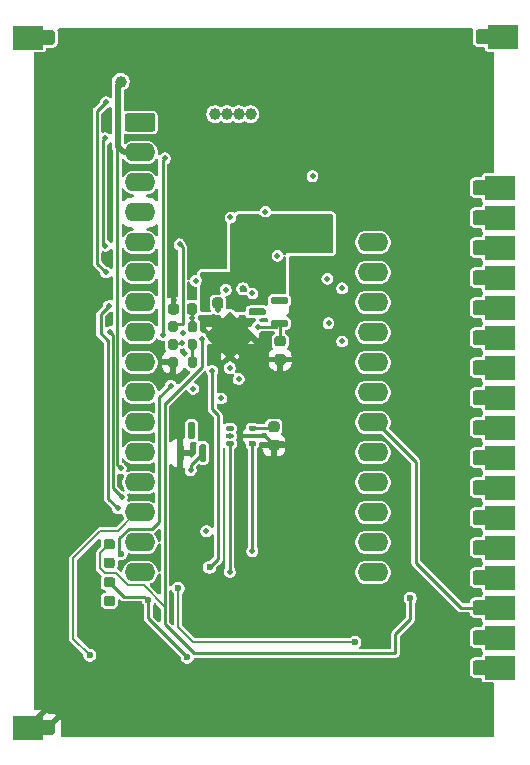
<source format=gbl>
G04 #@! TF.GenerationSoftware,KiCad,Pcbnew,9.0.1+1*
G04 #@! TF.CreationDate,2025-11-12T15:12:18+00:00*
G04 #@! TF.ProjectId,mppt-charge,6d707074-2d63-4686-9172-67652e6b6963,0.2*
G04 #@! TF.SameCoordinates,Original*
G04 #@! TF.FileFunction,Copper,L4,Bot*
G04 #@! TF.FilePolarity,Positive*
%FSLAX46Y46*%
G04 Gerber Fmt 4.6, Leading zero omitted, Abs format (unit mm)*
G04 Created by KiCad (PCBNEW 9.0.1+1) date 2025-11-12 15:12:18*
%MOMM*%
%LPD*%
G01*
G04 APERTURE LIST*
G04 #@! TA.AperFunction,EtchedComponent*
%ADD10C,0.000000*%
G04 #@! TD*
G04 #@! TA.AperFunction,CastellatedPad*
%ADD11R,2.540000X2.000000*%
G04 #@! TD*
G04 #@! TA.AperFunction,ComponentPad*
%ADD12O,2.600000X1.600000*%
G04 #@! TD*
G04 #@! TA.AperFunction,SMDPad,CuDef*
%ADD13C,0.500000*%
G04 #@! TD*
G04 #@! TA.AperFunction,ViaPad*
%ADD14C,0.600000*%
G04 #@! TD*
G04 #@! TA.AperFunction,ViaPad*
%ADD15C,0.500000*%
G04 #@! TD*
G04 #@! TA.AperFunction,ViaPad*
%ADD16C,1.000000*%
G04 #@! TD*
G04 #@! TA.AperFunction,Conductor*
%ADD17C,0.250000*%
G04 #@! TD*
G04 #@! TA.AperFunction,Conductor*
%ADD18C,0.200000*%
G04 #@! TD*
G04 #@! TA.AperFunction,Conductor*
%ADD19C,0.500000*%
G04 #@! TD*
G04 #@! TA.AperFunction,Conductor*
%ADD20C,0.150000*%
G04 #@! TD*
G04 #@! TA.AperFunction,Conductor*
%ADD21C,1.000000*%
G04 #@! TD*
G04 APERTURE END LIST*
D10*
G04 #@! TA.AperFunction,EtchedComponent*
G36*
X108375000Y-94410000D02*
G01*
X107875000Y-94410000D01*
X107875000Y-93410000D01*
X108375000Y-93410000D01*
X108375000Y-94410000D01*
G37*
G04 #@! TD.AperFunction*
G04 #@! TA.AperFunction,EtchedComponent*
G36*
X108375000Y-96910000D02*
G01*
X107875000Y-96910000D01*
X107875000Y-95910000D01*
X108375000Y-95910000D01*
X108375000Y-96910000D01*
G37*
G04 #@! TD.AperFunction*
G04 #@! TA.AperFunction,EtchedComponent*
G36*
X109875000Y-95410000D02*
G01*
X108875000Y-95410000D01*
X108875000Y-94910000D01*
X109875000Y-94910000D01*
X109875000Y-95410000D01*
G37*
G04 #@! TD.AperFunction*
G04 #@! TA.AperFunction,EtchedComponent*
G36*
X107375000Y-95410000D02*
G01*
X106375000Y-95410000D01*
X106375000Y-94910000D01*
X107375000Y-94910000D01*
X107375000Y-95410000D01*
G37*
G04 #@! TD.AperFunction*
D11*
X91000000Y-69930000D03*
G04 #@! TA.AperFunction,ComponentPad*
G36*
G01*
X93325000Y-69555000D02*
X93325000Y-70305000D01*
G75*
G02*
X93075000Y-70555000I-250000J0D01*
G01*
X92325000Y-70555000D01*
G75*
G02*
X92075000Y-70305000I0J250000D01*
G01*
X92075000Y-69555000D01*
G75*
G02*
X92325000Y-69305000I250000J0D01*
G01*
X93075000Y-69305000D01*
G75*
G02*
X93325000Y-69555000I0J-250000D01*
G01*
G37*
G04 #@! TD.AperFunction*
G04 #@! TA.AperFunction,ComponentPad*
G36*
G01*
X128925000Y-70235000D02*
X128925000Y-69485000D01*
G75*
G02*
X129175000Y-69235000I250000J0D01*
G01*
X129925000Y-69235000D01*
G75*
G02*
X130175000Y-69485000I0J-250000D01*
G01*
X130175000Y-70235000D01*
G75*
G02*
X129925000Y-70485000I-250000J0D01*
G01*
X129175000Y-70485000D01*
G75*
G02*
X128925000Y-70235000I0J250000D01*
G01*
G37*
G04 #@! TD.AperFunction*
X131250000Y-69860000D03*
X91000000Y-128350000D03*
G04 #@! TA.AperFunction,ComponentPad*
G36*
G01*
X93325000Y-127975000D02*
X93325000Y-128725000D01*
G75*
G02*
X93075000Y-128975000I-250000J0D01*
G01*
X92325000Y-128975000D01*
G75*
G02*
X92075000Y-128725000I0J250000D01*
G01*
X92075000Y-127975000D01*
G75*
G02*
X92325000Y-127725000I250000J0D01*
G01*
X93075000Y-127725000D01*
G75*
G02*
X93325000Y-127975000I0J-250000D01*
G01*
G37*
G04 #@! TD.AperFunction*
G04 #@! TA.AperFunction,ComponentPad*
G36*
G01*
X129925000Y-82255000D02*
X129925000Y-83005000D01*
G75*
G02*
X129675000Y-83255000I-250000J0D01*
G01*
X128925000Y-83255000D01*
G75*
G02*
X128675000Y-83005000I0J250000D01*
G01*
X128675000Y-82255000D01*
G75*
G02*
X128925000Y-82005000I250000J0D01*
G01*
X129675000Y-82005000D01*
G75*
G02*
X129925000Y-82255000I0J-250000D01*
G01*
G37*
G04 #@! TD.AperFunction*
X131000000Y-82630000D03*
G04 #@! TA.AperFunction,ComponentPad*
G36*
G01*
X129925000Y-84795000D02*
X129925000Y-85545000D01*
G75*
G02*
X129675000Y-85795000I-250000J0D01*
G01*
X128925000Y-85795000D01*
G75*
G02*
X128675000Y-85545000I0J250000D01*
G01*
X128675000Y-84795000D01*
G75*
G02*
X128925000Y-84545000I250000J0D01*
G01*
X129675000Y-84545000D01*
G75*
G02*
X129925000Y-84795000I0J-250000D01*
G01*
G37*
G04 #@! TD.AperFunction*
X131000000Y-85170000D03*
G04 #@! TA.AperFunction,ComponentPad*
G36*
G01*
X129925000Y-87335000D02*
X129925000Y-88085000D01*
G75*
G02*
X129675000Y-88335000I-250000J0D01*
G01*
X128925000Y-88335000D01*
G75*
G02*
X128675000Y-88085000I0J250000D01*
G01*
X128675000Y-87335000D01*
G75*
G02*
X128925000Y-87085000I250000J0D01*
G01*
X129675000Y-87085000D01*
G75*
G02*
X129925000Y-87335000I0J-250000D01*
G01*
G37*
G04 #@! TD.AperFunction*
X131000000Y-87710000D03*
G04 #@! TA.AperFunction,ComponentPad*
G36*
G01*
X129925000Y-89875000D02*
X129925000Y-90625000D01*
G75*
G02*
X129675000Y-90875000I-250000J0D01*
G01*
X128925000Y-90875000D01*
G75*
G02*
X128675000Y-90625000I0J250000D01*
G01*
X128675000Y-89875000D01*
G75*
G02*
X128925000Y-89625000I250000J0D01*
G01*
X129675000Y-89625000D01*
G75*
G02*
X129925000Y-89875000I0J-250000D01*
G01*
G37*
G04 #@! TD.AperFunction*
X131000000Y-90250000D03*
G04 #@! TA.AperFunction,ComponentPad*
G36*
G01*
X129925000Y-92415000D02*
X129925000Y-93165000D01*
G75*
G02*
X129675000Y-93415000I-250000J0D01*
G01*
X128925000Y-93415000D01*
G75*
G02*
X128675000Y-93165000I0J250000D01*
G01*
X128675000Y-92415000D01*
G75*
G02*
X128925000Y-92165000I250000J0D01*
G01*
X129675000Y-92165000D01*
G75*
G02*
X129925000Y-92415000I0J-250000D01*
G01*
G37*
G04 #@! TD.AperFunction*
X131000000Y-92790000D03*
G04 #@! TA.AperFunction,ComponentPad*
G36*
G01*
X129925000Y-94955000D02*
X129925000Y-95705000D01*
G75*
G02*
X129675000Y-95955000I-250000J0D01*
G01*
X128925000Y-95955000D01*
G75*
G02*
X128675000Y-95705000I0J250000D01*
G01*
X128675000Y-94955000D01*
G75*
G02*
X128925000Y-94705000I250000J0D01*
G01*
X129675000Y-94705000D01*
G75*
G02*
X129925000Y-94955000I0J-250000D01*
G01*
G37*
G04 #@! TD.AperFunction*
X131000000Y-95330000D03*
G04 #@! TA.AperFunction,ComponentPad*
G36*
G01*
X129925000Y-97495000D02*
X129925000Y-98245000D01*
G75*
G02*
X129675000Y-98495000I-250000J0D01*
G01*
X128925000Y-98495000D01*
G75*
G02*
X128675000Y-98245000I0J250000D01*
G01*
X128675000Y-97495000D01*
G75*
G02*
X128925000Y-97245000I250000J0D01*
G01*
X129675000Y-97245000D01*
G75*
G02*
X129925000Y-97495000I0J-250000D01*
G01*
G37*
G04 #@! TD.AperFunction*
X131000000Y-97870000D03*
G04 #@! TA.AperFunction,ComponentPad*
G36*
G01*
X129925000Y-100035000D02*
X129925000Y-100785000D01*
G75*
G02*
X129675000Y-101035000I-250000J0D01*
G01*
X128925000Y-101035000D01*
G75*
G02*
X128675000Y-100785000I0J250000D01*
G01*
X128675000Y-100035000D01*
G75*
G02*
X128925000Y-99785000I250000J0D01*
G01*
X129675000Y-99785000D01*
G75*
G02*
X129925000Y-100035000I0J-250000D01*
G01*
G37*
G04 #@! TD.AperFunction*
X131000000Y-100410000D03*
G04 #@! TA.AperFunction,ComponentPad*
G36*
G01*
X129925000Y-102575000D02*
X129925000Y-103325000D01*
G75*
G02*
X129675000Y-103575000I-250000J0D01*
G01*
X128925000Y-103575000D01*
G75*
G02*
X128675000Y-103325000I0J250000D01*
G01*
X128675000Y-102575000D01*
G75*
G02*
X128925000Y-102325000I250000J0D01*
G01*
X129675000Y-102325000D01*
G75*
G02*
X129925000Y-102575000I0J-250000D01*
G01*
G37*
G04 #@! TD.AperFunction*
X131000000Y-102950000D03*
G04 #@! TA.AperFunction,ComponentPad*
G36*
G01*
X129925000Y-105115000D02*
X129925000Y-105865000D01*
G75*
G02*
X129675000Y-106115000I-250000J0D01*
G01*
X128925000Y-106115000D01*
G75*
G02*
X128675000Y-105865000I0J250000D01*
G01*
X128675000Y-105115000D01*
G75*
G02*
X128925000Y-104865000I250000J0D01*
G01*
X129675000Y-104865000D01*
G75*
G02*
X129925000Y-105115000I0J-250000D01*
G01*
G37*
G04 #@! TD.AperFunction*
X131000000Y-105490000D03*
G04 #@! TA.AperFunction,ComponentPad*
G36*
G01*
X129925000Y-107655000D02*
X129925000Y-108405000D01*
G75*
G02*
X129675000Y-108655000I-250000J0D01*
G01*
X128925000Y-108655000D01*
G75*
G02*
X128675000Y-108405000I0J250000D01*
G01*
X128675000Y-107655000D01*
G75*
G02*
X128925000Y-107405000I250000J0D01*
G01*
X129675000Y-107405000D01*
G75*
G02*
X129925000Y-107655000I0J-250000D01*
G01*
G37*
G04 #@! TD.AperFunction*
X131000000Y-108030000D03*
G04 #@! TA.AperFunction,ComponentPad*
G36*
G01*
X129925000Y-110195000D02*
X129925000Y-110945000D01*
G75*
G02*
X129675000Y-111195000I-250000J0D01*
G01*
X128925000Y-111195000D01*
G75*
G02*
X128675000Y-110945000I0J250000D01*
G01*
X128675000Y-110195000D01*
G75*
G02*
X128925000Y-109945000I250000J0D01*
G01*
X129675000Y-109945000D01*
G75*
G02*
X129925000Y-110195000I0J-250000D01*
G01*
G37*
G04 #@! TD.AperFunction*
X131000000Y-110570000D03*
G04 #@! TA.AperFunction,ComponentPad*
G36*
G01*
X129925000Y-112735000D02*
X129925000Y-113485000D01*
G75*
G02*
X129675000Y-113735000I-250000J0D01*
G01*
X128925000Y-113735000D01*
G75*
G02*
X128675000Y-113485000I0J250000D01*
G01*
X128675000Y-112735000D01*
G75*
G02*
X128925000Y-112485000I250000J0D01*
G01*
X129675000Y-112485000D01*
G75*
G02*
X129925000Y-112735000I0J-250000D01*
G01*
G37*
G04 #@! TD.AperFunction*
X131000000Y-113110000D03*
G04 #@! TA.AperFunction,ComponentPad*
G36*
G01*
X129925000Y-115275000D02*
X129925000Y-116025000D01*
G75*
G02*
X129675000Y-116275000I-250000J0D01*
G01*
X128925000Y-116275000D01*
G75*
G02*
X128675000Y-116025000I0J250000D01*
G01*
X128675000Y-115275000D01*
G75*
G02*
X128925000Y-115025000I250000J0D01*
G01*
X129675000Y-115025000D01*
G75*
G02*
X129925000Y-115275000I0J-250000D01*
G01*
G37*
G04 #@! TD.AperFunction*
X131000000Y-115650000D03*
G04 #@! TA.AperFunction,ComponentPad*
G36*
G01*
X129925000Y-117815000D02*
X129925000Y-118565000D01*
G75*
G02*
X129675000Y-118815000I-250000J0D01*
G01*
X128925000Y-118815000D01*
G75*
G02*
X128675000Y-118565000I0J250000D01*
G01*
X128675000Y-117815000D01*
G75*
G02*
X128925000Y-117565000I250000J0D01*
G01*
X129675000Y-117565000D01*
G75*
G02*
X129925000Y-117815000I0J-250000D01*
G01*
G37*
G04 #@! TD.AperFunction*
X131000000Y-118190000D03*
G04 #@! TA.AperFunction,ComponentPad*
G36*
G01*
X129925000Y-120355000D02*
X129925000Y-121105000D01*
G75*
G02*
X129675000Y-121355000I-250000J0D01*
G01*
X128925000Y-121355000D01*
G75*
G02*
X128675000Y-121105000I0J250000D01*
G01*
X128675000Y-120355000D01*
G75*
G02*
X128925000Y-120105000I250000J0D01*
G01*
X129675000Y-120105000D01*
G75*
G02*
X129925000Y-120355000I0J-250000D01*
G01*
G37*
G04 #@! TD.AperFunction*
X131000000Y-120730000D03*
G04 #@! TA.AperFunction,ComponentPad*
G36*
G01*
X129925000Y-122895000D02*
X129925000Y-123645000D01*
G75*
G02*
X129675000Y-123895000I-250000J0D01*
G01*
X128925000Y-123895000D01*
G75*
G02*
X128675000Y-123645000I0J250000D01*
G01*
X128675000Y-122895000D01*
G75*
G02*
X128925000Y-122645000I250000J0D01*
G01*
X129675000Y-122645000D01*
G75*
G02*
X129925000Y-122895000I0J-250000D01*
G01*
G37*
G04 #@! TD.AperFunction*
X131000000Y-123270000D03*
G04 #@! TA.AperFunction,ComponentPad*
G36*
G01*
X99215000Y-77670000D02*
X99215000Y-76570000D01*
G75*
G02*
X99465000Y-76320000I250000J0D01*
G01*
X101565000Y-76320000D01*
G75*
G02*
X101815000Y-76570000I0J-250000D01*
G01*
X101815000Y-77670000D01*
G75*
G02*
X101565000Y-77920000I-250000J0D01*
G01*
X99465000Y-77920000D01*
G75*
G02*
X99215000Y-77670000I0J250000D01*
G01*
G37*
G04 #@! TD.AperFunction*
D12*
X100515000Y-79660000D03*
X100515000Y-82200000D03*
X100515000Y-84740000D03*
X100515000Y-87280000D03*
X100515000Y-89820000D03*
X100515000Y-92360000D03*
X100515000Y-94900000D03*
X100515000Y-97440000D03*
X100515000Y-99980000D03*
X100515000Y-102520000D03*
X100515000Y-105060000D03*
X100515000Y-107600000D03*
X100515000Y-110140000D03*
X100515000Y-112680000D03*
X100515000Y-115220000D03*
X120235000Y-115220000D03*
X120235000Y-112680000D03*
X120235000Y-110140000D03*
X120235000Y-107600000D03*
X120235000Y-105060000D03*
X120235000Y-102520000D03*
X120235000Y-99980000D03*
X120235000Y-97440000D03*
X120235000Y-94900000D03*
X120235000Y-92360000D03*
X120235000Y-89820000D03*
X120235000Y-87280000D03*
G04 #@! TA.AperFunction,SMDPad,CuDef*
G36*
G01*
X112125000Y-95185000D02*
X112625000Y-95185000D01*
G75*
G02*
X112850000Y-95410000I0J-225000D01*
G01*
X112850000Y-95860000D01*
G75*
G02*
X112625000Y-96085000I-225000J0D01*
G01*
X112125000Y-96085000D01*
G75*
G02*
X111900000Y-95860000I0J225000D01*
G01*
X111900000Y-95410000D01*
G75*
G02*
X112125000Y-95185000I225000J0D01*
G01*
G37*
G04 #@! TD.AperFunction*
G04 #@! TA.AperFunction,SMDPad,CuDef*
G36*
G01*
X112125000Y-96735000D02*
X112625000Y-96735000D01*
G75*
G02*
X112850000Y-96960000I0J-225000D01*
G01*
X112850000Y-97410000D01*
G75*
G02*
X112625000Y-97635000I-225000J0D01*
G01*
X112125000Y-97635000D01*
G75*
G02*
X111900000Y-97410000I0J225000D01*
G01*
X111900000Y-96960000D01*
G75*
G02*
X112125000Y-96735000I225000J0D01*
G01*
G37*
G04 #@! TD.AperFunction*
D13*
X108125000Y-94410000D03*
X108125000Y-93410000D03*
G04 #@! TA.AperFunction,SMDPad,CuDef*
G36*
G01*
X102900000Y-94685000D02*
X102900000Y-94135000D01*
G75*
G02*
X103100000Y-93935000I200000J0D01*
G01*
X103500000Y-93935000D01*
G75*
G02*
X103700000Y-94135000I0J-200000D01*
G01*
X103700000Y-94685000D01*
G75*
G02*
X103500000Y-94885000I-200000J0D01*
G01*
X103100000Y-94885000D01*
G75*
G02*
X102900000Y-94685000I0J200000D01*
G01*
G37*
G04 #@! TD.AperFunction*
G04 #@! TA.AperFunction,SMDPad,CuDef*
G36*
G01*
X104550000Y-94685000D02*
X104550000Y-94135000D01*
G75*
G02*
X104750000Y-93935000I200000J0D01*
G01*
X105150000Y-93935000D01*
G75*
G02*
X105350000Y-94135000I0J-200000D01*
G01*
X105350000Y-94685000D01*
G75*
G02*
X105150000Y-94885000I-200000J0D01*
G01*
X104750000Y-94885000D01*
G75*
G02*
X104550000Y-94685000I0J200000D01*
G01*
G37*
G04 #@! TD.AperFunction*
G04 #@! TA.AperFunction,SMDPad,CuDef*
G36*
G01*
X110350000Y-102910000D02*
X110350000Y-103110000D01*
G75*
G02*
X110250000Y-103210000I-100000J0D01*
G01*
X109800000Y-103210000D01*
G75*
G02*
X109700000Y-103110000I0J100000D01*
G01*
X109700000Y-102910000D01*
G75*
G02*
X109800000Y-102810000I100000J0D01*
G01*
X110250000Y-102810000D01*
G75*
G02*
X110350000Y-102910000I0J-100000D01*
G01*
G37*
G04 #@! TD.AperFunction*
G04 #@! TA.AperFunction,SMDPad,CuDef*
G36*
G01*
X110350000Y-103560000D02*
X110350000Y-103760000D01*
G75*
G02*
X110250000Y-103860000I-100000J0D01*
G01*
X109800000Y-103860000D01*
G75*
G02*
X109700000Y-103760000I0J100000D01*
G01*
X109700000Y-103560000D01*
G75*
G02*
X109800000Y-103460000I100000J0D01*
G01*
X110250000Y-103460000D01*
G75*
G02*
X110350000Y-103560000I0J-100000D01*
G01*
G37*
G04 #@! TD.AperFunction*
G04 #@! TA.AperFunction,SMDPad,CuDef*
G36*
G01*
X110350000Y-104210000D02*
X110350000Y-104410000D01*
G75*
G02*
X110250000Y-104510000I-100000J0D01*
G01*
X109800000Y-104510000D01*
G75*
G02*
X109700000Y-104410000I0J100000D01*
G01*
X109700000Y-104210000D01*
G75*
G02*
X109800000Y-104110000I100000J0D01*
G01*
X110250000Y-104110000D01*
G75*
G02*
X110350000Y-104210000I0J-100000D01*
G01*
G37*
G04 #@! TD.AperFunction*
G04 #@! TA.AperFunction,SMDPad,CuDef*
G36*
G01*
X108450000Y-104210000D02*
X108450000Y-104410000D01*
G75*
G02*
X108350000Y-104510000I-100000J0D01*
G01*
X107900000Y-104510000D01*
G75*
G02*
X107800000Y-104410000I0J100000D01*
G01*
X107800000Y-104210000D01*
G75*
G02*
X107900000Y-104110000I100000J0D01*
G01*
X108350000Y-104110000D01*
G75*
G02*
X108450000Y-104210000I0J-100000D01*
G01*
G37*
G04 #@! TD.AperFunction*
G04 #@! TA.AperFunction,SMDPad,CuDef*
G36*
G01*
X108450000Y-103560000D02*
X108450000Y-103760000D01*
G75*
G02*
X108350000Y-103860000I-100000J0D01*
G01*
X107900000Y-103860000D01*
G75*
G02*
X107800000Y-103760000I0J100000D01*
G01*
X107800000Y-103560000D01*
G75*
G02*
X107900000Y-103460000I100000J0D01*
G01*
X108350000Y-103460000D01*
G75*
G02*
X108450000Y-103560000I0J-100000D01*
G01*
G37*
G04 #@! TD.AperFunction*
G04 #@! TA.AperFunction,SMDPad,CuDef*
G36*
G01*
X108450000Y-102910000D02*
X108450000Y-103110000D01*
G75*
G02*
X108350000Y-103210000I-100000J0D01*
G01*
X107900000Y-103210000D01*
G75*
G02*
X107800000Y-103110000I0J100000D01*
G01*
X107800000Y-102910000D01*
G75*
G02*
X107900000Y-102810000I100000J0D01*
G01*
X108350000Y-102810000D01*
G75*
G02*
X108450000Y-102910000I0J-100000D01*
G01*
G37*
G04 #@! TD.AperFunction*
G04 #@! TA.AperFunction,SMDPad,CuDef*
G36*
G01*
X97668750Y-115610000D02*
X98181250Y-115610000D01*
G75*
G02*
X98400000Y-115828750I0J-218750D01*
G01*
X98400000Y-116266250D01*
G75*
G02*
X98181250Y-116485000I-218750J0D01*
G01*
X97668750Y-116485000D01*
G75*
G02*
X97450000Y-116266250I0J218750D01*
G01*
X97450000Y-115828750D01*
G75*
G02*
X97668750Y-115610000I218750J0D01*
G01*
G37*
G04 #@! TD.AperFunction*
G04 #@! TA.AperFunction,SMDPad,CuDef*
G36*
G01*
X97668750Y-117185000D02*
X98181250Y-117185000D01*
G75*
G02*
X98400000Y-117403750I0J-218750D01*
G01*
X98400000Y-117841250D01*
G75*
G02*
X98181250Y-118060000I-218750J0D01*
G01*
X97668750Y-118060000D01*
G75*
G02*
X97450000Y-117841250I0J218750D01*
G01*
X97450000Y-117403750D01*
G75*
G02*
X97668750Y-117185000I218750J0D01*
G01*
G37*
G04 #@! TD.AperFunction*
G04 #@! TA.AperFunction,SMDPad,CuDef*
G36*
G01*
X102900000Y-96185000D02*
X102900000Y-95635000D01*
G75*
G02*
X103100000Y-95435000I200000J0D01*
G01*
X103500000Y-95435000D01*
G75*
G02*
X103700000Y-95635000I0J-200000D01*
G01*
X103700000Y-96185000D01*
G75*
G02*
X103500000Y-96385000I-200000J0D01*
G01*
X103100000Y-96385000D01*
G75*
G02*
X102900000Y-96185000I0J200000D01*
G01*
G37*
G04 #@! TD.AperFunction*
G04 #@! TA.AperFunction,SMDPad,CuDef*
G36*
G01*
X104550000Y-96185000D02*
X104550000Y-95635000D01*
G75*
G02*
X104750000Y-95435000I200000J0D01*
G01*
X105150000Y-95435000D01*
G75*
G02*
X105350000Y-95635000I0J-200000D01*
G01*
X105350000Y-96185000D01*
G75*
G02*
X105150000Y-96385000I-200000J0D01*
G01*
X104750000Y-96385000D01*
G75*
G02*
X104550000Y-96185000I0J200000D01*
G01*
G37*
G04 #@! TD.AperFunction*
X108125000Y-95910000D03*
X108125000Y-96910000D03*
G04 #@! TA.AperFunction,SMDPad,CuDef*
G36*
G01*
X111600000Y-102435000D02*
X112100000Y-102435000D01*
G75*
G02*
X112325000Y-102660000I0J-225000D01*
G01*
X112325000Y-103110000D01*
G75*
G02*
X112100000Y-103335000I-225000J0D01*
G01*
X111600000Y-103335000D01*
G75*
G02*
X111375000Y-103110000I0J225000D01*
G01*
X111375000Y-102660000D01*
G75*
G02*
X111600000Y-102435000I225000J0D01*
G01*
G37*
G04 #@! TD.AperFunction*
G04 #@! TA.AperFunction,SMDPad,CuDef*
G36*
G01*
X111600000Y-103985000D02*
X112100000Y-103985000D01*
G75*
G02*
X112325000Y-104210000I0J-225000D01*
G01*
X112325000Y-104660000D01*
G75*
G02*
X112100000Y-104885000I-225000J0D01*
G01*
X111600000Y-104885000D01*
G75*
G02*
X111375000Y-104660000I0J225000D01*
G01*
X111375000Y-104210000D01*
G75*
G02*
X111600000Y-103985000I225000J0D01*
G01*
G37*
G04 #@! TD.AperFunction*
G04 #@! TA.AperFunction,SMDPad,CuDef*
G36*
G01*
X109100000Y-92160000D02*
X109100000Y-92660000D01*
G75*
G02*
X108875000Y-92885000I-225000J0D01*
G01*
X108425000Y-92885000D01*
G75*
G02*
X108200000Y-92660000I0J225000D01*
G01*
X108200000Y-92160000D01*
G75*
G02*
X108425000Y-91935000I225000J0D01*
G01*
X108875000Y-91935000D01*
G75*
G02*
X109100000Y-92160000I0J-225000D01*
G01*
G37*
G04 #@! TD.AperFunction*
G04 #@! TA.AperFunction,SMDPad,CuDef*
G36*
G01*
X107550000Y-92160000D02*
X107550000Y-92660000D01*
G75*
G02*
X107325000Y-92885000I-225000J0D01*
G01*
X106875000Y-92885000D01*
G75*
G02*
X106650000Y-92660000I0J225000D01*
G01*
X106650000Y-92160000D01*
G75*
G02*
X106875000Y-91935000I225000J0D01*
G01*
X107325000Y-91935000D01*
G75*
G02*
X107550000Y-92160000I0J-225000D01*
G01*
G37*
G04 #@! TD.AperFunction*
G04 #@! TA.AperFunction,SMDPad,CuDef*
G36*
G01*
X97643750Y-112397500D02*
X98156250Y-112397500D01*
G75*
G02*
X98375000Y-112616250I0J-218750D01*
G01*
X98375000Y-113053750D01*
G75*
G02*
X98156250Y-113272500I-218750J0D01*
G01*
X97643750Y-113272500D01*
G75*
G02*
X97425000Y-113053750I0J218750D01*
G01*
X97425000Y-112616250D01*
G75*
G02*
X97643750Y-112397500I218750J0D01*
G01*
G37*
G04 #@! TD.AperFunction*
G04 #@! TA.AperFunction,SMDPad,CuDef*
G36*
G01*
X97643750Y-113972500D02*
X98156250Y-113972500D01*
G75*
G02*
X98375000Y-114191250I0J-218750D01*
G01*
X98375000Y-114628750D01*
G75*
G02*
X98156250Y-114847500I-218750J0D01*
G01*
X97643750Y-114847500D01*
G75*
G02*
X97425000Y-114628750I0J218750D01*
G01*
X97425000Y-114191250D01*
G75*
G02*
X97643750Y-113972500I218750J0D01*
G01*
G37*
G04 #@! TD.AperFunction*
G04 #@! TA.AperFunction,SMDPad,CuDef*
G36*
G01*
X105975000Y-105835000D02*
X105675000Y-105835000D01*
G75*
G02*
X105525000Y-105685000I0J150000D01*
G01*
X105525000Y-104510000D01*
G75*
G02*
X105675000Y-104360000I150000J0D01*
G01*
X105975000Y-104360000D01*
G75*
G02*
X106125000Y-104510000I0J-150000D01*
G01*
X106125000Y-105685000D01*
G75*
G02*
X105975000Y-105835000I-150000J0D01*
G01*
G37*
G04 #@! TD.AperFunction*
G04 #@! TA.AperFunction,SMDPad,CuDef*
G36*
G01*
X104075000Y-105835000D02*
X103775000Y-105835000D01*
G75*
G02*
X103625000Y-105685000I0J150000D01*
G01*
X103625000Y-104510000D01*
G75*
G02*
X103775000Y-104360000I150000J0D01*
G01*
X104075000Y-104360000D01*
G75*
G02*
X104225000Y-104510000I0J-150000D01*
G01*
X104225000Y-105685000D01*
G75*
G02*
X104075000Y-105835000I-150000J0D01*
G01*
G37*
G04 #@! TD.AperFunction*
G04 #@! TA.AperFunction,SMDPad,CuDef*
G36*
G01*
X105025000Y-103960000D02*
X104725000Y-103960000D01*
G75*
G02*
X104575000Y-103810000I0J150000D01*
G01*
X104575000Y-102635000D01*
G75*
G02*
X104725000Y-102485000I150000J0D01*
G01*
X105025000Y-102485000D01*
G75*
G02*
X105175000Y-102635000I0J-150000D01*
G01*
X105175000Y-103810000D01*
G75*
G02*
X105025000Y-103960000I-150000J0D01*
G01*
G37*
G04 #@! TD.AperFunction*
G04 #@! TA.AperFunction,SMDPad,CuDef*
G36*
G01*
X105350000Y-97135000D02*
X105350000Y-97685000D01*
G75*
G02*
X105150000Y-97885000I-200000J0D01*
G01*
X104750000Y-97885000D01*
G75*
G02*
X104550000Y-97685000I0J200000D01*
G01*
X104550000Y-97135000D01*
G75*
G02*
X104750000Y-96935000I200000J0D01*
G01*
X105150000Y-96935000D01*
G75*
G02*
X105350000Y-97135000I0J-200000D01*
G01*
G37*
G04 #@! TD.AperFunction*
G04 #@! TA.AperFunction,SMDPad,CuDef*
G36*
G01*
X103700000Y-97135000D02*
X103700000Y-97685000D01*
G75*
G02*
X103500000Y-97885000I-200000J0D01*
G01*
X103100000Y-97885000D01*
G75*
G02*
X102900000Y-97685000I0J200000D01*
G01*
X102900000Y-97135000D01*
G75*
G02*
X103100000Y-96935000I200000J0D01*
G01*
X103500000Y-96935000D01*
G75*
G02*
X103700000Y-97135000I0J-200000D01*
G01*
G37*
G04 #@! TD.AperFunction*
X108875000Y-95160000D03*
X109875000Y-95160000D03*
X107375000Y-95160000D03*
X106375000Y-95160000D03*
G04 #@! TA.AperFunction,SMDPad,CuDef*
G36*
G01*
X105350000Y-92660000D02*
X105350000Y-93160000D01*
G75*
G02*
X105125000Y-93385000I-225000J0D01*
G01*
X104675000Y-93385000D01*
G75*
G02*
X104450000Y-93160000I0J225000D01*
G01*
X104450000Y-92660000D01*
G75*
G02*
X104675000Y-92435000I225000J0D01*
G01*
X105125000Y-92435000D01*
G75*
G02*
X105350000Y-92660000I0J-225000D01*
G01*
G37*
G04 #@! TD.AperFunction*
G04 #@! TA.AperFunction,SMDPad,CuDef*
G36*
G01*
X103800000Y-92660000D02*
X103800000Y-93160000D01*
G75*
G02*
X103575000Y-93385000I-225000J0D01*
G01*
X103125000Y-93385000D01*
G75*
G02*
X102900000Y-93160000I0J225000D01*
G01*
X102900000Y-92660000D01*
G75*
G02*
X103125000Y-92435000I225000J0D01*
G01*
X103575000Y-92435000D01*
G75*
G02*
X103800000Y-92660000I0J-225000D01*
G01*
G37*
G04 #@! TD.AperFunction*
G04 #@! TA.AperFunction,SMDPad,CuDef*
G36*
G01*
X113050000Y-92060000D02*
X113050000Y-92360000D01*
G75*
G02*
X112900000Y-92510000I-150000J0D01*
G01*
X111725000Y-92510000D01*
G75*
G02*
X111575000Y-92360000I0J150000D01*
G01*
X111575000Y-92060000D01*
G75*
G02*
X111725000Y-91910000I150000J0D01*
G01*
X112900000Y-91910000D01*
G75*
G02*
X113050000Y-92060000I0J-150000D01*
G01*
G37*
G04 #@! TD.AperFunction*
G04 #@! TA.AperFunction,SMDPad,CuDef*
G36*
G01*
X113050000Y-93960000D02*
X113050000Y-94260000D01*
G75*
G02*
X112900000Y-94410000I-150000J0D01*
G01*
X111725000Y-94410000D01*
G75*
G02*
X111575000Y-94260000I0J150000D01*
G01*
X111575000Y-93960000D01*
G75*
G02*
X111725000Y-93810000I150000J0D01*
G01*
X112900000Y-93810000D01*
G75*
G02*
X113050000Y-93960000I0J-150000D01*
G01*
G37*
G04 #@! TD.AperFunction*
G04 #@! TA.AperFunction,SMDPad,CuDef*
G36*
G01*
X111175000Y-93010000D02*
X111175000Y-93310000D01*
G75*
G02*
X111025000Y-93460000I-150000J0D01*
G01*
X109850000Y-93460000D01*
G75*
G02*
X109700000Y-93310000I0J150000D01*
G01*
X109700000Y-93010000D01*
G75*
G02*
X109850000Y-92860000I150000J0D01*
G01*
X111025000Y-92860000D01*
G75*
G02*
X111175000Y-93010000I0J-150000D01*
G01*
G37*
G04 #@! TD.AperFunction*
D14*
X106400000Y-114785000D03*
X101225735Y-117559265D03*
X104520586Y-122389471D03*
D15*
X106625000Y-98135000D03*
X97975000Y-94860000D03*
X98975000Y-108860000D03*
X98650000Y-109785000D03*
X97875000Y-92660000D03*
X105775000Y-95417149D03*
D14*
X123400000Y-117410000D03*
D15*
X104802572Y-106554439D03*
X98875000Y-106410000D03*
D16*
X98875000Y-73660000D03*
D15*
X111850000Y-102910000D03*
X97625000Y-89820000D03*
X97625000Y-75410000D03*
X97575000Y-78460000D03*
X97575000Y-87560000D03*
X116375000Y-90360000D03*
X105225000Y-90510000D03*
X116475000Y-94110002D03*
X104900000Y-93660000D03*
D14*
X98900000Y-113635000D03*
D15*
X108125000Y-97910000D03*
X103125000Y-99410000D03*
X104075000Y-95760000D03*
X117625000Y-91160000D03*
X110469384Y-94410000D03*
X112375000Y-95635000D03*
X117625000Y-95660000D03*
D16*
X109255000Y-88220000D03*
D15*
X115125000Y-81660000D03*
D16*
X114875000Y-86410000D03*
D15*
X108512501Y-92677501D03*
X106220000Y-91580000D03*
X112150000Y-88410000D03*
X110437500Y-93160000D03*
X107125000Y-92960000D03*
X103875000Y-87435000D03*
X106125000Y-111715000D03*
X107375000Y-100485000D03*
X108875000Y-98835000D03*
X102425000Y-95110000D03*
X102625000Y-80160000D03*
X97900000Y-114410000D03*
X97925000Y-117622500D03*
X110030000Y-91580000D03*
X111125000Y-84660000D03*
X107785464Y-91284536D03*
X108175000Y-85160000D03*
X104150000Y-94942635D03*
X108125000Y-103660000D03*
X104875000Y-103222500D03*
X105016320Y-99659654D03*
X104950000Y-97410000D03*
D14*
X120940000Y-82570000D03*
X112500000Y-104340000D03*
X94730000Y-69810000D03*
X122460000Y-102600000D03*
X128500000Y-80310000D03*
X118120000Y-73590000D03*
D15*
X108125000Y-95910000D03*
D14*
X114070000Y-89510000D03*
X117640000Y-111830000D03*
X120890000Y-76450000D03*
D15*
X112375000Y-72660000D03*
D14*
X122550000Y-100140000D03*
X92670000Y-126110000D03*
D15*
X103125000Y-98410000D03*
X112375000Y-71160000D03*
D14*
X128080000Y-84590000D03*
X124080000Y-79500000D03*
X113020000Y-75090000D03*
D15*
X103375000Y-92160000D03*
D14*
X117970000Y-71390000D03*
X128120000Y-112430000D03*
X103780000Y-112030000D03*
D15*
X107375000Y-94410000D03*
D14*
X128210000Y-117270000D03*
X128080000Y-119880000D03*
X124170000Y-72390000D03*
X115990000Y-71440000D03*
D15*
X108850000Y-106360000D03*
D14*
X94520000Y-128590000D03*
X111520000Y-86470000D03*
X122140000Y-113940000D03*
D15*
X108125000Y-94410000D03*
D14*
X95800000Y-72130000D03*
X122470000Y-92600000D03*
X109230000Y-91190000D03*
X118420000Y-116200000D03*
D15*
X107375000Y-95910000D03*
X108875000Y-95160000D03*
D14*
X128180000Y-99560000D03*
X117990000Y-86560000D03*
X120270000Y-119300000D03*
X118120000Y-89560000D03*
X111580000Y-106360000D03*
X92860000Y-71810000D03*
X122570000Y-97480000D03*
X128130000Y-114840000D03*
X122470000Y-95030000D03*
D15*
X114125000Y-101410000D03*
D14*
X118250000Y-106190000D03*
X116550000Y-102730000D03*
X128080000Y-109190000D03*
D15*
X103925000Y-105097500D03*
X108875000Y-94410000D03*
X111625000Y-72660000D03*
D14*
X128080000Y-81980000D03*
X95460000Y-70740000D03*
X117850000Y-102410000D03*
X121090000Y-73580000D03*
D15*
X111625000Y-71910000D03*
X108125000Y-95160000D03*
D14*
X129140000Y-71270000D03*
X105680000Y-72570000D03*
X109480000Y-100510000D03*
X114570000Y-75610000D03*
X121370000Y-116760000D03*
X118280000Y-92350000D03*
D15*
X111625000Y-71160000D03*
D14*
X92730000Y-72580000D03*
X115930000Y-106140000D03*
X128140000Y-94520000D03*
X128200000Y-102100000D03*
X116020000Y-113800000D03*
D15*
X111875000Y-101910000D03*
D14*
X127780000Y-121940000D03*
X128170000Y-124310000D03*
X120840000Y-78460000D03*
X110720000Y-119020000D03*
X92160000Y-125790000D03*
X128190000Y-107250000D03*
X117980000Y-108400000D03*
X128180000Y-104620000D03*
X117980000Y-99630000D03*
X128190000Y-89320000D03*
X122420000Y-87180000D03*
X128170000Y-91900000D03*
X125750000Y-81320000D03*
X117820000Y-97630000D03*
X120160000Y-80830000D03*
D15*
X108875000Y-95910000D03*
D14*
X92040000Y-71880000D03*
X122220000Y-89930000D03*
D15*
X107375000Y-95160000D03*
D14*
X116100000Y-109850000D03*
X125110000Y-84090000D03*
D15*
X112375000Y-71910000D03*
D14*
X128140000Y-96960000D03*
X128060000Y-87170000D03*
D16*
X106875000Y-76410000D03*
X107875000Y-76410000D03*
X108875000Y-76410000D03*
X109875000Y-76410000D03*
D15*
X110030000Y-113410000D03*
X108125000Y-115160000D03*
D14*
X96250000Y-122210000D03*
X103745558Y-116555558D03*
X118675000Y-121135000D03*
D17*
X107125000Y-114085000D02*
X106425000Y-114785000D01*
X107125000Y-101910000D02*
X107125000Y-114085000D01*
X101225735Y-117559265D02*
X101149265Y-117559265D01*
X106625000Y-101410000D02*
X107125000Y-101910000D01*
X101225735Y-119094620D02*
X101225735Y-117559265D01*
X100850000Y-117260000D02*
X99137500Y-117260000D01*
X106625000Y-98135000D02*
X106625000Y-101410000D01*
X97925000Y-116047500D02*
X98100000Y-116047500D01*
X99137500Y-117260000D02*
X97925000Y-116047500D01*
X101149265Y-117559265D02*
X100850000Y-117260000D01*
X106425000Y-114785000D02*
X106400000Y-114785000D01*
X104520586Y-122389471D02*
X101225735Y-119094620D01*
X98198000Y-108083000D02*
X98198000Y-95083000D01*
X98975000Y-108860000D02*
X98198000Y-108083000D01*
X98198000Y-95083000D02*
X97975000Y-94860000D01*
X97821000Y-108956000D02*
X97821000Y-95606000D01*
X97175000Y-93360000D02*
X97875000Y-92660000D01*
X98650000Y-109785000D02*
X97821000Y-108956000D01*
X97821000Y-95606000D02*
X97175000Y-94960000D01*
X97175000Y-94960000D02*
X97175000Y-93360000D01*
X105075000Y-122060000D02*
X102625000Y-119610000D01*
D18*
X97125000Y-113610000D02*
X97900000Y-112835000D01*
X102625000Y-118110000D02*
X100835000Y-116320000D01*
D17*
X122125000Y-120460000D02*
X122125000Y-122060000D01*
X102625000Y-100910000D02*
X102625000Y-119610000D01*
D18*
X99535000Y-116320000D02*
X98450000Y-115235000D01*
X97900000Y-112835000D02*
X97900000Y-112848135D01*
D17*
X123400000Y-119185000D02*
X122125000Y-120460000D01*
D18*
X102625000Y-119610000D02*
X102625000Y-118110000D01*
X97510314Y-115235000D02*
X97125000Y-114849686D01*
D17*
X102673004Y-100910000D02*
X102625000Y-100910000D01*
X105775000Y-95417149D02*
X105775000Y-97808004D01*
D18*
X97125000Y-114849686D02*
X97125000Y-113610000D01*
D17*
X123400000Y-117410000D02*
X123400000Y-119185000D01*
X105775000Y-97808004D02*
X102673004Y-100910000D01*
D18*
X98450000Y-115235000D02*
X97510314Y-115235000D01*
D17*
X122125000Y-122060000D02*
X105075000Y-122060000D01*
D18*
X100835000Y-116320000D02*
X99535000Y-116320000D01*
D17*
X104802572Y-106554439D02*
X104802572Y-106119928D01*
X104802572Y-106119928D02*
X105825000Y-105097500D01*
X98575000Y-94604400D02*
X98575000Y-79210000D01*
X98580000Y-94609400D02*
X98575000Y-94604400D01*
X110025000Y-103010000D02*
X111725000Y-103010000D01*
D19*
X98625000Y-73910000D02*
X98625000Y-79160000D01*
D17*
X98875000Y-106410000D02*
X98575000Y-106110000D01*
X98575000Y-95115600D02*
X98580000Y-95110600D01*
X98580000Y-95110600D02*
X98580000Y-94609400D01*
D19*
X98625000Y-79160000D02*
X99125000Y-79660000D01*
D17*
X98575000Y-79210000D02*
X98625000Y-79160000D01*
X98575000Y-106110000D02*
X98575000Y-95115600D01*
X111725000Y-103010000D02*
X111850000Y-102885000D01*
D19*
X99125000Y-79660000D02*
X100215000Y-79660000D01*
X98875000Y-73660000D02*
X98625000Y-73910000D01*
D17*
X123870000Y-114400000D02*
X123870000Y-105855000D01*
X127660000Y-118190000D02*
X123870000Y-114400000D01*
X129300000Y-118190000D02*
X127660000Y-118190000D01*
X123870000Y-105855000D02*
X120535000Y-102520000D01*
X96875000Y-76160000D02*
X96875000Y-89070000D01*
X97625000Y-75410000D02*
X96875000Y-76160000D01*
X96875000Y-89070000D02*
X97625000Y-89820000D01*
X97375000Y-78660000D02*
X97575000Y-78460000D01*
X97375000Y-87360000D02*
X97375000Y-78660000D01*
X97575000Y-87560000D02*
X97375000Y-87360000D01*
X104900000Y-93660000D02*
X104900000Y-94360000D01*
X104900000Y-94360000D02*
X104950000Y-94410000D01*
X104900000Y-92910000D02*
X104900000Y-93660000D01*
D20*
X103925000Y-95910000D02*
X103300000Y-95910000D01*
D17*
X102140000Y-110920000D02*
X101505000Y-111555000D01*
X98775000Y-112329010D02*
X98775000Y-113510000D01*
X101505000Y-111555000D02*
X99549010Y-111555000D01*
X98775000Y-113510000D02*
X98900000Y-113635000D01*
D20*
X104075000Y-95760000D02*
X103925000Y-95910000D01*
D17*
X102140000Y-100395000D02*
X102140000Y-110920000D01*
X99549010Y-111555000D02*
X98775000Y-112329010D01*
X103125000Y-99410000D02*
X102140000Y-100395000D01*
X112375000Y-95635000D02*
X112375000Y-94172500D01*
X112375000Y-94172500D02*
X112312500Y-94110000D01*
X112012500Y-94410000D02*
X112312500Y-94110000D01*
X110469384Y-94410000D02*
X112012500Y-94410000D01*
D21*
X109255000Y-88220000D02*
X109250618Y-88220000D01*
D17*
X107100000Y-92935000D02*
X107100000Y-92410000D01*
X107125000Y-92960000D02*
X107100000Y-92935000D01*
X103300000Y-94235000D02*
X103375000Y-94160000D01*
X104125000Y-94160000D02*
X104125000Y-87685000D01*
X103300000Y-94410000D02*
X103300000Y-94235000D01*
X104125000Y-87685000D02*
X103875000Y-87435000D01*
X103375000Y-94160000D02*
X104125000Y-94160000D01*
X102425000Y-80360000D02*
X102625000Y-80160000D01*
X102425000Y-95110000D02*
X102425000Y-80360000D01*
X104950000Y-95910000D02*
X104950000Y-97410000D01*
X112405000Y-104435000D02*
X112500000Y-104340000D01*
X103375000Y-92885000D02*
X103350000Y-92910000D01*
X103300000Y-98235000D02*
X103125000Y-98410000D01*
X103375000Y-92160000D02*
X103375000Y-92885000D01*
X111850000Y-104435000D02*
X112405000Y-104435000D01*
X103300000Y-97410000D02*
X103300000Y-98235000D01*
X110025000Y-103660000D02*
X111075000Y-103660000D01*
X111075000Y-103660000D02*
X111850000Y-104435000D01*
X110025000Y-104310000D02*
X110025000Y-113405000D01*
X110025000Y-113405000D02*
X110030000Y-113410000D01*
X108125000Y-104310000D02*
X108125000Y-115160000D01*
D18*
X97145000Y-111740000D02*
X98615000Y-111740000D01*
X94850000Y-114035000D02*
X97145000Y-111740000D01*
X98615000Y-111740000D02*
X100215000Y-110140000D01*
X94850000Y-120810000D02*
X94850000Y-114035000D01*
X96250000Y-122210000D02*
X94850000Y-120810000D01*
X103745558Y-119855558D02*
X105025000Y-121135000D01*
X105025000Y-121135000D02*
X118675000Y-121135000D01*
X103745558Y-116555558D02*
X103745558Y-119855558D01*
G04 #@! TA.AperFunction,Conductor*
G36*
X99155703Y-95422776D02*
G01*
X99177602Y-95447599D01*
X99237857Y-95537777D01*
X99237863Y-95537785D01*
X99377214Y-95677136D01*
X99377218Y-95677139D01*
X99541079Y-95786628D01*
X99541092Y-95786635D01*
X99664079Y-95837577D01*
X99723165Y-95862051D01*
X99723169Y-95862051D01*
X99723170Y-95862052D01*
X99916456Y-95900500D01*
X99916459Y-95900500D01*
X101113543Y-95900500D01*
X101243582Y-95874632D01*
X101306835Y-95862051D01*
X101488914Y-95786632D01*
X101652782Y-95677139D01*
X101792139Y-95537782D01*
X101849519Y-95451905D01*
X101903130Y-95407101D01*
X101972455Y-95398394D01*
X102035483Y-95428548D01*
X102040302Y-95433116D01*
X102117686Y-95510500D01*
X102231814Y-95576392D01*
X102359108Y-95610500D01*
X102359110Y-95610500D01*
X102490888Y-95610500D01*
X102490892Y-95610500D01*
X102493403Y-95609827D01*
X102495603Y-95609879D01*
X102498948Y-95609439D01*
X102499016Y-95609960D01*
X102563249Y-95611486D01*
X102621114Y-95650644D01*
X102648622Y-95714871D01*
X102649500Y-95729600D01*
X102649500Y-96239269D01*
X102652353Y-96269699D01*
X102652353Y-96269701D01*
X102697206Y-96397880D01*
X102697208Y-96397884D01*
X102699471Y-96400950D01*
X102700907Y-96404883D01*
X102701551Y-96406101D01*
X102701384Y-96406189D01*
X102723440Y-96466580D01*
X102708121Y-96534750D01*
X102670140Y-96574172D01*
X102671026Y-96575303D01*
X102665121Y-96579928D01*
X102544927Y-96700122D01*
X102456980Y-96845604D01*
X102406409Y-97007893D01*
X102400000Y-97078427D01*
X102400000Y-97160000D01*
X103176000Y-97160000D01*
X103243039Y-97179685D01*
X103288794Y-97232489D01*
X103300000Y-97284000D01*
X103300000Y-97410000D01*
X103426000Y-97410000D01*
X103493039Y-97429685D01*
X103538794Y-97482489D01*
X103550000Y-97534000D01*
X103550000Y-98384999D01*
X103556581Y-98384999D01*
X103627102Y-98378591D01*
X103627107Y-98378590D01*
X103789396Y-98328018D01*
X103934877Y-98240072D01*
X104055072Y-98119877D01*
X104143018Y-97974396D01*
X104147585Y-97959742D01*
X104186321Y-97901593D01*
X104250345Y-97873618D01*
X104319331Y-97884697D01*
X104365741Y-97922995D01*
X104427850Y-98007150D01*
X104537118Y-98087793D01*
X104568211Y-98098673D01*
X104667204Y-98133313D01*
X104723980Y-98174035D01*
X104749727Y-98238988D01*
X104736270Y-98307549D01*
X104713930Y-98338035D01*
X103794011Y-99257954D01*
X103732688Y-99291439D01*
X103662996Y-99286455D01*
X103607063Y-99244583D01*
X103591764Y-99217713D01*
X103591391Y-99216812D01*
X103566693Y-99174034D01*
X103525500Y-99102686D01*
X103432314Y-99009500D01*
X103359975Y-98967735D01*
X103318187Y-98943608D01*
X103254539Y-98926554D01*
X103190892Y-98909500D01*
X103059108Y-98909500D01*
X102931812Y-98943608D01*
X102817686Y-99009500D01*
X102817683Y-99009502D01*
X102724502Y-99102683D01*
X102724500Y-99102686D01*
X102658608Y-99216812D01*
X102639948Y-99286455D01*
X102625007Y-99342218D01*
X102622397Y-99351958D01*
X102620893Y-99351555D01*
X102596355Y-99407002D01*
X102589375Y-99414587D01*
X102197292Y-99806670D01*
X102135969Y-99840155D01*
X102066277Y-99835171D01*
X102010344Y-99793299D01*
X101987994Y-99743183D01*
X101977051Y-99688165D01*
X101972614Y-99677452D01*
X101901635Y-99506092D01*
X101901628Y-99506079D01*
X101792139Y-99342218D01*
X101792136Y-99342214D01*
X101652785Y-99202863D01*
X101652781Y-99202860D01*
X101488920Y-99093371D01*
X101488907Y-99093364D01*
X101306839Y-99017950D01*
X101306829Y-99017947D01*
X101113543Y-98979500D01*
X101113541Y-98979500D01*
X99916459Y-98979500D01*
X99916457Y-98979500D01*
X99723170Y-99017947D01*
X99723160Y-99017950D01*
X99541092Y-99093364D01*
X99541079Y-99093371D01*
X99377218Y-99202860D01*
X99377214Y-99202863D01*
X99237863Y-99342214D01*
X99237860Y-99342218D01*
X99177602Y-99432401D01*
X99123990Y-99477206D01*
X99054665Y-99485913D01*
X98991637Y-99455758D01*
X98954918Y-99396315D01*
X98950500Y-99363510D01*
X98950500Y-98056489D01*
X98970185Y-97989450D01*
X99022989Y-97943695D01*
X99092147Y-97933751D01*
X99155703Y-97962776D01*
X99177602Y-97987599D01*
X99237857Y-98077777D01*
X99237863Y-98077785D01*
X99377214Y-98217136D01*
X99377218Y-98217139D01*
X99541079Y-98326628D01*
X99541092Y-98326635D01*
X99723160Y-98402049D01*
X99723165Y-98402051D01*
X99723169Y-98402051D01*
X99723170Y-98402052D01*
X99916456Y-98440500D01*
X99916459Y-98440500D01*
X101113543Y-98440500D01*
X101264359Y-98410500D01*
X101306835Y-98402051D01*
X101485160Y-98328187D01*
X101488907Y-98326635D01*
X101488907Y-98326634D01*
X101488914Y-98326632D01*
X101652782Y-98217139D01*
X101792139Y-98077782D01*
X101901632Y-97913914D01*
X101906736Y-97901593D01*
X101925024Y-97857440D01*
X101973014Y-97741582D01*
X102400001Y-97741582D01*
X102406408Y-97812102D01*
X102406409Y-97812107D01*
X102456981Y-97974396D01*
X102544927Y-98119877D01*
X102665122Y-98240072D01*
X102810604Y-98328019D01*
X102810603Y-98328019D01*
X102972894Y-98378590D01*
X102972893Y-98378590D01*
X103043408Y-98384998D01*
X103043426Y-98384999D01*
X103049999Y-98384998D01*
X103050000Y-98384998D01*
X103050000Y-97660000D01*
X102400001Y-97660000D01*
X102400001Y-97741582D01*
X101973014Y-97741582D01*
X101977051Y-97731835D01*
X102006369Y-97584446D01*
X102015500Y-97538543D01*
X102015500Y-97341456D01*
X101977052Y-97148170D01*
X101977051Y-97148169D01*
X101977051Y-97148165D01*
X101972614Y-97137452D01*
X101901635Y-96966092D01*
X101901628Y-96966079D01*
X101792139Y-96802218D01*
X101792136Y-96802214D01*
X101652785Y-96662863D01*
X101652781Y-96662860D01*
X101488920Y-96553371D01*
X101488907Y-96553364D01*
X101306839Y-96477950D01*
X101306829Y-96477947D01*
X101113543Y-96439500D01*
X101113541Y-96439500D01*
X99916459Y-96439500D01*
X99916457Y-96439500D01*
X99723170Y-96477947D01*
X99723160Y-96477950D01*
X99541092Y-96553364D01*
X99541079Y-96553371D01*
X99377218Y-96662860D01*
X99377214Y-96662863D01*
X99237863Y-96802214D01*
X99237860Y-96802218D01*
X99177602Y-96892401D01*
X99123990Y-96937206D01*
X99054665Y-96945913D01*
X98991637Y-96915758D01*
X98954918Y-96856315D01*
X98950500Y-96823510D01*
X98950500Y-95516489D01*
X98970185Y-95449450D01*
X99022989Y-95403695D01*
X99092147Y-95393751D01*
X99155703Y-95422776D01*
G37*
G04 #@! TD.AperFunction*
G04 #@! TA.AperFunction,Conductor*
G36*
X109284604Y-90899225D02*
G01*
X109311245Y-90906363D01*
X109326683Y-90910500D01*
X109328098Y-90910879D01*
X109358006Y-90923267D01*
X109396994Y-90945777D01*
X109422674Y-90965483D01*
X109454516Y-90997325D01*
X109474223Y-91023007D01*
X109500748Y-91068951D01*
X109509017Y-91086234D01*
X109524100Y-91125247D01*
X109548255Y-91172103D01*
X109560097Y-91192336D01*
X109562072Y-91195711D01*
X109566221Y-91199910D01*
X109579248Y-91224113D01*
X109595195Y-91246506D01*
X109595573Y-91254440D01*
X109599337Y-91261433D01*
X109597211Y-91288834D01*
X109598520Y-91316296D01*
X109594255Y-91326948D01*
X109593934Y-91331094D01*
X109585403Y-91349062D01*
X109560567Y-91392080D01*
X109510000Y-91440296D01*
X109450229Y-91454045D01*
X109426458Y-91453480D01*
X109426457Y-91453480D01*
X109426455Y-91453480D01*
X109426453Y-91453480D01*
X109366282Y-91460675D01*
X109354247Y-91462114D01*
X109354246Y-91462114D01*
X109312262Y-91473364D01*
X109284609Y-91480774D01*
X109284605Y-91480775D01*
X109252511Y-91485000D01*
X109207489Y-91485000D01*
X109175393Y-91480774D01*
X109131900Y-91469119D01*
X109101997Y-91456733D01*
X109074713Y-91440981D01*
X109063002Y-91434219D01*
X109037325Y-91414516D01*
X109005477Y-91382668D01*
X108985776Y-91356993D01*
X108963267Y-91318007D01*
X108950879Y-91288098D01*
X108939225Y-91244603D01*
X108935000Y-91212511D01*
X108935000Y-91167487D01*
X108939225Y-91135395D01*
X108950880Y-91091896D01*
X108963264Y-91061996D01*
X108985781Y-91022996D01*
X109005476Y-90997330D01*
X109037328Y-90965478D01*
X109063003Y-90945777D01*
X109101994Y-90923265D01*
X109131900Y-90910879D01*
X109175397Y-90899225D01*
X109207488Y-90895000D01*
X109252511Y-90895000D01*
X109284604Y-90899225D01*
G37*
G04 #@! TD.AperFunction*
G04 #@! TA.AperFunction,Conductor*
G36*
X128612698Y-69169144D02*
G01*
X128642685Y-69175668D01*
X128645915Y-69178898D01*
X128650297Y-69180185D01*
X128670386Y-69203369D01*
X128692090Y-69225073D01*
X128693061Y-69229537D01*
X128696052Y-69232989D01*
X128700419Y-69263360D01*
X128706942Y-69293346D01*
X128705610Y-69299466D01*
X128705996Y-69302147D01*
X128699440Y-69327834D01*
X128680908Y-69377518D01*
X128674501Y-69437116D01*
X128674500Y-69437135D01*
X128674500Y-70282870D01*
X128674501Y-70282876D01*
X128680908Y-70342483D01*
X128731202Y-70477328D01*
X128731206Y-70477335D01*
X128817452Y-70592544D01*
X128817455Y-70592547D01*
X128932664Y-70678793D01*
X128932671Y-70678797D01*
X128977618Y-70695561D01*
X129067517Y-70729091D01*
X129127127Y-70735500D01*
X129605500Y-70735499D01*
X129672539Y-70755183D01*
X129718294Y-70807987D01*
X129729500Y-70859499D01*
X129729500Y-70884678D01*
X129744032Y-70957735D01*
X129744033Y-70957739D01*
X129744034Y-70957740D01*
X129799399Y-71040601D01*
X129882260Y-71095966D01*
X129882264Y-71095967D01*
X129955321Y-71110499D01*
X129955324Y-71110500D01*
X129955326Y-71110500D01*
X130375500Y-71110500D01*
X130442539Y-71130185D01*
X130488294Y-71182989D01*
X130499500Y-71234500D01*
X130499500Y-81255500D01*
X130479815Y-81322539D01*
X130427011Y-81368294D01*
X130375500Y-81379500D01*
X129705323Y-81379500D01*
X129632264Y-81394032D01*
X129632260Y-81394033D01*
X129549399Y-81449399D01*
X129494033Y-81532260D01*
X129494032Y-81532264D01*
X129479500Y-81605321D01*
X129479500Y-81630500D01*
X129459815Y-81697539D01*
X129407011Y-81743294D01*
X129355500Y-81754500D01*
X128877129Y-81754500D01*
X128877123Y-81754501D01*
X128817516Y-81760908D01*
X128682671Y-81811202D01*
X128682664Y-81811206D01*
X128567455Y-81897452D01*
X128567452Y-81897455D01*
X128481206Y-82012664D01*
X128481202Y-82012671D01*
X128430908Y-82147517D01*
X128424501Y-82207116D01*
X128424500Y-82207135D01*
X128424500Y-83052870D01*
X128424501Y-83052876D01*
X128430908Y-83112483D01*
X128481202Y-83247328D01*
X128481206Y-83247335D01*
X128567452Y-83362544D01*
X128567455Y-83362547D01*
X128682664Y-83448793D01*
X128682671Y-83448797D01*
X128727618Y-83465561D01*
X128817517Y-83499091D01*
X128877127Y-83505500D01*
X129355500Y-83505499D01*
X129422539Y-83525183D01*
X129468294Y-83577987D01*
X129479500Y-83629499D01*
X129479500Y-83654678D01*
X129494032Y-83727735D01*
X129494033Y-83727739D01*
X129494034Y-83727740D01*
X129549399Y-83810601D01*
X129549400Y-83810601D01*
X129549401Y-83810603D01*
X129551117Y-83812319D01*
X129553662Y-83816981D01*
X129556185Y-83820756D01*
X129555847Y-83820981D01*
X129584602Y-83873642D01*
X129579618Y-83943334D01*
X129551117Y-83987681D01*
X129549401Y-83989396D01*
X129494033Y-84072260D01*
X129494032Y-84072264D01*
X129479500Y-84145321D01*
X129479500Y-84170500D01*
X129459815Y-84237539D01*
X129407011Y-84283294D01*
X129355500Y-84294500D01*
X128877129Y-84294500D01*
X128877123Y-84294501D01*
X128817516Y-84300908D01*
X128682671Y-84351202D01*
X128682664Y-84351206D01*
X128567455Y-84437452D01*
X128567452Y-84437455D01*
X128481206Y-84552664D01*
X128481202Y-84552671D01*
X128430908Y-84687517D01*
X128424501Y-84747116D01*
X128424500Y-84747135D01*
X128424500Y-85592870D01*
X128424501Y-85592876D01*
X128430908Y-85652483D01*
X128481202Y-85787328D01*
X128481206Y-85787335D01*
X128567452Y-85902544D01*
X128567455Y-85902547D01*
X128682664Y-85988793D01*
X128682671Y-85988797D01*
X128727618Y-86005561D01*
X128817517Y-86039091D01*
X128877127Y-86045500D01*
X129355500Y-86045499D01*
X129422539Y-86065183D01*
X129468294Y-86117987D01*
X129479500Y-86169499D01*
X129479500Y-86194678D01*
X129494032Y-86267735D01*
X129494033Y-86267739D01*
X129503539Y-86281965D01*
X129549399Y-86350601D01*
X129549400Y-86350601D01*
X129549401Y-86350603D01*
X129551117Y-86352319D01*
X129553662Y-86356981D01*
X129556185Y-86360756D01*
X129555847Y-86360981D01*
X129584602Y-86413642D01*
X129579618Y-86483334D01*
X129551117Y-86527681D01*
X129549401Y-86529396D01*
X129494033Y-86612260D01*
X129494032Y-86612264D01*
X129479500Y-86685321D01*
X129479500Y-86710500D01*
X129459815Y-86777539D01*
X129407011Y-86823294D01*
X129355500Y-86834500D01*
X128877129Y-86834500D01*
X128877123Y-86834501D01*
X128817516Y-86840908D01*
X128682671Y-86891202D01*
X128682664Y-86891206D01*
X128567455Y-86977452D01*
X128567452Y-86977455D01*
X128481206Y-87092664D01*
X128481202Y-87092671D01*
X128430908Y-87227517D01*
X128424501Y-87287116D01*
X128424500Y-87287135D01*
X128424500Y-88132870D01*
X128424501Y-88132876D01*
X128430908Y-88192483D01*
X128481202Y-88327328D01*
X128481206Y-88327335D01*
X128567452Y-88442544D01*
X128567455Y-88442547D01*
X128682664Y-88528793D01*
X128682671Y-88528797D01*
X128727618Y-88545561D01*
X128817517Y-88579091D01*
X128877127Y-88585500D01*
X129355500Y-88585499D01*
X129422539Y-88605183D01*
X129468294Y-88657987D01*
X129479500Y-88709499D01*
X129479500Y-88734678D01*
X129494032Y-88807735D01*
X129494033Y-88807739D01*
X129512489Y-88835360D01*
X129549399Y-88890601D01*
X129549400Y-88890601D01*
X129549401Y-88890603D01*
X129551117Y-88892319D01*
X129553662Y-88896981D01*
X129556185Y-88900756D01*
X129555847Y-88900981D01*
X129584602Y-88953642D01*
X129579618Y-89023334D01*
X129551117Y-89067681D01*
X129549401Y-89069396D01*
X129494033Y-89152260D01*
X129494032Y-89152264D01*
X129479500Y-89225321D01*
X129479500Y-89250500D01*
X129459815Y-89317539D01*
X129407011Y-89363294D01*
X129355500Y-89374500D01*
X128877129Y-89374500D01*
X128877123Y-89374501D01*
X128817516Y-89380908D01*
X128682671Y-89431202D01*
X128682664Y-89431206D01*
X128567455Y-89517452D01*
X128567452Y-89517455D01*
X128481206Y-89632664D01*
X128481202Y-89632671D01*
X128430908Y-89767517D01*
X128424501Y-89827116D01*
X128424500Y-89827135D01*
X128424500Y-90672870D01*
X128424501Y-90672876D01*
X128430908Y-90732483D01*
X128481202Y-90867328D01*
X128481206Y-90867335D01*
X128567452Y-90982544D01*
X128567455Y-90982547D01*
X128682664Y-91068793D01*
X128682671Y-91068797D01*
X128720722Y-91082989D01*
X128817517Y-91119091D01*
X128877127Y-91125500D01*
X129355500Y-91125499D01*
X129422539Y-91145183D01*
X129468294Y-91197987D01*
X129479500Y-91249499D01*
X129479500Y-91274678D01*
X129494032Y-91347735D01*
X129494033Y-91347739D01*
X129509661Y-91371128D01*
X129549399Y-91430601D01*
X129549400Y-91430601D01*
X129549401Y-91430603D01*
X129551117Y-91432319D01*
X129553662Y-91436981D01*
X129556185Y-91440756D01*
X129555847Y-91440981D01*
X129584602Y-91493642D01*
X129579618Y-91563334D01*
X129551117Y-91607681D01*
X129549401Y-91609396D01*
X129494033Y-91692260D01*
X129494032Y-91692264D01*
X129479500Y-91765321D01*
X129479500Y-91790500D01*
X129459815Y-91857539D01*
X129407011Y-91903294D01*
X129355500Y-91914500D01*
X128877129Y-91914500D01*
X128877123Y-91914501D01*
X128817516Y-91920908D01*
X128682671Y-91971202D01*
X128682664Y-91971206D01*
X128567455Y-92057452D01*
X128567452Y-92057455D01*
X128481206Y-92172664D01*
X128481202Y-92172671D01*
X128430908Y-92307517D01*
X128424501Y-92367116D01*
X128424500Y-92367135D01*
X128424500Y-93212870D01*
X128424501Y-93212876D01*
X128430908Y-93272483D01*
X128481202Y-93407328D01*
X128481206Y-93407335D01*
X128567452Y-93522544D01*
X128567455Y-93522547D01*
X128682664Y-93608793D01*
X128682671Y-93608797D01*
X128727618Y-93625561D01*
X128817517Y-93659091D01*
X128877127Y-93665500D01*
X129355500Y-93665499D01*
X129422539Y-93685183D01*
X129468294Y-93737987D01*
X129479500Y-93789499D01*
X129479500Y-93814678D01*
X129494032Y-93887735D01*
X129494033Y-93887739D01*
X129508573Y-93909500D01*
X129549399Y-93970601D01*
X129549400Y-93970601D01*
X129549401Y-93970603D01*
X129551117Y-93972319D01*
X129553662Y-93976981D01*
X129556185Y-93980756D01*
X129555847Y-93980981D01*
X129584602Y-94033642D01*
X129579618Y-94103334D01*
X129551117Y-94147681D01*
X129549401Y-94149396D01*
X129494033Y-94232260D01*
X129494032Y-94232264D01*
X129479500Y-94305321D01*
X129479500Y-94330500D01*
X129459815Y-94397539D01*
X129407011Y-94443294D01*
X129355500Y-94454500D01*
X128877129Y-94454500D01*
X128877123Y-94454501D01*
X128817516Y-94460908D01*
X128682671Y-94511202D01*
X128682664Y-94511206D01*
X128567455Y-94597452D01*
X128567452Y-94597455D01*
X128481206Y-94712664D01*
X128481202Y-94712671D01*
X128430908Y-94847517D01*
X128424501Y-94907116D01*
X128424500Y-94907135D01*
X128424500Y-95752870D01*
X128424501Y-95752876D01*
X128430908Y-95812483D01*
X128481202Y-95947328D01*
X128481206Y-95947335D01*
X128567452Y-96062544D01*
X128567455Y-96062547D01*
X128682664Y-96148793D01*
X128682671Y-96148797D01*
X128714046Y-96160499D01*
X128817517Y-96199091D01*
X128877127Y-96205500D01*
X129355500Y-96205499D01*
X129422539Y-96225183D01*
X129468294Y-96277987D01*
X129479500Y-96329499D01*
X129479500Y-96354678D01*
X129494032Y-96427735D01*
X129494033Y-96427739D01*
X129512489Y-96455360D01*
X129549399Y-96510601D01*
X129549400Y-96510601D01*
X129549401Y-96510603D01*
X129551117Y-96512319D01*
X129553662Y-96516981D01*
X129556185Y-96520756D01*
X129555847Y-96520981D01*
X129584602Y-96573642D01*
X129579618Y-96643334D01*
X129551117Y-96687681D01*
X129549401Y-96689396D01*
X129494033Y-96772260D01*
X129494032Y-96772264D01*
X129479500Y-96845321D01*
X129479500Y-96870500D01*
X129459815Y-96937539D01*
X129407011Y-96983294D01*
X129355500Y-96994500D01*
X128877129Y-96994500D01*
X128877123Y-96994501D01*
X128817516Y-97000908D01*
X128682671Y-97051202D01*
X128682664Y-97051206D01*
X128567455Y-97137452D01*
X128567452Y-97137455D01*
X128481206Y-97252664D01*
X128481202Y-97252671D01*
X128430908Y-97387517D01*
X128424501Y-97447116D01*
X128424500Y-97447135D01*
X128424500Y-98292870D01*
X128424501Y-98292876D01*
X128430908Y-98352483D01*
X128481202Y-98487328D01*
X128481206Y-98487335D01*
X128567452Y-98602544D01*
X128567455Y-98602547D01*
X128682664Y-98688793D01*
X128682671Y-98688797D01*
X128727618Y-98705561D01*
X128817517Y-98739091D01*
X128877127Y-98745500D01*
X129355500Y-98745499D01*
X129422539Y-98765183D01*
X129468294Y-98817987D01*
X129479500Y-98869499D01*
X129479500Y-98894678D01*
X129494032Y-98967735D01*
X129494033Y-98967739D01*
X129502479Y-98980379D01*
X129549399Y-99050601D01*
X129549400Y-99050601D01*
X129549401Y-99050603D01*
X129551117Y-99052319D01*
X129553662Y-99056981D01*
X129556185Y-99060756D01*
X129555847Y-99060981D01*
X129584602Y-99113642D01*
X129579618Y-99183334D01*
X129551117Y-99227681D01*
X129549401Y-99229396D01*
X129494033Y-99312260D01*
X129494032Y-99312264D01*
X129479500Y-99385321D01*
X129479500Y-99410500D01*
X129459815Y-99477539D01*
X129407011Y-99523294D01*
X129355500Y-99534500D01*
X128877129Y-99534500D01*
X128877123Y-99534501D01*
X128817516Y-99540908D01*
X128682671Y-99591202D01*
X128682664Y-99591206D01*
X128567455Y-99677452D01*
X128567452Y-99677455D01*
X128481206Y-99792664D01*
X128481202Y-99792671D01*
X128430908Y-99927517D01*
X128424501Y-99987116D01*
X128424500Y-99987135D01*
X128424500Y-100832870D01*
X128424501Y-100832876D01*
X128430908Y-100892483D01*
X128481202Y-101027328D01*
X128481206Y-101027335D01*
X128567452Y-101142544D01*
X128567455Y-101142547D01*
X128682664Y-101228793D01*
X128682671Y-101228797D01*
X128690814Y-101231834D01*
X128817517Y-101279091D01*
X128877127Y-101285500D01*
X129355500Y-101285499D01*
X129422539Y-101305183D01*
X129468294Y-101357987D01*
X129479500Y-101409499D01*
X129479500Y-101434678D01*
X129494032Y-101507735D01*
X129494033Y-101507739D01*
X129512489Y-101535360D01*
X129549399Y-101590601D01*
X129549400Y-101590601D01*
X129549401Y-101590603D01*
X129551117Y-101592319D01*
X129553662Y-101596981D01*
X129556185Y-101600756D01*
X129555847Y-101600981D01*
X129584602Y-101653642D01*
X129579618Y-101723334D01*
X129551117Y-101767681D01*
X129549401Y-101769396D01*
X129494033Y-101852260D01*
X129494032Y-101852264D01*
X129479500Y-101925321D01*
X129479500Y-101950500D01*
X129459815Y-102017539D01*
X129407011Y-102063294D01*
X129355500Y-102074500D01*
X128877129Y-102074500D01*
X128877123Y-102074501D01*
X128817516Y-102080908D01*
X128682671Y-102131202D01*
X128682664Y-102131206D01*
X128567455Y-102217452D01*
X128567452Y-102217455D01*
X128481206Y-102332664D01*
X128481202Y-102332671D01*
X128430908Y-102467517D01*
X128424501Y-102527116D01*
X128424500Y-102527135D01*
X128424500Y-103372870D01*
X128424501Y-103372876D01*
X128430908Y-103432483D01*
X128481202Y-103567328D01*
X128481206Y-103567335D01*
X128567452Y-103682544D01*
X128567455Y-103682547D01*
X128682664Y-103768793D01*
X128682671Y-103768797D01*
X128703493Y-103776563D01*
X128817517Y-103819091D01*
X128877127Y-103825500D01*
X129355500Y-103825499D01*
X129422539Y-103845183D01*
X129468294Y-103897987D01*
X129479500Y-103949499D01*
X129479500Y-103974678D01*
X129494032Y-104047735D01*
X129494033Y-104047739D01*
X129503824Y-104062392D01*
X129549399Y-104130601D01*
X129549400Y-104130601D01*
X129549401Y-104130603D01*
X129551117Y-104132319D01*
X129553662Y-104136981D01*
X129556185Y-104140756D01*
X129555847Y-104140981D01*
X129584602Y-104193642D01*
X129579618Y-104263334D01*
X129551117Y-104307681D01*
X129549401Y-104309396D01*
X129494033Y-104392260D01*
X129494032Y-104392264D01*
X129479500Y-104465321D01*
X129479500Y-104490500D01*
X129459815Y-104557539D01*
X129407011Y-104603294D01*
X129355500Y-104614500D01*
X128877129Y-104614500D01*
X128877123Y-104614501D01*
X128817516Y-104620908D01*
X128682671Y-104671202D01*
X128682664Y-104671206D01*
X128567455Y-104757452D01*
X128567452Y-104757455D01*
X128481206Y-104872664D01*
X128481202Y-104872671D01*
X128430908Y-105007517D01*
X128424501Y-105067116D01*
X128424500Y-105067135D01*
X128424500Y-105912870D01*
X128424501Y-105912876D01*
X128430908Y-105972483D01*
X128481202Y-106107328D01*
X128481206Y-106107335D01*
X128567452Y-106222544D01*
X128567455Y-106222547D01*
X128682664Y-106308793D01*
X128682671Y-106308797D01*
X128727618Y-106325561D01*
X128817517Y-106359091D01*
X128877127Y-106365500D01*
X129355500Y-106365499D01*
X129422539Y-106385183D01*
X129468294Y-106437987D01*
X129479500Y-106489499D01*
X129479500Y-106514678D01*
X129494032Y-106587735D01*
X129494033Y-106587739D01*
X129512489Y-106615360D01*
X129549399Y-106670601D01*
X129549400Y-106670601D01*
X129549401Y-106670603D01*
X129551117Y-106672319D01*
X129553662Y-106676981D01*
X129556185Y-106680756D01*
X129555847Y-106680981D01*
X129584602Y-106733642D01*
X129579618Y-106803334D01*
X129551117Y-106847681D01*
X129549401Y-106849396D01*
X129494033Y-106932260D01*
X129494032Y-106932264D01*
X129479500Y-107005321D01*
X129479500Y-107030500D01*
X129459815Y-107097539D01*
X129407011Y-107143294D01*
X129355500Y-107154500D01*
X128877129Y-107154500D01*
X128877123Y-107154501D01*
X128817516Y-107160908D01*
X128682671Y-107211202D01*
X128682664Y-107211206D01*
X128567455Y-107297452D01*
X128567452Y-107297455D01*
X128481206Y-107412664D01*
X128481202Y-107412671D01*
X128430908Y-107547517D01*
X128424501Y-107607116D01*
X128424500Y-107607135D01*
X128424500Y-108452870D01*
X128424501Y-108452876D01*
X128430908Y-108512483D01*
X128481202Y-108647328D01*
X128481206Y-108647335D01*
X128567452Y-108762544D01*
X128567455Y-108762547D01*
X128682664Y-108848793D01*
X128682671Y-108848797D01*
X128727618Y-108865561D01*
X128817517Y-108899091D01*
X128877127Y-108905500D01*
X129355500Y-108905499D01*
X129422539Y-108925183D01*
X129468294Y-108977987D01*
X129479500Y-109029499D01*
X129479500Y-109054678D01*
X129494032Y-109127735D01*
X129494033Y-109127739D01*
X129506819Y-109146874D01*
X129549399Y-109210601D01*
X129549400Y-109210601D01*
X129549401Y-109210603D01*
X129551117Y-109212319D01*
X129553662Y-109216981D01*
X129556185Y-109220756D01*
X129555847Y-109220981D01*
X129584602Y-109273642D01*
X129579618Y-109343334D01*
X129551117Y-109387681D01*
X129549401Y-109389396D01*
X129494033Y-109472260D01*
X129494032Y-109472264D01*
X129479500Y-109545321D01*
X129479500Y-109570500D01*
X129459815Y-109637539D01*
X129407011Y-109683294D01*
X129355500Y-109694500D01*
X128877129Y-109694500D01*
X128877123Y-109694501D01*
X128817516Y-109700908D01*
X128682671Y-109751202D01*
X128682664Y-109751206D01*
X128567455Y-109837452D01*
X128567452Y-109837455D01*
X128481206Y-109952664D01*
X128481202Y-109952671D01*
X128430908Y-110087517D01*
X128424501Y-110147116D01*
X128424500Y-110147135D01*
X128424500Y-110992870D01*
X128424501Y-110992876D01*
X128430908Y-111052483D01*
X128481202Y-111187328D01*
X128481206Y-111187335D01*
X128567452Y-111302544D01*
X128567455Y-111302547D01*
X128682664Y-111388793D01*
X128682671Y-111388797D01*
X128716341Y-111401355D01*
X128817517Y-111439091D01*
X128877127Y-111445500D01*
X129355500Y-111445499D01*
X129422539Y-111465183D01*
X129468294Y-111517987D01*
X129479500Y-111569499D01*
X129479500Y-111594678D01*
X129494032Y-111667735D01*
X129494033Y-111667739D01*
X129512489Y-111695360D01*
X129549399Y-111750601D01*
X129549400Y-111750601D01*
X129549401Y-111750603D01*
X129551117Y-111752319D01*
X129553662Y-111756981D01*
X129556185Y-111760756D01*
X129555847Y-111760981D01*
X129584602Y-111813642D01*
X129579618Y-111883334D01*
X129551117Y-111927681D01*
X129549401Y-111929396D01*
X129494033Y-112012260D01*
X129494032Y-112012264D01*
X129479500Y-112085321D01*
X129479500Y-112110500D01*
X129459815Y-112177539D01*
X129407011Y-112223294D01*
X129355500Y-112234500D01*
X128877129Y-112234500D01*
X128877123Y-112234501D01*
X128817516Y-112240908D01*
X128682671Y-112291202D01*
X128682664Y-112291206D01*
X128567455Y-112377452D01*
X128567452Y-112377455D01*
X128481206Y-112492664D01*
X128481202Y-112492671D01*
X128430908Y-112627517D01*
X128424501Y-112687116D01*
X128424500Y-112687135D01*
X128424500Y-113532870D01*
X128424501Y-113532876D01*
X128430908Y-113592483D01*
X128481202Y-113727328D01*
X128481206Y-113727335D01*
X128567452Y-113842544D01*
X128567455Y-113842547D01*
X128682664Y-113928793D01*
X128682671Y-113928797D01*
X128684457Y-113929463D01*
X128817517Y-113979091D01*
X128877127Y-113985500D01*
X129355500Y-113985499D01*
X129422539Y-114005183D01*
X129468294Y-114057987D01*
X129479500Y-114109499D01*
X129479500Y-114134678D01*
X129494032Y-114207735D01*
X129494033Y-114207739D01*
X129506187Y-114225928D01*
X129549399Y-114290601D01*
X129549400Y-114290601D01*
X129549401Y-114290603D01*
X129551117Y-114292319D01*
X129553662Y-114296981D01*
X129556185Y-114300756D01*
X129555847Y-114300981D01*
X129584602Y-114353642D01*
X129579618Y-114423334D01*
X129551117Y-114467681D01*
X129549401Y-114469396D01*
X129494033Y-114552260D01*
X129494032Y-114552264D01*
X129479500Y-114625321D01*
X129479500Y-114650500D01*
X129459815Y-114717539D01*
X129407011Y-114763294D01*
X129355500Y-114774500D01*
X128877129Y-114774500D01*
X128877123Y-114774501D01*
X128817516Y-114780908D01*
X128682671Y-114831202D01*
X128682664Y-114831206D01*
X128567455Y-114917452D01*
X128567452Y-114917455D01*
X128481206Y-115032664D01*
X128481202Y-115032671D01*
X128430908Y-115167517D01*
X128424501Y-115227116D01*
X128424500Y-115227135D01*
X128424500Y-116072870D01*
X128424501Y-116072876D01*
X128430908Y-116132483D01*
X128481202Y-116267328D01*
X128481206Y-116267335D01*
X128567452Y-116382544D01*
X128567455Y-116382547D01*
X128682664Y-116468793D01*
X128682671Y-116468797D01*
X128720974Y-116483083D01*
X128817517Y-116519091D01*
X128877127Y-116525500D01*
X129355500Y-116525499D01*
X129422539Y-116545183D01*
X129468294Y-116597987D01*
X129479500Y-116649499D01*
X129479500Y-116674678D01*
X129494032Y-116747735D01*
X129494033Y-116747739D01*
X129494034Y-116747740D01*
X129549399Y-116830601D01*
X129549400Y-116830601D01*
X129549401Y-116830603D01*
X129551117Y-116832319D01*
X129553662Y-116836981D01*
X129556185Y-116840756D01*
X129555847Y-116840981D01*
X129584602Y-116893642D01*
X129579618Y-116963334D01*
X129551117Y-117007681D01*
X129549401Y-117009396D01*
X129494033Y-117092260D01*
X129494032Y-117092264D01*
X129479500Y-117165321D01*
X129479500Y-117190500D01*
X129459815Y-117257539D01*
X129407011Y-117303294D01*
X129355500Y-117314500D01*
X128877129Y-117314500D01*
X128877123Y-117314501D01*
X128817516Y-117320908D01*
X128682671Y-117371202D01*
X128682664Y-117371206D01*
X128567455Y-117457452D01*
X128567452Y-117457455D01*
X128481206Y-117572664D01*
X128481202Y-117572671D01*
X128430908Y-117707517D01*
X128429126Y-117715062D01*
X128426853Y-117714525D01*
X128404571Y-117768312D01*
X128347177Y-117808157D01*
X128308024Y-117814500D01*
X127866899Y-117814500D01*
X127799860Y-117794815D01*
X127779218Y-117778181D01*
X124281819Y-114280782D01*
X124248334Y-114219459D01*
X124245500Y-114193101D01*
X124245500Y-105805567D01*
X124245500Y-105805565D01*
X124219910Y-105710062D01*
X124170475Y-105624438D01*
X124100562Y-105554525D01*
X121656295Y-103110258D01*
X121622810Y-103048935D01*
X121627794Y-102979243D01*
X121629415Y-102975125D01*
X121697049Y-102811839D01*
X121697051Y-102811835D01*
X121718598Y-102703514D01*
X121735500Y-102618543D01*
X121735500Y-102421456D01*
X121697052Y-102228170D01*
X121697051Y-102228169D01*
X121697051Y-102228165D01*
X121656888Y-102131202D01*
X121621635Y-102046092D01*
X121621628Y-102046079D01*
X121512139Y-101882218D01*
X121512136Y-101882214D01*
X121372785Y-101742863D01*
X121372781Y-101742860D01*
X121208920Y-101633371D01*
X121208907Y-101633364D01*
X121026839Y-101557950D01*
X121026829Y-101557947D01*
X120833543Y-101519500D01*
X120833541Y-101519500D01*
X119636459Y-101519500D01*
X119636457Y-101519500D01*
X119443170Y-101557947D01*
X119443160Y-101557950D01*
X119261092Y-101633364D01*
X119261079Y-101633371D01*
X119097218Y-101742860D01*
X119097214Y-101742863D01*
X118957863Y-101882214D01*
X118957860Y-101882218D01*
X118848371Y-102046079D01*
X118848364Y-102046092D01*
X118772950Y-102228160D01*
X118772947Y-102228170D01*
X118734500Y-102421456D01*
X118734500Y-102421459D01*
X118734500Y-102618541D01*
X118734500Y-102618543D01*
X118734499Y-102618543D01*
X118772947Y-102811829D01*
X118772950Y-102811839D01*
X118848364Y-102993907D01*
X118848371Y-102993920D01*
X118957860Y-103157781D01*
X118957863Y-103157785D01*
X119097214Y-103297136D01*
X119097218Y-103297139D01*
X119261079Y-103406628D01*
X119261092Y-103406635D01*
X119443160Y-103482049D01*
X119443165Y-103482051D01*
X119443169Y-103482051D01*
X119443170Y-103482052D01*
X119636456Y-103520500D01*
X119636459Y-103520500D01*
X120833542Y-103520500D01*
X120879800Y-103511298D01*
X120911098Y-103505072D01*
X120980688Y-103511298D01*
X121022971Y-103539008D01*
X123458181Y-105974218D01*
X123491666Y-106035541D01*
X123494500Y-106061899D01*
X123494500Y-114449435D01*
X123520090Y-114544938D01*
X123566502Y-114625326D01*
X123569526Y-114630563D01*
X123569528Y-114630566D01*
X125484146Y-116545183D01*
X127359525Y-118420562D01*
X127429438Y-118490475D01*
X127515062Y-118539910D01*
X127562811Y-118552705D01*
X127562812Y-118552705D01*
X127572903Y-118555408D01*
X127610564Y-118565500D01*
X127610565Y-118565500D01*
X128308023Y-118565500D01*
X128375062Y-118585185D01*
X128420817Y-118637989D01*
X128428266Y-118665134D01*
X128429124Y-118664932D01*
X128430907Y-118672479D01*
X128481202Y-118807328D01*
X128481206Y-118807335D01*
X128567452Y-118922544D01*
X128567455Y-118922547D01*
X128682664Y-119008793D01*
X128682671Y-119008797D01*
X128727618Y-119025561D01*
X128817517Y-119059091D01*
X128877127Y-119065500D01*
X129355500Y-119065499D01*
X129422539Y-119085183D01*
X129468294Y-119137987D01*
X129479500Y-119189499D01*
X129479500Y-119214678D01*
X129494032Y-119287735D01*
X129494033Y-119287739D01*
X129494034Y-119287740D01*
X129549399Y-119370601D01*
X129549400Y-119370601D01*
X129549401Y-119370603D01*
X129551117Y-119372319D01*
X129553662Y-119376981D01*
X129556185Y-119380756D01*
X129555847Y-119380981D01*
X129584602Y-119433642D01*
X129579618Y-119503334D01*
X129551117Y-119547681D01*
X129549401Y-119549396D01*
X129494033Y-119632260D01*
X129494032Y-119632264D01*
X129479500Y-119705321D01*
X129479500Y-119730500D01*
X129459815Y-119797539D01*
X129407011Y-119843294D01*
X129355500Y-119854500D01*
X128877129Y-119854500D01*
X128877123Y-119854501D01*
X128817516Y-119860908D01*
X128682671Y-119911202D01*
X128682664Y-119911206D01*
X128567455Y-119997452D01*
X128567452Y-119997455D01*
X128481206Y-120112664D01*
X128481202Y-120112671D01*
X128430908Y-120247517D01*
X128424501Y-120307116D01*
X128424500Y-120307135D01*
X128424500Y-121152870D01*
X128424501Y-121152876D01*
X128430908Y-121212483D01*
X128481202Y-121347328D01*
X128481206Y-121347335D01*
X128567452Y-121462544D01*
X128567455Y-121462547D01*
X128682664Y-121548793D01*
X128682671Y-121548797D01*
X128714049Y-121560500D01*
X128817517Y-121599091D01*
X128877127Y-121605500D01*
X129355500Y-121605499D01*
X129422539Y-121625183D01*
X129468294Y-121677987D01*
X129479500Y-121729499D01*
X129479500Y-121754678D01*
X129494032Y-121827735D01*
X129494033Y-121827739D01*
X129494034Y-121827740D01*
X129549399Y-121910601D01*
X129549400Y-121910601D01*
X129549401Y-121910603D01*
X129551117Y-121912319D01*
X129553662Y-121916981D01*
X129556185Y-121920756D01*
X129555847Y-121920981D01*
X129584602Y-121973642D01*
X129579618Y-122043334D01*
X129551117Y-122087681D01*
X129549401Y-122089396D01*
X129494033Y-122172260D01*
X129494032Y-122172264D01*
X129479500Y-122245321D01*
X129479500Y-122270500D01*
X129459815Y-122337539D01*
X129407011Y-122383294D01*
X129355500Y-122394500D01*
X128877129Y-122394500D01*
X128877123Y-122394501D01*
X128817516Y-122400908D01*
X128682671Y-122451202D01*
X128682664Y-122451206D01*
X128567455Y-122537452D01*
X128567452Y-122537455D01*
X128481206Y-122652664D01*
X128481202Y-122652671D01*
X128430908Y-122787517D01*
X128424501Y-122847116D01*
X128424500Y-122847135D01*
X128424500Y-123692870D01*
X128424501Y-123692876D01*
X128430908Y-123752483D01*
X128481202Y-123887328D01*
X128481206Y-123887335D01*
X128567452Y-124002544D01*
X128567455Y-124002547D01*
X128682664Y-124088793D01*
X128682671Y-124088797D01*
X128727618Y-124105561D01*
X128817517Y-124139091D01*
X128877127Y-124145500D01*
X129355500Y-124145499D01*
X129422539Y-124165183D01*
X129468294Y-124217987D01*
X129479500Y-124269499D01*
X129479500Y-124294678D01*
X129494032Y-124367735D01*
X129494033Y-124367739D01*
X129494034Y-124367740D01*
X129549399Y-124450601D01*
X129632260Y-124505966D01*
X129632264Y-124505967D01*
X129705321Y-124520499D01*
X129705324Y-124520500D01*
X129705326Y-124520500D01*
X130375500Y-124520500D01*
X130442539Y-124540185D01*
X130488294Y-124592989D01*
X130499500Y-124644500D01*
X130499500Y-128995500D01*
X130479815Y-129062539D01*
X130427011Y-129108294D01*
X130375500Y-129119500D01*
X93906100Y-129119500D01*
X93839061Y-129099815D01*
X93793306Y-129047011D01*
X93783362Y-128977853D01*
X93788394Y-128956496D01*
X93814505Y-128877697D01*
X93814506Y-128877690D01*
X93824999Y-128774986D01*
X93824999Y-127925028D01*
X93824998Y-127925012D01*
X93814505Y-127822302D01*
X93759357Y-127655875D01*
X93754900Y-127648650D01*
X93075000Y-128328550D01*
X93075000Y-128300630D01*
X93049444Y-128205255D01*
X93000075Y-128119745D01*
X92930255Y-128049925D01*
X92844745Y-128000556D01*
X92749370Y-127975000D01*
X92721446Y-127975000D01*
X93401347Y-127295099D01*
X93394124Y-127290643D01*
X93394119Y-127290641D01*
X93227697Y-127235494D01*
X93227690Y-127235493D01*
X93124986Y-127225000D01*
X92843120Y-127225000D01*
X92776081Y-127205315D01*
X92730326Y-127152511D01*
X92726938Y-127144333D01*
X92713354Y-127107913D01*
X92713353Y-127107912D01*
X92662957Y-127040592D01*
X91832105Y-127871445D01*
X91728097Y-127767437D01*
X91605258Y-127685359D01*
X91500500Y-127641966D01*
X91500500Y-127547310D01*
X91520185Y-127480271D01*
X91536819Y-127459629D01*
X92146448Y-126850000D01*
X91624500Y-126850000D01*
X91557461Y-126830315D01*
X91511706Y-126777511D01*
X91500500Y-126726000D01*
X91500500Y-113988856D01*
X94499500Y-113988856D01*
X94499500Y-114002023D01*
X94499500Y-120856143D01*
X94517283Y-120922513D01*
X94523384Y-120945283D01*
X94523387Y-120945290D01*
X94569527Y-121025208D01*
X94569531Y-121025213D01*
X95663181Y-122118863D01*
X95696666Y-122180186D01*
X95699500Y-122206544D01*
X95699500Y-122282475D01*
X95736717Y-122421370D01*
X95737017Y-122422488D01*
X95809488Y-122548011D01*
X95809490Y-122548013D01*
X95809491Y-122548015D01*
X95911985Y-122650509D01*
X95911986Y-122650510D01*
X95911988Y-122650511D01*
X96037511Y-122722982D01*
X96037512Y-122722982D01*
X96037515Y-122722984D01*
X96177525Y-122760500D01*
X96177528Y-122760500D01*
X96322472Y-122760500D01*
X96322475Y-122760500D01*
X96462485Y-122722984D01*
X96588015Y-122650509D01*
X96690509Y-122548015D01*
X96762984Y-122422485D01*
X96800500Y-122282475D01*
X96800500Y-122137525D01*
X96762984Y-121997515D01*
X96753160Y-121980500D01*
X96690511Y-121871988D01*
X96690506Y-121871982D01*
X96588017Y-121769493D01*
X96588011Y-121769488D01*
X96462488Y-121697017D01*
X96462489Y-121697017D01*
X96451006Y-121693940D01*
X96322475Y-121659500D01*
X96322472Y-121659500D01*
X96246544Y-121659500D01*
X96179505Y-121639815D01*
X96158863Y-121623181D01*
X95236819Y-120701137D01*
X95203334Y-120639814D01*
X95200500Y-120613456D01*
X95200500Y-114231544D01*
X95220185Y-114164505D01*
X95236819Y-114143863D01*
X96062901Y-113317781D01*
X96969950Y-112410731D01*
X97031271Y-112377248D01*
X97100963Y-112382232D01*
X97156896Y-112424104D01*
X97181313Y-112489568D01*
X97180918Y-112511670D01*
X97174500Y-112571353D01*
X97174500Y-113013456D01*
X97154815Y-113080495D01*
X97138181Y-113101137D01*
X96844531Y-113394786D01*
X96844529Y-113394789D01*
X96805306Y-113462727D01*
X96805303Y-113462731D01*
X96798386Y-113474709D01*
X96774500Y-113563856D01*
X96774500Y-114895830D01*
X96786225Y-114939588D01*
X96786225Y-114939589D01*
X96798384Y-114984971D01*
X96798385Y-114984972D01*
X96844527Y-115064894D01*
X96844531Y-115064899D01*
X97229845Y-115450212D01*
X97232417Y-115452784D01*
X97265902Y-115514107D01*
X97260918Y-115583799D01*
X97253572Y-115599885D01*
X97252664Y-115601546D01*
X97205509Y-115727975D01*
X97199500Y-115783855D01*
X97199500Y-116311144D01*
X97205509Y-116367024D01*
X97252662Y-116493447D01*
X97252664Y-116493450D01*
X97333528Y-116601472D01*
X97441549Y-116682335D01*
X97441552Y-116682337D01*
X97539361Y-116718818D01*
X97595295Y-116760689D01*
X97619712Y-116826154D01*
X97604860Y-116894427D01*
X97555455Y-116943832D01*
X97539361Y-116951182D01*
X97441552Y-116987662D01*
X97441549Y-116987664D01*
X97333528Y-117068528D01*
X97252664Y-117176549D01*
X97252662Y-117176552D01*
X97205509Y-117302975D01*
X97199500Y-117358855D01*
X97199500Y-117886144D01*
X97205509Y-117942024D01*
X97252662Y-118068447D01*
X97252664Y-118068450D01*
X97333528Y-118176472D01*
X97438677Y-118255185D01*
X97441549Y-118257335D01*
X97441552Y-118257337D01*
X97567975Y-118304490D01*
X97567978Y-118304491D01*
X97597318Y-118307645D01*
X97623855Y-118310499D01*
X97623870Y-118310500D01*
X98226130Y-118310500D01*
X98226144Y-118310499D01*
X98248023Y-118308146D01*
X98282022Y-118304491D01*
X98408450Y-118257336D01*
X98516472Y-118176472D01*
X98597336Y-118068450D01*
X98644491Y-117942022D01*
X98649301Y-117897282D01*
X98650499Y-117886144D01*
X98650500Y-117886129D01*
X98650500Y-117603399D01*
X98670185Y-117536360D01*
X98722989Y-117490605D01*
X98792147Y-117480661D01*
X98855703Y-117509686D01*
X98862181Y-117515718D01*
X98906938Y-117560475D01*
X98981285Y-117603399D01*
X98992562Y-117609910D01*
X99039490Y-117622485D01*
X99039491Y-117622485D01*
X99049755Y-117625235D01*
X99088064Y-117635500D01*
X99088065Y-117635500D01*
X100581095Y-117635500D01*
X100648134Y-117655185D01*
X100693889Y-117707989D01*
X100700867Y-117727399D01*
X100711830Y-117768312D01*
X100712752Y-117771753D01*
X100785223Y-117897276D01*
X100785228Y-117897282D01*
X100813916Y-117925970D01*
X100847401Y-117987293D01*
X100850235Y-118013651D01*
X100850235Y-119144056D01*
X100862679Y-119190499D01*
X100862680Y-119190499D01*
X100862680Y-119190500D01*
X100875825Y-119239558D01*
X100903643Y-119287740D01*
X100925261Y-119325183D01*
X100925263Y-119325185D01*
X103933767Y-122333689D01*
X103967252Y-122395012D01*
X103970086Y-122421370D01*
X103970086Y-122461946D01*
X103993149Y-122548017D01*
X104007603Y-122601959D01*
X104080074Y-122727482D01*
X104080076Y-122727484D01*
X104080077Y-122727486D01*
X104182571Y-122829980D01*
X104182572Y-122829981D01*
X104182574Y-122829982D01*
X104308097Y-122902453D01*
X104308098Y-122902453D01*
X104308101Y-122902455D01*
X104448111Y-122939971D01*
X104448114Y-122939971D01*
X104593058Y-122939971D01*
X104593061Y-122939971D01*
X104733071Y-122902455D01*
X104858601Y-122829980D01*
X104961095Y-122727486D01*
X105033570Y-122601956D01*
X105053546Y-122527403D01*
X105089910Y-122467746D01*
X105152757Y-122437217D01*
X105173320Y-122435500D01*
X122174432Y-122435500D01*
X122174435Y-122435500D01*
X122269938Y-122409910D01*
X122355562Y-122360475D01*
X122425475Y-122290562D01*
X122474910Y-122204938D01*
X122500500Y-122109435D01*
X122500500Y-120666899D01*
X122520185Y-120599860D01*
X122536819Y-120579218D01*
X123118585Y-119997452D01*
X123700474Y-119415563D01*
X123700475Y-119415562D01*
X123749910Y-119329938D01*
X123761217Y-119287740D01*
X123768627Y-119260089D01*
X123775499Y-119234440D01*
X123775500Y-119234434D01*
X123775500Y-117864386D01*
X123795185Y-117797347D01*
X123811819Y-117776705D01*
X123821397Y-117767127D01*
X123840509Y-117748015D01*
X123912984Y-117622485D01*
X123950500Y-117482475D01*
X123950500Y-117337525D01*
X123912984Y-117197515D01*
X123900879Y-117176549D01*
X123840511Y-117071988D01*
X123840506Y-117071982D01*
X123738017Y-116969493D01*
X123738011Y-116969488D01*
X123612488Y-116897017D01*
X123612489Y-116897017D01*
X123571246Y-116885966D01*
X123472475Y-116859500D01*
X123327525Y-116859500D01*
X123228754Y-116885966D01*
X123187511Y-116897017D01*
X123061988Y-116969488D01*
X123061982Y-116969493D01*
X122959493Y-117071982D01*
X122959488Y-117071988D01*
X122887017Y-117197511D01*
X122887016Y-117197515D01*
X122849500Y-117337525D01*
X122849500Y-117482475D01*
X122887016Y-117622485D01*
X122887017Y-117622488D01*
X122959488Y-117748011D01*
X122959493Y-117748017D01*
X122988181Y-117776705D01*
X123021666Y-117838028D01*
X123024500Y-117864386D01*
X123024500Y-118978101D01*
X123004815Y-119045140D01*
X122988181Y-119065782D01*
X121824526Y-120229436D01*
X121775091Y-120315059D01*
X121775091Y-120315060D01*
X121775090Y-120315062D01*
X121749500Y-120410565D01*
X121749500Y-120410567D01*
X121749500Y-121560500D01*
X121729815Y-121627539D01*
X121677011Y-121673294D01*
X121625500Y-121684500D01*
X119203386Y-121684500D01*
X119136347Y-121664815D01*
X119090592Y-121612011D01*
X119080648Y-121542853D01*
X119109673Y-121479297D01*
X119115442Y-121473101D01*
X119115504Y-121473019D01*
X119115509Y-121473015D01*
X119187984Y-121347485D01*
X119225500Y-121207475D01*
X119225500Y-121062525D01*
X119187984Y-120922515D01*
X119115509Y-120796985D01*
X119013015Y-120694491D01*
X119013013Y-120694490D01*
X119013011Y-120694488D01*
X118887488Y-120622017D01*
X118887489Y-120622017D01*
X118855539Y-120613456D01*
X118747475Y-120584500D01*
X118602525Y-120584500D01*
X118494461Y-120613456D01*
X118462511Y-120622017D01*
X118336988Y-120694488D01*
X118336982Y-120694493D01*
X118283295Y-120748181D01*
X118221972Y-120781666D01*
X118195614Y-120784500D01*
X105221544Y-120784500D01*
X105154505Y-120764815D01*
X105133863Y-120748181D01*
X104132377Y-119746695D01*
X104098892Y-119685372D01*
X104096058Y-119659014D01*
X104096058Y-117034944D01*
X104115743Y-116967905D01*
X104132377Y-116947263D01*
X104145140Y-116934500D01*
X104186067Y-116893573D01*
X104258542Y-116768043D01*
X104296058Y-116628033D01*
X104296058Y-116483083D01*
X104258542Y-116343073D01*
X104214810Y-116267328D01*
X104186069Y-116217546D01*
X104186064Y-116217540D01*
X104083575Y-116115051D01*
X104083569Y-116115046D01*
X103958046Y-116042575D01*
X103958047Y-116042575D01*
X103946564Y-116039498D01*
X103818033Y-116005058D01*
X103673083Y-116005058D01*
X103544551Y-116039498D01*
X103533069Y-116042575D01*
X103407546Y-116115046D01*
X103407540Y-116115051D01*
X103305051Y-116217540D01*
X103305049Y-116217543D01*
X103231887Y-116344262D01*
X103181319Y-116392477D01*
X103112712Y-116405699D01*
X103047848Y-116379731D01*
X103007320Y-116322817D01*
X103000500Y-116282261D01*
X103000500Y-106105569D01*
X103020185Y-106038530D01*
X103072989Y-105992775D01*
X103142147Y-105982831D01*
X103205703Y-106011856D01*
X103231233Y-106042449D01*
X103257316Y-106086555D01*
X103257321Y-106086561D01*
X103373438Y-106202678D01*
X103373447Y-106202685D01*
X103514801Y-106286281D01*
X103672514Y-106332100D01*
X103672511Y-106332100D01*
X103674998Y-106332295D01*
X103675000Y-106332295D01*
X103675000Y-103888565D01*
X104175000Y-103888565D01*
X104175000Y-104847500D01*
X104725000Y-104847500D01*
X104725000Y-104444365D01*
X104724999Y-104444350D01*
X104722100Y-104407512D01*
X104710939Y-104369094D01*
X104711139Y-104299224D01*
X104749082Y-104240554D01*
X104812720Y-104211711D01*
X104830007Y-104210499D01*
X105056518Y-104210499D01*
X105150304Y-104195646D01*
X105150305Y-104195645D01*
X105159943Y-104194119D01*
X105160263Y-104196143D01*
X105217500Y-104194504D01*
X105277335Y-104230580D01*
X105308168Y-104293279D01*
X105300209Y-104362693D01*
X105296472Y-104370726D01*
X105289353Y-104384697D01*
X105289352Y-104384698D01*
X105274500Y-104478475D01*
X105274500Y-105065600D01*
X105254815Y-105132639D01*
X105238181Y-105153281D01*
X104936681Y-105454781D01*
X104875358Y-105488266D01*
X104805666Y-105483282D01*
X104749733Y-105441410D01*
X104725316Y-105375946D01*
X104725000Y-105367100D01*
X104725000Y-105347500D01*
X104175000Y-105347500D01*
X104175000Y-106332295D01*
X104175944Y-106333167D01*
X104241042Y-106346844D01*
X104290798Y-106395896D01*
X104306136Y-106464061D01*
X104302171Y-106488176D01*
X104302072Y-106488542D01*
X104302072Y-106620330D01*
X104336180Y-106747626D01*
X104362974Y-106794034D01*
X104402072Y-106861753D01*
X104495258Y-106954939D01*
X104609386Y-107020831D01*
X104736680Y-107054939D01*
X104736682Y-107054939D01*
X104868462Y-107054939D01*
X104868464Y-107054939D01*
X104995758Y-107020831D01*
X105109886Y-106954939D01*
X105203072Y-106861753D01*
X105268964Y-106747625D01*
X105303072Y-106620331D01*
X105303072Y-106488547D01*
X105268964Y-106361253D01*
X105268963Y-106361252D01*
X105268963Y-106361250D01*
X105251869Y-106331644D01*
X105245302Y-106304578D01*
X105235571Y-106278488D01*
X105237178Y-106271096D01*
X105235395Y-106263744D01*
X105244503Y-106237425D01*
X105250423Y-106210215D01*
X105256929Y-106201524D01*
X105258247Y-106197716D01*
X105271568Y-106181967D01*
X105375491Y-106078044D01*
X105436812Y-106044561D01*
X105506504Y-106049545D01*
X105519458Y-106055239D01*
X105549696Y-106070646D01*
X105549697Y-106070646D01*
X105549699Y-106070647D01*
X105549698Y-106070647D01*
X105643475Y-106085499D01*
X105643481Y-106085500D01*
X106006518Y-106085499D01*
X106100304Y-106070646D01*
X106213342Y-106013050D01*
X106303050Y-105923342D01*
X106360646Y-105810304D01*
X106360646Y-105810302D01*
X106360647Y-105810301D01*
X106375499Y-105716524D01*
X106375500Y-105716519D01*
X106375499Y-104478482D01*
X106360646Y-104384696D01*
X106303050Y-104271658D01*
X106303046Y-104271654D01*
X106303045Y-104271652D01*
X106213347Y-104181954D01*
X106213344Y-104181952D01*
X106213342Y-104181950D01*
X106125086Y-104136981D01*
X106100301Y-104124352D01*
X106006524Y-104109500D01*
X105643482Y-104109500D01*
X105572649Y-104120718D01*
X105549696Y-104124354D01*
X105549695Y-104124354D01*
X105540057Y-104125881D01*
X105539736Y-104123859D01*
X105482478Y-104125489D01*
X105422649Y-104089402D01*
X105391827Y-104026698D01*
X105399799Y-103957285D01*
X105403514Y-103949300D01*
X105410646Y-103935304D01*
X105425500Y-103841519D01*
X105425499Y-102603482D01*
X105410646Y-102509696D01*
X105353050Y-102396658D01*
X105353046Y-102396654D01*
X105353045Y-102396652D01*
X105263347Y-102306954D01*
X105263344Y-102306952D01*
X105263342Y-102306950D01*
X105186517Y-102267805D01*
X105150301Y-102249352D01*
X105056524Y-102234500D01*
X104693482Y-102234500D01*
X104612519Y-102247323D01*
X104599696Y-102249354D01*
X104486658Y-102306950D01*
X104486657Y-102306951D01*
X104486652Y-102306954D01*
X104396954Y-102396652D01*
X104396951Y-102396657D01*
X104396950Y-102396658D01*
X104377751Y-102434337D01*
X104339352Y-102509698D01*
X104324500Y-102603475D01*
X104324500Y-103741051D01*
X104319393Y-103758440D01*
X104319306Y-103776563D01*
X104309754Y-103791268D01*
X104304815Y-103808090D01*
X104291120Y-103819956D01*
X104281247Y-103835157D01*
X104252441Y-103853471D01*
X104252011Y-103853845D01*
X104251808Y-103853874D01*
X104251463Y-103854094D01*
X104175000Y-103888565D01*
X103675000Y-103888565D01*
X103675000Y-103862703D01*
X103672503Y-103862900D01*
X103514806Y-103908716D01*
X103514803Y-103908717D01*
X103373447Y-103992314D01*
X103373438Y-103992321D01*
X103257321Y-104108438D01*
X103257314Y-104108447D01*
X103231232Y-104152551D01*
X103180163Y-104200235D01*
X103111421Y-104212738D01*
X103046832Y-104186093D01*
X103006902Y-104128757D01*
X103000500Y-104089430D01*
X103000500Y-101164903D01*
X103020185Y-101097864D01*
X103036819Y-101077222D01*
X103660134Y-100453907D01*
X104337046Y-99776994D01*
X104398367Y-99743511D01*
X104468059Y-99748495D01*
X104523992Y-99790367D01*
X104544499Y-99832580D01*
X104546529Y-99840155D01*
X104549928Y-99852840D01*
X104615820Y-99966968D01*
X104709006Y-100060154D01*
X104823134Y-100126046D01*
X104950428Y-100160154D01*
X104950430Y-100160154D01*
X105082210Y-100160154D01*
X105082212Y-100160154D01*
X105209506Y-100126046D01*
X105323634Y-100060154D01*
X105416820Y-99966968D01*
X105482712Y-99852840D01*
X105516820Y-99725546D01*
X105516820Y-99593762D01*
X105482712Y-99466468D01*
X105416820Y-99352340D01*
X105323634Y-99259154D01*
X105266570Y-99226208D01*
X105209507Y-99193262D01*
X105202680Y-99191433D01*
X105189248Y-99187834D01*
X105129590Y-99151471D01*
X105099060Y-99088624D01*
X105107354Y-99019248D01*
X105133659Y-98980382D01*
X105927970Y-98186071D01*
X105989291Y-98152588D01*
X106058983Y-98157572D01*
X106114916Y-98199444D01*
X106135423Y-98241658D01*
X106158608Y-98328186D01*
X106224500Y-98442314D01*
X106224501Y-98442315D01*
X106228564Y-98449352D01*
X106227211Y-98450133D01*
X106249069Y-98506660D01*
X106249500Y-98516986D01*
X106249500Y-101459435D01*
X106275090Y-101554938D01*
X106306606Y-101609525D01*
X106324523Y-101640559D01*
X106324528Y-101640565D01*
X106713181Y-102029218D01*
X106746666Y-102090541D01*
X106749500Y-102116899D01*
X106749500Y-111334316D01*
X106729815Y-111401355D01*
X106677011Y-111447110D01*
X106607853Y-111457054D01*
X106544297Y-111428029D01*
X106527128Y-111409807D01*
X106525501Y-111407687D01*
X106432316Y-111314502D01*
X106432314Y-111314500D01*
X106375250Y-111281554D01*
X106318187Y-111248608D01*
X106254539Y-111231554D01*
X106190892Y-111214500D01*
X106059108Y-111214500D01*
X105931812Y-111248608D01*
X105817686Y-111314500D01*
X105817683Y-111314502D01*
X105724502Y-111407683D01*
X105724500Y-111407686D01*
X105658608Y-111521812D01*
X105645831Y-111569499D01*
X105624500Y-111649108D01*
X105624500Y-111780892D01*
X105633275Y-111813642D01*
X105658608Y-111908187D01*
X105670855Y-111929399D01*
X105724500Y-112022314D01*
X105817686Y-112115500D01*
X105931814Y-112181392D01*
X106059108Y-112215500D01*
X106059110Y-112215500D01*
X106190890Y-112215500D01*
X106190892Y-112215500D01*
X106318186Y-112181392D01*
X106432314Y-112115500D01*
X106525500Y-112022314D01*
X106525504Y-112022306D01*
X106527123Y-112020198D01*
X106528950Y-112018863D01*
X106531247Y-112016567D01*
X106531605Y-112016925D01*
X106583551Y-111978994D01*
X106653297Y-111974839D01*
X106714217Y-112009050D01*
X106746971Y-112070767D01*
X106749500Y-112095683D01*
X106749500Y-113878101D01*
X106729815Y-113945140D01*
X106713181Y-113965782D01*
X106480782Y-114198181D01*
X106419459Y-114231666D01*
X106393101Y-114234500D01*
X106327525Y-114234500D01*
X106198993Y-114268940D01*
X106187511Y-114272017D01*
X106061988Y-114344488D01*
X106061982Y-114344493D01*
X105959493Y-114446982D01*
X105959488Y-114446988D01*
X105887017Y-114572511D01*
X105887016Y-114572515D01*
X105849500Y-114712525D01*
X105849500Y-114857475D01*
X105878797Y-114966812D01*
X105887017Y-114997488D01*
X105959488Y-115123011D01*
X105959490Y-115123013D01*
X105959491Y-115123015D01*
X106061985Y-115225509D01*
X106061986Y-115225510D01*
X106061988Y-115225511D01*
X106187511Y-115297982D01*
X106187512Y-115297982D01*
X106187515Y-115297984D01*
X106327525Y-115335500D01*
X106327528Y-115335500D01*
X106472472Y-115335500D01*
X106472475Y-115335500D01*
X106612485Y-115297984D01*
X106738015Y-115225509D01*
X106840509Y-115123015D01*
X106912984Y-114997485D01*
X106950500Y-114857475D01*
X106950500Y-114841899D01*
X106970185Y-114774860D01*
X106986819Y-114754218D01*
X107196099Y-114544938D01*
X107425474Y-114315563D01*
X107454631Y-114265062D01*
X107474910Y-114229938D01*
X107500500Y-114134435D01*
X107500500Y-104802283D01*
X107503904Y-104790690D01*
X107502771Y-104778662D01*
X107513564Y-104757789D01*
X107520185Y-104735244D01*
X107529314Y-104727333D01*
X107534865Y-104716600D01*
X107555232Y-104704875D01*
X107572989Y-104689489D01*
X107584947Y-104687769D01*
X107595418Y-104681742D01*
X107618887Y-104682889D01*
X107642147Y-104679545D01*
X107654872Y-104684648D01*
X107665204Y-104685154D01*
X107696554Y-104701366D01*
X107697554Y-104702080D01*
X107740676Y-104757056D01*
X107749500Y-104802997D01*
X107749500Y-114778013D01*
X107729815Y-114845052D01*
X107724742Y-114852266D01*
X107658608Y-114966812D01*
X107624500Y-115094108D01*
X107624500Y-115225891D01*
X107658608Y-115353187D01*
X107686293Y-115401137D01*
X107724500Y-115467314D01*
X107817686Y-115560500D01*
X107931814Y-115626392D01*
X108059108Y-115660500D01*
X108059110Y-115660500D01*
X108190890Y-115660500D01*
X108190892Y-115660500D01*
X108318186Y-115626392D01*
X108432314Y-115560500D01*
X108525500Y-115467314D01*
X108591392Y-115353186D01*
X108600674Y-115318543D01*
X118734499Y-115318543D01*
X118772947Y-115511829D01*
X118772950Y-115511839D01*
X118848364Y-115693907D01*
X118848371Y-115693920D01*
X118957860Y-115857781D01*
X118957863Y-115857785D01*
X119097214Y-115997136D01*
X119097218Y-115997139D01*
X119261079Y-116106628D01*
X119261092Y-116106635D01*
X119443160Y-116182049D01*
X119443165Y-116182051D01*
X119443169Y-116182051D01*
X119443170Y-116182052D01*
X119636456Y-116220500D01*
X119636459Y-116220500D01*
X120833543Y-116220500D01*
X120963582Y-116194632D01*
X121026835Y-116182051D01*
X121188589Y-116115051D01*
X121208907Y-116106635D01*
X121208907Y-116106634D01*
X121208914Y-116106632D01*
X121372782Y-115997139D01*
X121512139Y-115857782D01*
X121621632Y-115693914D01*
X121697051Y-115511835D01*
X121709632Y-115448582D01*
X121735500Y-115318543D01*
X121735500Y-115121456D01*
X121697052Y-114928170D01*
X121697051Y-114928169D01*
X121697051Y-114928165D01*
X121683239Y-114894819D01*
X121621635Y-114746092D01*
X121621628Y-114746079D01*
X121512139Y-114582218D01*
X121512136Y-114582214D01*
X121372785Y-114442863D01*
X121372781Y-114442860D01*
X121208920Y-114333371D01*
X121208907Y-114333364D01*
X121026839Y-114257950D01*
X121026829Y-114257947D01*
X120833543Y-114219500D01*
X120833541Y-114219500D01*
X119636459Y-114219500D01*
X119636457Y-114219500D01*
X119443170Y-114257947D01*
X119443160Y-114257950D01*
X119261092Y-114333364D01*
X119261079Y-114333371D01*
X119097218Y-114442860D01*
X119097214Y-114442863D01*
X118957863Y-114582214D01*
X118957860Y-114582218D01*
X118848371Y-114746079D01*
X118848364Y-114746092D01*
X118772950Y-114928160D01*
X118772947Y-114928170D01*
X118734500Y-115121456D01*
X118734500Y-115121459D01*
X118734500Y-115318541D01*
X118734500Y-115318543D01*
X118734499Y-115318543D01*
X108600674Y-115318543D01*
X108625500Y-115225892D01*
X108625500Y-115094108D01*
X108591392Y-114966814D01*
X108525500Y-114852686D01*
X108525498Y-114852684D01*
X108521436Y-114845648D01*
X108522786Y-114844868D01*
X108500930Y-114788329D01*
X108500500Y-114778013D01*
X108500500Y-104802997D01*
X108520185Y-104735958D01*
X108552450Y-104702077D01*
X108556477Y-104699200D01*
X108556483Y-104699198D01*
X108639198Y-104616483D01*
X108690573Y-104511393D01*
X108700500Y-104443260D01*
X108700500Y-104176740D01*
X108699396Y-104169166D01*
X108693778Y-104130603D01*
X108690573Y-104108607D01*
X108656768Y-104039458D01*
X108645010Y-103970587D01*
X108656769Y-103930540D01*
X108690573Y-103861393D01*
X108700500Y-103793260D01*
X108700500Y-103526740D01*
X108690776Y-103460000D01*
X109207987Y-103460000D01*
X109755358Y-103460000D01*
X109759451Y-103461201D01*
X109762253Y-103460697D01*
X109762253Y-103460500D01*
X109763353Y-103460500D01*
X109764326Y-103460325D01*
X109766739Y-103460500D01*
X109766740Y-103460500D01*
X110283261Y-103460500D01*
X110285674Y-103460325D01*
X110286482Y-103460500D01*
X110287747Y-103460500D01*
X110287747Y-103460773D01*
X110289420Y-103461136D01*
X110294642Y-103460000D01*
X110842011Y-103460000D01*
X110870303Y-103427740D01*
X110929305Y-103390317D01*
X110963530Y-103385500D01*
X111118468Y-103385500D01*
X111185507Y-103405185D01*
X111231262Y-103457989D01*
X111241206Y-103527147D01*
X111212181Y-103590703D01*
X111183565Y-103615038D01*
X111147271Y-103637424D01*
X111027427Y-103757267D01*
X111000392Y-103801098D01*
X110948444Y-103847822D01*
X110894854Y-103860000D01*
X110294642Y-103860000D01*
X110285674Y-103859675D01*
X110283261Y-103859500D01*
X110283260Y-103859500D01*
X109766740Y-103859500D01*
X109766739Y-103859500D01*
X109764326Y-103859675D01*
X109755358Y-103860000D01*
X109207990Y-103860000D01*
X109207988Y-103860001D01*
X109215442Y-103916627D01*
X109215444Y-103916633D01*
X109275899Y-104062585D01*
X109372076Y-104187925D01*
X109400985Y-104210107D01*
X109442189Y-104266534D01*
X109449500Y-104308484D01*
X109449500Y-104443260D01*
X109459426Y-104511391D01*
X109459427Y-104511393D01*
X109495938Y-104586079D01*
X109510803Y-104616485D01*
X109593512Y-104699194D01*
X109593515Y-104699196D01*
X109593517Y-104699198D01*
X109593518Y-104699198D01*
X109597550Y-104702077D01*
X109640674Y-104757051D01*
X109649500Y-104802997D01*
X109649500Y-113034819D01*
X109632887Y-113096819D01*
X109563609Y-113216810D01*
X109563609Y-113216811D01*
X109563609Y-113216812D01*
X109563608Y-113216814D01*
X109529500Y-113344108D01*
X109529500Y-113475892D01*
X109544767Y-113532870D01*
X109563608Y-113603187D01*
X109586046Y-113642050D01*
X109629500Y-113717314D01*
X109722686Y-113810500D01*
X109836814Y-113876392D01*
X109964108Y-113910500D01*
X109964110Y-113910500D01*
X110095890Y-113910500D01*
X110095892Y-113910500D01*
X110223186Y-113876392D01*
X110337314Y-113810500D01*
X110430500Y-113717314D01*
X110496392Y-113603186D01*
X110530500Y-113475892D01*
X110530500Y-113344108D01*
X110496392Y-113216814D01*
X110430500Y-113102686D01*
X110430498Y-113102684D01*
X110430497Y-113102682D01*
X110426124Y-113096983D01*
X110400930Y-113031814D01*
X110400500Y-113021497D01*
X110400500Y-112778543D01*
X118734499Y-112778543D01*
X118772947Y-112971829D01*
X118772950Y-112971839D01*
X118848364Y-113153907D01*
X118848371Y-113153920D01*
X118957860Y-113317781D01*
X118957863Y-113317785D01*
X119097214Y-113457136D01*
X119097218Y-113457139D01*
X119261079Y-113566628D01*
X119261092Y-113566635D01*
X119349338Y-113603187D01*
X119443165Y-113642051D01*
X119443169Y-113642051D01*
X119443170Y-113642052D01*
X119636456Y-113680500D01*
X119636459Y-113680500D01*
X120833543Y-113680500D01*
X120998692Y-113647649D01*
X121026835Y-113642051D01*
X121208914Y-113566632D01*
X121372782Y-113457139D01*
X121512139Y-113317782D01*
X121621632Y-113153914D01*
X121697051Y-112971835D01*
X121709632Y-112908582D01*
X121735500Y-112778543D01*
X121735500Y-112581456D01*
X121697052Y-112388170D01*
X121697051Y-112388169D01*
X121697051Y-112388165D01*
X121697049Y-112388160D01*
X121621635Y-112206092D01*
X121621628Y-112206079D01*
X121512139Y-112042218D01*
X121512136Y-112042214D01*
X121372785Y-111902863D01*
X121372781Y-111902860D01*
X121208920Y-111793371D01*
X121208907Y-111793364D01*
X121026839Y-111717950D01*
X121026829Y-111717947D01*
X120833543Y-111679500D01*
X120833541Y-111679500D01*
X119636459Y-111679500D01*
X119636457Y-111679500D01*
X119443170Y-111717947D01*
X119443160Y-111717950D01*
X119261092Y-111793364D01*
X119261079Y-111793371D01*
X119097218Y-111902860D01*
X119097214Y-111902863D01*
X118957863Y-112042214D01*
X118957860Y-112042218D01*
X118848371Y-112206079D01*
X118848364Y-112206092D01*
X118772950Y-112388160D01*
X118772947Y-112388170D01*
X118734500Y-112581456D01*
X118734500Y-112581459D01*
X118734500Y-112778541D01*
X118734500Y-112778543D01*
X118734499Y-112778543D01*
X110400500Y-112778543D01*
X110400500Y-110238543D01*
X118734499Y-110238543D01*
X118772947Y-110431829D01*
X118772950Y-110431839D01*
X118848364Y-110613907D01*
X118848371Y-110613920D01*
X118957860Y-110777781D01*
X118957863Y-110777785D01*
X119097214Y-110917136D01*
X119097218Y-110917139D01*
X119261079Y-111026628D01*
X119261092Y-111026635D01*
X119443160Y-111102049D01*
X119443165Y-111102051D01*
X119443169Y-111102051D01*
X119443170Y-111102052D01*
X119636456Y-111140500D01*
X119636459Y-111140500D01*
X120833543Y-111140500D01*
X120963582Y-111114632D01*
X121026835Y-111102051D01*
X121208914Y-111026632D01*
X121372782Y-110917139D01*
X121512139Y-110777782D01*
X121621632Y-110613914D01*
X121697051Y-110431835D01*
X121726159Y-110285500D01*
X121735500Y-110238543D01*
X121735500Y-110041456D01*
X121697052Y-109848170D01*
X121697051Y-109848169D01*
X121697051Y-109848165D01*
X121633402Y-109694501D01*
X121621635Y-109666092D01*
X121621628Y-109666079D01*
X121512139Y-109502218D01*
X121512136Y-109502214D01*
X121372785Y-109362863D01*
X121372781Y-109362860D01*
X121208920Y-109253371D01*
X121208907Y-109253364D01*
X121026839Y-109177950D01*
X121026829Y-109177947D01*
X120833543Y-109139500D01*
X120833541Y-109139500D01*
X119636459Y-109139500D01*
X119636457Y-109139500D01*
X119443170Y-109177947D01*
X119443160Y-109177950D01*
X119261092Y-109253364D01*
X119261079Y-109253371D01*
X119097218Y-109362860D01*
X119097214Y-109362863D01*
X118957863Y-109502214D01*
X118957860Y-109502218D01*
X118848371Y-109666079D01*
X118848364Y-109666092D01*
X118772950Y-109848160D01*
X118772947Y-109848170D01*
X118734500Y-110041456D01*
X118734500Y-110041459D01*
X118734500Y-110238541D01*
X118734500Y-110238543D01*
X118734499Y-110238543D01*
X110400500Y-110238543D01*
X110400500Y-107698543D01*
X118734499Y-107698543D01*
X118772947Y-107891829D01*
X118772950Y-107891839D01*
X118848364Y-108073907D01*
X118848371Y-108073920D01*
X118957860Y-108237781D01*
X118957863Y-108237785D01*
X119097214Y-108377136D01*
X119097218Y-108377139D01*
X119261079Y-108486628D01*
X119261092Y-108486635D01*
X119443160Y-108562049D01*
X119443165Y-108562051D01*
X119443169Y-108562051D01*
X119443170Y-108562052D01*
X119636456Y-108600500D01*
X119636459Y-108600500D01*
X120833543Y-108600500D01*
X120963582Y-108574632D01*
X121026835Y-108562051D01*
X121208914Y-108486632D01*
X121372782Y-108377139D01*
X121512139Y-108237782D01*
X121621632Y-108073914D01*
X121697051Y-107891835D01*
X121735500Y-107698541D01*
X121735500Y-107501459D01*
X121735500Y-107501456D01*
X121697052Y-107308170D01*
X121697051Y-107308169D01*
X121697051Y-107308165D01*
X121633402Y-107154501D01*
X121621635Y-107126092D01*
X121621628Y-107126079D01*
X121512139Y-106962218D01*
X121512136Y-106962214D01*
X121372785Y-106822863D01*
X121372781Y-106822860D01*
X121208920Y-106713371D01*
X121208907Y-106713364D01*
X121026839Y-106637950D01*
X121026829Y-106637947D01*
X120833543Y-106599500D01*
X120833541Y-106599500D01*
X119636459Y-106599500D01*
X119636457Y-106599500D01*
X119443170Y-106637947D01*
X119443160Y-106637950D01*
X119261092Y-106713364D01*
X119261079Y-106713371D01*
X119097218Y-106822860D01*
X119097214Y-106822863D01*
X118957863Y-106962214D01*
X118957860Y-106962218D01*
X118848371Y-107126079D01*
X118848364Y-107126092D01*
X118772950Y-107308160D01*
X118772947Y-107308170D01*
X118734500Y-107501456D01*
X118734500Y-107501459D01*
X118734500Y-107698541D01*
X118734500Y-107698543D01*
X118734499Y-107698543D01*
X110400500Y-107698543D01*
X110400500Y-104802997D01*
X110420185Y-104735958D01*
X110430124Y-104722565D01*
X110442262Y-104708322D01*
X110875001Y-104708322D01*
X110885144Y-104807607D01*
X110938452Y-104968481D01*
X110938457Y-104968492D01*
X111027424Y-105112728D01*
X111027427Y-105112732D01*
X111147267Y-105232572D01*
X111147271Y-105232575D01*
X111291507Y-105321542D01*
X111291518Y-105321547D01*
X111452393Y-105374855D01*
X111551683Y-105384999D01*
X112100000Y-105384999D01*
X112148308Y-105384999D01*
X112148322Y-105384998D01*
X112247607Y-105374855D01*
X112408481Y-105321547D01*
X112408492Y-105321542D01*
X112552728Y-105232575D01*
X112552732Y-105232572D01*
X112626761Y-105158543D01*
X118734499Y-105158543D01*
X118772947Y-105351829D01*
X118772950Y-105351839D01*
X118848364Y-105533907D01*
X118848371Y-105533920D01*
X118957860Y-105697781D01*
X118957863Y-105697785D01*
X119097214Y-105837136D01*
X119097218Y-105837139D01*
X119261079Y-105946628D01*
X119261092Y-105946635D01*
X119443160Y-106022049D01*
X119443165Y-106022051D01*
X119443169Y-106022051D01*
X119443170Y-106022052D01*
X119636456Y-106060500D01*
X119636459Y-106060500D01*
X120833543Y-106060500D01*
X120963582Y-106034632D01*
X121026835Y-106022051D01*
X121208914Y-105946632D01*
X121372782Y-105837139D01*
X121512139Y-105697782D01*
X121621632Y-105533914D01*
X121697051Y-105351835D01*
X121735500Y-105158541D01*
X121735500Y-104961459D01*
X121735500Y-104961456D01*
X121697052Y-104768170D01*
X121697051Y-104768169D01*
X121697051Y-104768165D01*
X121692450Y-104757056D01*
X121621635Y-104586092D01*
X121621628Y-104586079D01*
X121512139Y-104422218D01*
X121512136Y-104422214D01*
X121372785Y-104282863D01*
X121372781Y-104282860D01*
X121208920Y-104173371D01*
X121208907Y-104173364D01*
X121026839Y-104097950D01*
X121026829Y-104097947D01*
X120833543Y-104059500D01*
X120833541Y-104059500D01*
X119636459Y-104059500D01*
X119636457Y-104059500D01*
X119443170Y-104097947D01*
X119443160Y-104097950D01*
X119261092Y-104173364D01*
X119261079Y-104173371D01*
X119097218Y-104282860D01*
X119097214Y-104282863D01*
X118957863Y-104422214D01*
X118957860Y-104422218D01*
X118848371Y-104586079D01*
X118848364Y-104586092D01*
X118772950Y-104768160D01*
X118772947Y-104768170D01*
X118734500Y-104961456D01*
X118734500Y-104961459D01*
X118734500Y-105158541D01*
X118734500Y-105158543D01*
X118734499Y-105158543D01*
X112626761Y-105158543D01*
X112672572Y-105112732D01*
X112672575Y-105112728D01*
X112761542Y-104968492D01*
X112761547Y-104968481D01*
X112778818Y-104916363D01*
X112814855Y-104807607D01*
X112824999Y-104708322D01*
X112825000Y-104708309D01*
X112825000Y-104685000D01*
X112100000Y-104685000D01*
X112100000Y-105384999D01*
X111551683Y-105384999D01*
X111599999Y-105384998D01*
X111600000Y-105384998D01*
X111600000Y-104685000D01*
X110875001Y-104685000D01*
X110875001Y-104708322D01*
X110442262Y-104708322D01*
X110445435Y-104704598D01*
X110456483Y-104699198D01*
X110539198Y-104616483D01*
X110590573Y-104511393D01*
X110600500Y-104443260D01*
X110600500Y-104308484D01*
X110610240Y-104275311D01*
X110619809Y-104242033D01*
X110620108Y-104241705D01*
X110620185Y-104241445D01*
X110642771Y-104215229D01*
X110695330Y-104169166D01*
X110716371Y-104159413D01*
X110735097Y-104145737D01*
X110747471Y-104144998D01*
X110758722Y-104139784D01*
X110781695Y-104142955D01*
X110804843Y-104141574D01*
X110815854Y-104147671D01*
X110827935Y-104149339D01*
X110844508Y-104163537D01*
X110864740Y-104174740D01*
X110875000Y-104185000D01*
X112824999Y-104185000D01*
X112824999Y-104161692D01*
X112824998Y-104161677D01*
X112814855Y-104062392D01*
X112761547Y-103901518D01*
X112761542Y-103901507D01*
X112672575Y-103757271D01*
X112672572Y-103757267D01*
X112552732Y-103637427D01*
X112552728Y-103637424D01*
X112494730Y-103601650D01*
X112448005Y-103549702D01*
X112436784Y-103480739D01*
X112460558Y-103421805D01*
X112521628Y-103340226D01*
X112569412Y-103212114D01*
X112575253Y-103157785D01*
X112575499Y-103155501D01*
X112575499Y-103155494D01*
X112575500Y-103155485D01*
X112575499Y-102614516D01*
X112570652Y-102569426D01*
X112569412Y-102557885D01*
X112551438Y-102509696D01*
X112521628Y-102429774D01*
X112439687Y-102320313D01*
X112373911Y-102271074D01*
X112330228Y-102238373D01*
X112330226Y-102238372D01*
X112202114Y-102190588D01*
X112202112Y-102190587D01*
X112202110Y-102190587D01*
X112145493Y-102184500D01*
X111554518Y-102184500D01*
X111554509Y-102184501D01*
X111497885Y-102190587D01*
X111369773Y-102238372D01*
X111260313Y-102320313D01*
X111178373Y-102429771D01*
X111178372Y-102429774D01*
X111132098Y-102553835D01*
X111090228Y-102609768D01*
X111024763Y-102634184D01*
X111015918Y-102634500D01*
X110513191Y-102634500D01*
X110458731Y-102621901D01*
X110351391Y-102569426D01*
X110283261Y-102559500D01*
X110283260Y-102559500D01*
X109766740Y-102559500D01*
X109766739Y-102559500D01*
X109698608Y-102569426D01*
X109593514Y-102620803D01*
X109510803Y-102703514D01*
X109459426Y-102808608D01*
X109449500Y-102876739D01*
X109449500Y-103011514D01*
X109429815Y-103078553D01*
X109400987Y-103109889D01*
X109372078Y-103132071D01*
X109275899Y-103257413D01*
X109215444Y-103403368D01*
X109207987Y-103460000D01*
X108690776Y-103460000D01*
X108690573Y-103458607D01*
X108652969Y-103381686D01*
X108650285Y-103373459D01*
X108649492Y-103346842D01*
X108645010Y-103320587D01*
X108648370Y-103309142D01*
X108648206Y-103303621D01*
X108651695Y-103297818D01*
X108656769Y-103280540D01*
X108668075Y-103257413D01*
X108690573Y-103211393D01*
X108700500Y-103143260D01*
X108700500Y-102876740D01*
X108690573Y-102808607D01*
X108639198Y-102703517D01*
X108639196Y-102703515D01*
X108639196Y-102703514D01*
X108556485Y-102620803D01*
X108451391Y-102569426D01*
X108383261Y-102559500D01*
X108383260Y-102559500D01*
X107866740Y-102559500D01*
X107866739Y-102559500D01*
X107798608Y-102569426D01*
X107787892Y-102574665D01*
X107706376Y-102614516D01*
X107684286Y-102625315D01*
X107683275Y-102623248D01*
X107630545Y-102641569D01*
X107562625Y-102625175D01*
X107514351Y-102574665D01*
X107500500Y-102517716D01*
X107500500Y-101860566D01*
X107500500Y-101860565D01*
X107500500Y-101860564D01*
X107474911Y-101765063D01*
X107425475Y-101679437D01*
X107036819Y-101290781D01*
X107022115Y-101263853D01*
X107005523Y-101238035D01*
X107004631Y-101231834D01*
X107003334Y-101229458D01*
X107000500Y-101203100D01*
X107000500Y-101061485D01*
X107020185Y-100994446D01*
X107072989Y-100948691D01*
X107142147Y-100938747D01*
X107173721Y-100949675D01*
X107174300Y-100948280D01*
X107181809Y-100951389D01*
X107181814Y-100951392D01*
X107309108Y-100985500D01*
X107309110Y-100985500D01*
X107440890Y-100985500D01*
X107440892Y-100985500D01*
X107568186Y-100951392D01*
X107682314Y-100885500D01*
X107775500Y-100792314D01*
X107841392Y-100678186D01*
X107875500Y-100550892D01*
X107875500Y-100419108D01*
X107841392Y-100291814D01*
X107775500Y-100177686D01*
X107682314Y-100084500D01*
X107671996Y-100078543D01*
X118734499Y-100078543D01*
X118772947Y-100271829D01*
X118772950Y-100271839D01*
X118848364Y-100453907D01*
X118848371Y-100453920D01*
X118957860Y-100617781D01*
X118957863Y-100617785D01*
X119097214Y-100757136D01*
X119097218Y-100757139D01*
X119261079Y-100866628D01*
X119261092Y-100866635D01*
X119435188Y-100938747D01*
X119443165Y-100942051D01*
X119443169Y-100942051D01*
X119443170Y-100942052D01*
X119636456Y-100980500D01*
X119636459Y-100980500D01*
X120833543Y-100980500D01*
X120988507Y-100949675D01*
X121026835Y-100942051D01*
X121208914Y-100866632D01*
X121372782Y-100757139D01*
X121512139Y-100617782D01*
X121621632Y-100453914D01*
X121697051Y-100271835D01*
X121719266Y-100160153D01*
X121735500Y-100078543D01*
X121735500Y-99881456D01*
X121697052Y-99688170D01*
X121697051Y-99688169D01*
X121697051Y-99688165D01*
X121692614Y-99677452D01*
X121621635Y-99506092D01*
X121621628Y-99506079D01*
X121512139Y-99342218D01*
X121512136Y-99342214D01*
X121372785Y-99202863D01*
X121372781Y-99202860D01*
X121208920Y-99093371D01*
X121208907Y-99093364D01*
X121026839Y-99017950D01*
X121026829Y-99017947D01*
X120833543Y-98979500D01*
X120833541Y-98979500D01*
X119636459Y-98979500D01*
X119636457Y-98979500D01*
X119443170Y-99017947D01*
X119443160Y-99017950D01*
X119261092Y-99093364D01*
X119261079Y-99093371D01*
X119097218Y-99202860D01*
X119097214Y-99202863D01*
X118957863Y-99342214D01*
X118957860Y-99342218D01*
X118848371Y-99506079D01*
X118848364Y-99506092D01*
X118772950Y-99688160D01*
X118772947Y-99688170D01*
X118734500Y-99881456D01*
X118734500Y-99881459D01*
X118734500Y-100078541D01*
X118734500Y-100078543D01*
X118734499Y-100078543D01*
X107671996Y-100078543D01*
X107592026Y-100032372D01*
X107568187Y-100018608D01*
X107534194Y-100009500D01*
X107440892Y-99984500D01*
X107309108Y-99984500D01*
X107181814Y-100018608D01*
X107181813Y-100018608D01*
X107181811Y-100018609D01*
X107174300Y-100021720D01*
X107173226Y-100019127D01*
X107118563Y-100032372D01*
X107052543Y-100009500D01*
X107009369Y-99954566D01*
X107000500Y-99908514D01*
X107000500Y-98516986D01*
X107020185Y-98449947D01*
X107025258Y-98442732D01*
X107025498Y-98442315D01*
X107025500Y-98442314D01*
X107091392Y-98328186D01*
X107125500Y-98200892D01*
X107125500Y-98069108D01*
X107091392Y-97941814D01*
X107034981Y-97844108D01*
X107624500Y-97844108D01*
X107624500Y-97975892D01*
X107641294Y-98038567D01*
X107658608Y-98103187D01*
X107687130Y-98152588D01*
X107724500Y-98217314D01*
X107817686Y-98310500D01*
X107931814Y-98376392D01*
X108059108Y-98410500D01*
X108059110Y-98410500D01*
X108190889Y-98410500D01*
X108190892Y-98410500D01*
X108317286Y-98376633D01*
X108387130Y-98378296D01*
X108444992Y-98417458D01*
X108472497Y-98481686D01*
X108460911Y-98550589D01*
X108456762Y-98558407D01*
X108408608Y-98641812D01*
X108396020Y-98688793D01*
X108374500Y-98769108D01*
X108374500Y-98900892D01*
X108385946Y-98943608D01*
X108408608Y-99028187D01*
X108421549Y-99050601D01*
X108474500Y-99142314D01*
X108567686Y-99235500D01*
X108681814Y-99301392D01*
X108809108Y-99335500D01*
X108809110Y-99335500D01*
X108940890Y-99335500D01*
X108940892Y-99335500D01*
X109068186Y-99301392D01*
X109182314Y-99235500D01*
X109275500Y-99142314D01*
X109341392Y-99028186D01*
X109375500Y-98900892D01*
X109375500Y-98769108D01*
X109341392Y-98641814D01*
X109275500Y-98527686D01*
X109182314Y-98434500D01*
X109096576Y-98384999D01*
X109068187Y-98368608D01*
X109004539Y-98351554D01*
X108940892Y-98334500D01*
X108809108Y-98334500D01*
X108682717Y-98368365D01*
X108612868Y-98366703D01*
X108555006Y-98327540D01*
X108527502Y-98263312D01*
X108539089Y-98194409D01*
X108543231Y-98186601D01*
X108591392Y-98103186D01*
X108625500Y-97975892D01*
X108625500Y-97844108D01*
X108591392Y-97716814D01*
X108525500Y-97602686D01*
X108432314Y-97509500D01*
X108343671Y-97458322D01*
X111400001Y-97458322D01*
X111410144Y-97557607D01*
X111463452Y-97718481D01*
X111463457Y-97718492D01*
X111552424Y-97862728D01*
X111552427Y-97862732D01*
X111672267Y-97982572D01*
X111672271Y-97982575D01*
X111816507Y-98071542D01*
X111816518Y-98071547D01*
X111977393Y-98124855D01*
X112076683Y-98134999D01*
X112625000Y-98134999D01*
X112673308Y-98134999D01*
X112673322Y-98134998D01*
X112772607Y-98124855D01*
X112933481Y-98071547D01*
X112933492Y-98071542D01*
X113077728Y-97982575D01*
X113077732Y-97982572D01*
X113197572Y-97862732D01*
X113197575Y-97862728D01*
X113286542Y-97718492D01*
X113286547Y-97718481D01*
X113339855Y-97557606D01*
X113341803Y-97538543D01*
X118734499Y-97538543D01*
X118772947Y-97731829D01*
X118772950Y-97731839D01*
X118848364Y-97913907D01*
X118848371Y-97913920D01*
X118957860Y-98077781D01*
X118957863Y-98077785D01*
X119097214Y-98217136D01*
X119097218Y-98217139D01*
X119261079Y-98326628D01*
X119261092Y-98326635D01*
X119443160Y-98402049D01*
X119443165Y-98402051D01*
X119443169Y-98402051D01*
X119443170Y-98402052D01*
X119636456Y-98440500D01*
X119636459Y-98440500D01*
X120833543Y-98440500D01*
X120984359Y-98410500D01*
X121026835Y-98402051D01*
X121205160Y-98328187D01*
X121208907Y-98326635D01*
X121208907Y-98326634D01*
X121208914Y-98326632D01*
X121372782Y-98217139D01*
X121512139Y-98077782D01*
X121621632Y-97913914D01*
X121626736Y-97901593D01*
X121645024Y-97857440D01*
X121697051Y-97731835D01*
X121726369Y-97584446D01*
X121735500Y-97538543D01*
X121735500Y-97341456D01*
X121697052Y-97148170D01*
X121697051Y-97148169D01*
X121697051Y-97148165D01*
X121692614Y-97137452D01*
X121621635Y-96966092D01*
X121621628Y-96966079D01*
X121512139Y-96802218D01*
X121512136Y-96802214D01*
X121372785Y-96662863D01*
X121372781Y-96662860D01*
X121208920Y-96553371D01*
X121208907Y-96553364D01*
X121026839Y-96477950D01*
X121026829Y-96477947D01*
X120833543Y-96439500D01*
X120833541Y-96439500D01*
X119636459Y-96439500D01*
X119636457Y-96439500D01*
X119443170Y-96477947D01*
X119443160Y-96477950D01*
X119261092Y-96553364D01*
X119261079Y-96553371D01*
X119097218Y-96662860D01*
X119097214Y-96662863D01*
X118957863Y-96802214D01*
X118957860Y-96802218D01*
X118848371Y-96966079D01*
X118848364Y-96966092D01*
X118772950Y-97148160D01*
X118772947Y-97148170D01*
X118734500Y-97341456D01*
X118734500Y-97341459D01*
X118734500Y-97538541D01*
X118734500Y-97538543D01*
X118734499Y-97538543D01*
X113341803Y-97538543D01*
X113349999Y-97458322D01*
X113350000Y-97458309D01*
X113350000Y-97435000D01*
X112625000Y-97435000D01*
X112625000Y-98134999D01*
X112076683Y-98134999D01*
X112124999Y-98134998D01*
X112125000Y-98134998D01*
X112125000Y-97435000D01*
X111400001Y-97435000D01*
X111400001Y-97458322D01*
X108343671Y-97458322D01*
X108318186Y-97443608D01*
X108314824Y-97442707D01*
X108304988Y-97437147D01*
X108298208Y-97430164D01*
X108278326Y-97416880D01*
X108125001Y-97263554D01*
X107971670Y-97416883D01*
X107938547Y-97439016D01*
X107938852Y-97439545D01*
X107931815Y-97443607D01*
X107931814Y-97443608D01*
X107906329Y-97458322D01*
X107817689Y-97509498D01*
X107817683Y-97509502D01*
X107724502Y-97602683D01*
X107724500Y-97602686D01*
X107658608Y-97716812D01*
X107628901Y-97827683D01*
X107624500Y-97844108D01*
X107034981Y-97844108D01*
X107025500Y-97827686D01*
X106932314Y-97734500D01*
X106875250Y-97701554D01*
X106818187Y-97668608D01*
X106754539Y-97651554D01*
X106690892Y-97634500D01*
X106559108Y-97634500D01*
X106431814Y-97668608D01*
X106431813Y-97668608D01*
X106431811Y-97668609D01*
X106431810Y-97668609D01*
X106336500Y-97723637D01*
X106268600Y-97740110D01*
X106202573Y-97717257D01*
X106159382Y-97662336D01*
X106150500Y-97616250D01*
X106150500Y-96836126D01*
X107375000Y-96836126D01*
X107375000Y-96983873D01*
X107403820Y-97128759D01*
X107403822Y-97128767D01*
X107447421Y-97234024D01*
X107771446Y-96910000D01*
X107771446Y-96909999D01*
X108478554Y-96909999D01*
X108478554Y-96910001D01*
X108802577Y-97234024D01*
X108802578Y-97234024D01*
X108846175Y-97128775D01*
X108846179Y-97128760D01*
X108874999Y-96983873D01*
X108875000Y-96983871D01*
X108875000Y-96836128D01*
X108874999Y-96836126D01*
X108846179Y-96691240D01*
X108846178Y-96691236D01*
X108802577Y-96585975D01*
X108478554Y-96909999D01*
X107771446Y-96909999D01*
X107447421Y-96585974D01*
X107447420Y-96585974D01*
X107403823Y-96691228D01*
X107403820Y-96691240D01*
X107375000Y-96836126D01*
X106150500Y-96836126D01*
X106150500Y-96410000D01*
X107978554Y-96410000D01*
X108125000Y-96556446D01*
X108271446Y-96410000D01*
X108125000Y-96263554D01*
X107978554Y-96410000D01*
X106150500Y-96410000D01*
X106150500Y-96031132D01*
X106170185Y-95964093D01*
X106222989Y-95918338D01*
X106292147Y-95908394D01*
X106298696Y-95909516D01*
X106301128Y-95910000D01*
X106448871Y-95910000D01*
X106448873Y-95909999D01*
X106593760Y-95881179D01*
X106593775Y-95881175D01*
X106699024Y-95837578D01*
X106699024Y-95837577D01*
X106311819Y-95450372D01*
X106278334Y-95389049D01*
X106275500Y-95362691D01*
X106275500Y-95351259D01*
X106275500Y-95351257D01*
X106241392Y-95223963D01*
X106218608Y-95184500D01*
X106210605Y-95170638D01*
X106204463Y-95160000D01*
X106728554Y-95160000D01*
X106875000Y-95306446D01*
X107021446Y-95160000D01*
X106875000Y-95013554D01*
X106728554Y-95160000D01*
X106204463Y-95160000D01*
X106175502Y-95109838D01*
X106175497Y-95109832D01*
X106082316Y-95016651D01*
X106082314Y-95016649D01*
X106017792Y-94979397D01*
X105968187Y-94950757D01*
X105880071Y-94927147D01*
X105840892Y-94916649D01*
X105829457Y-94916649D01*
X105804877Y-94909431D01*
X105779475Y-94906129D01*
X105768836Y-94898848D01*
X105762418Y-94896964D01*
X105749529Y-94887451D01*
X105644572Y-94798961D01*
X105636076Y-94786127D01*
X105623921Y-94776684D01*
X105617183Y-94757585D01*
X105606006Y-94740699D01*
X105605797Y-94725307D01*
X105600678Y-94710794D01*
X105600500Y-94704159D01*
X105600500Y-94482420D01*
X106050974Y-94482420D01*
X106050974Y-94482421D01*
X106375000Y-94806446D01*
X106375001Y-94806446D01*
X106699024Y-94482421D01*
X106699022Y-94482420D01*
X107050974Y-94482420D01*
X107050974Y-94482421D01*
X107125000Y-94556447D01*
X107125000Y-95763552D01*
X107050975Y-95837577D01*
X107125000Y-95868239D01*
X107125000Y-96160000D01*
X107416759Y-96160000D01*
X107447421Y-96234024D01*
X107521445Y-96160000D01*
X108728553Y-96160000D01*
X108802577Y-96234024D01*
X108802578Y-96234024D01*
X108833241Y-96160000D01*
X109125000Y-96160000D01*
X109125000Y-95868240D01*
X109199024Y-95837578D01*
X109199024Y-95837577D01*
X109550975Y-95837577D01*
X109656236Y-95881178D01*
X109656240Y-95881179D01*
X109801126Y-95909999D01*
X109801129Y-95910000D01*
X109948871Y-95910000D01*
X109948873Y-95909999D01*
X110093760Y-95881179D01*
X110093775Y-95881175D01*
X110199024Y-95837578D01*
X110199024Y-95837577D01*
X109875001Y-95513554D01*
X109875000Y-95513554D01*
X109550975Y-95837577D01*
X109199024Y-95837577D01*
X109125000Y-95763553D01*
X109125000Y-95160000D01*
X109228554Y-95160000D01*
X109375000Y-95306446D01*
X109521446Y-95160000D01*
X109375000Y-95013554D01*
X109228554Y-95160000D01*
X109125000Y-95160000D01*
X109125000Y-94556445D01*
X109199024Y-94482421D01*
X109125000Y-94451759D01*
X109125000Y-94160000D01*
X108833239Y-94160000D01*
X108802577Y-94085975D01*
X108728552Y-94160000D01*
X107521447Y-94160000D01*
X107447421Y-94085974D01*
X107447420Y-94085974D01*
X107416758Y-94160000D01*
X107125000Y-94160000D01*
X107125000Y-94451757D01*
X107050974Y-94482420D01*
X106699022Y-94482420D01*
X106593767Y-94438822D01*
X106593759Y-94438820D01*
X106448872Y-94410000D01*
X106301128Y-94410000D01*
X106156240Y-94438820D01*
X106156228Y-94438823D01*
X106050974Y-94482420D01*
X105600500Y-94482420D01*
X105600500Y-94080730D01*
X105597646Y-94050300D01*
X105597646Y-94050298D01*
X105555020Y-93928482D01*
X105552793Y-93922118D01*
X105543850Y-93910000D01*
X107978554Y-93910000D01*
X108125000Y-94056446D01*
X108271446Y-93910000D01*
X108125000Y-93763554D01*
X107978554Y-93910000D01*
X105543850Y-93910000D01*
X105472150Y-93812850D01*
X105472145Y-93812846D01*
X105450865Y-93797140D01*
X105447843Y-93793160D01*
X105443297Y-93791084D01*
X105426924Y-93765607D01*
X105408615Y-93741492D01*
X105407487Y-93735363D01*
X105405523Y-93732306D01*
X105400500Y-93697371D01*
X105400500Y-93609806D01*
X105420185Y-93542767D01*
X105450191Y-93510538D01*
X105464687Y-93499687D01*
X105509370Y-93439996D01*
X105565303Y-93398125D01*
X105634995Y-93393141D01*
X105643559Y-93395326D01*
X105677015Y-93405150D01*
X105677020Y-93405150D01*
X105677021Y-93405151D01*
X105688652Y-93406823D01*
X105749000Y-93415500D01*
X105749001Y-93415500D01*
X106407601Y-93415500D01*
X106407602Y-93415500D01*
X106470789Y-93407563D01*
X106519722Y-93395073D01*
X106530197Y-93392400D01*
X106530200Y-93392399D01*
X106530198Y-93392399D01*
X106530216Y-93392395D01*
X106564807Y-93380882D01*
X106644001Y-93327965D01*
X106710676Y-93307087D01*
X106778057Y-93325571D01*
X106800572Y-93343386D01*
X106817686Y-93360500D01*
X106931814Y-93426392D01*
X107059108Y-93460500D01*
X107059110Y-93460500D01*
X107190890Y-93460500D01*
X107190892Y-93460500D01*
X107233389Y-93449113D01*
X107303236Y-93450774D01*
X107361099Y-93489936D01*
X107387098Y-93544695D01*
X107403820Y-93628761D01*
X107403822Y-93628767D01*
X107447421Y-93734024D01*
X107860542Y-93320904D01*
X107921865Y-93287419D01*
X107991557Y-93292403D01*
X108035904Y-93320904D01*
X108124999Y-93409999D01*
X108210863Y-93324135D01*
X108214026Y-93322407D01*
X108215929Y-93319346D01*
X108244462Y-93305788D01*
X108272186Y-93290650D01*
X108275781Y-93290907D01*
X108279037Y-93289360D01*
X108310368Y-93293380D01*
X108341878Y-93295634D01*
X108345814Y-93297929D01*
X108348338Y-93298253D01*
X108364766Y-93308980D01*
X108378316Y-93316881D01*
X108380456Y-93318679D01*
X108402823Y-93339257D01*
X108408446Y-93342198D01*
X108418778Y-93350880D01*
X108420651Y-93353699D01*
X108426688Y-93358134D01*
X108802577Y-93734024D01*
X108802578Y-93734024D01*
X108846175Y-93628775D01*
X108846179Y-93628760D01*
X108868747Y-93515309D01*
X108901132Y-93453398D01*
X108961848Y-93418823D01*
X108990364Y-93415500D01*
X109325500Y-93415500D01*
X109325513Y-93415499D01*
X109362623Y-93411509D01*
X109431383Y-93423913D01*
X109482521Y-93471523D01*
X109486364Y-93478502D01*
X109521949Y-93548340D01*
X109521954Y-93548347D01*
X109611652Y-93638045D01*
X109611654Y-93638046D01*
X109611658Y-93638050D01*
X109720437Y-93693476D01*
X109724698Y-93695647D01*
X109818475Y-93710499D01*
X109818481Y-93710500D01*
X110217180Y-93710499D01*
X110284217Y-93730183D01*
X110329972Y-93782987D01*
X110339916Y-93852146D01*
X110310891Y-93915701D01*
X110279179Y-93941886D01*
X110162070Y-94009500D01*
X110162067Y-94009502D01*
X110068886Y-94102683D01*
X110068884Y-94102686D01*
X110002992Y-94216812D01*
X109998853Y-94232260D01*
X109976287Y-94316482D01*
X109975855Y-94318093D01*
X109939490Y-94377754D01*
X109876643Y-94408283D01*
X109856080Y-94410000D01*
X109801128Y-94410000D01*
X109656240Y-94438820D01*
X109656228Y-94438823D01*
X109550974Y-94482420D01*
X109550974Y-94482421D01*
X110051777Y-94983223D01*
X110552577Y-95484024D01*
X110552578Y-95484024D01*
X110596175Y-95378775D01*
X110596179Y-95378760D01*
X110624999Y-95233873D01*
X110625000Y-95233871D01*
X110625000Y-95086128D01*
X110608783Y-95004604D01*
X110610880Y-94981162D01*
X110608489Y-94957750D01*
X110613936Y-94947009D01*
X110615010Y-94935013D01*
X110629448Y-94916425D01*
X110640094Y-94895437D01*
X110654792Y-94883799D01*
X110657872Y-94879835D01*
X110667692Y-94873437D01*
X110667940Y-94873291D01*
X110776698Y-94810500D01*
X110779020Y-94808177D01*
X110788663Y-94802525D01*
X110815374Y-94795857D01*
X110841055Y-94785930D01*
X110851371Y-94785500D01*
X111793219Y-94785500D01*
X111860258Y-94805185D01*
X111906013Y-94857989D01*
X111915957Y-94927147D01*
X111886932Y-94990703D01*
X111867529Y-95008767D01*
X111785314Y-95070311D01*
X111703373Y-95179771D01*
X111655587Y-95307889D01*
X111649500Y-95364498D01*
X111649500Y-95905481D01*
X111649501Y-95905490D01*
X111655587Y-95962114D01*
X111703373Y-96090228D01*
X111764438Y-96171802D01*
X111788855Y-96237266D01*
X111774003Y-96305539D01*
X111730270Y-96351649D01*
X111672270Y-96387424D01*
X111552427Y-96507267D01*
X111552424Y-96507271D01*
X111463457Y-96651507D01*
X111463452Y-96651518D01*
X111410144Y-96812393D01*
X111400000Y-96911677D01*
X111400000Y-96935000D01*
X113349999Y-96935000D01*
X113349999Y-96911692D01*
X113349998Y-96911677D01*
X113339855Y-96812392D01*
X113286547Y-96651518D01*
X113286542Y-96651507D01*
X113197575Y-96507271D01*
X113197572Y-96507267D01*
X113077732Y-96387427D01*
X113077728Y-96387424D01*
X113019730Y-96351650D01*
X112973005Y-96299702D01*
X112961784Y-96230739D01*
X112985558Y-96171805D01*
X113046628Y-96090226D01*
X113094412Y-95962114D01*
X113096953Y-95938477D01*
X113100499Y-95905501D01*
X113100499Y-95905490D01*
X113100500Y-95905485D01*
X113100499Y-95594108D01*
X117124500Y-95594108D01*
X117124500Y-95725891D01*
X117158608Y-95853187D01*
X117174767Y-95881175D01*
X117224500Y-95967314D01*
X117317686Y-96060500D01*
X117431814Y-96126392D01*
X117559108Y-96160500D01*
X117559110Y-96160500D01*
X117690890Y-96160500D01*
X117690892Y-96160500D01*
X117818186Y-96126392D01*
X117932314Y-96060500D01*
X118025500Y-95967314D01*
X118091392Y-95853186D01*
X118125500Y-95725892D01*
X118125500Y-95594108D01*
X118091392Y-95466814D01*
X118025500Y-95352686D01*
X117932314Y-95259500D01*
X117855276Y-95215022D01*
X117818187Y-95193608D01*
X117732460Y-95170638D01*
X117690892Y-95159500D01*
X117559108Y-95159500D01*
X117431812Y-95193608D01*
X117317686Y-95259500D01*
X117317683Y-95259502D01*
X117224502Y-95352683D01*
X117224500Y-95352686D01*
X117158608Y-95466812D01*
X117124500Y-95594108D01*
X113100499Y-95594108D01*
X113100499Y-95364516D01*
X113094412Y-95307886D01*
X113083595Y-95278886D01*
X113063110Y-95223963D01*
X113046628Y-95179774D01*
X112964687Y-95070313D01*
X112868813Y-94998543D01*
X118734499Y-94998543D01*
X118772947Y-95191829D01*
X118772950Y-95191839D01*
X118848364Y-95373907D01*
X118848371Y-95373920D01*
X118957860Y-95537781D01*
X118957863Y-95537785D01*
X119097214Y-95677136D01*
X119097218Y-95677139D01*
X119261079Y-95786628D01*
X119261092Y-95786635D01*
X119384079Y-95837577D01*
X119443165Y-95862051D01*
X119443169Y-95862051D01*
X119443170Y-95862052D01*
X119636456Y-95900500D01*
X119636459Y-95900500D01*
X120833543Y-95900500D01*
X120963582Y-95874632D01*
X121026835Y-95862051D01*
X121208914Y-95786632D01*
X121372782Y-95677139D01*
X121512139Y-95537782D01*
X121621632Y-95373914D01*
X121697051Y-95191835D01*
X121714336Y-95104937D01*
X121735500Y-94998543D01*
X121735500Y-94801456D01*
X121697052Y-94608170D01*
X121697051Y-94608169D01*
X121697051Y-94608165D01*
X121674071Y-94552686D01*
X121621635Y-94426092D01*
X121621628Y-94426079D01*
X121512139Y-94262218D01*
X121512136Y-94262214D01*
X121372785Y-94122863D01*
X121372781Y-94122860D01*
X121208920Y-94013371D01*
X121208907Y-94013364D01*
X121026839Y-93937950D01*
X121026829Y-93937947D01*
X120833543Y-93899500D01*
X120833541Y-93899500D01*
X119636459Y-93899500D01*
X119636457Y-93899500D01*
X119443170Y-93937947D01*
X119443160Y-93937950D01*
X119261092Y-94013364D01*
X119261079Y-94013371D01*
X119097218Y-94122860D01*
X119097214Y-94122863D01*
X118957863Y-94262214D01*
X118957860Y-94262218D01*
X118848371Y-94426079D01*
X118848364Y-94426092D01*
X118772950Y-94608160D01*
X118772947Y-94608170D01*
X118734500Y-94801456D01*
X118734500Y-94801459D01*
X118734500Y-94998541D01*
X118734500Y-94998543D01*
X118734499Y-94998543D01*
X112868813Y-94998543D01*
X112855226Y-94988372D01*
X112855223Y-94988370D01*
X112831165Y-94979397D01*
X112813440Y-94966128D01*
X112793297Y-94956929D01*
X112786014Y-94945596D01*
X112775232Y-94937525D01*
X112767494Y-94916779D01*
X112755523Y-94898151D01*
X112752371Y-94876229D01*
X112750816Y-94872060D01*
X112750500Y-94863216D01*
X112750500Y-94784499D01*
X112770185Y-94717460D01*
X112822989Y-94671705D01*
X112874500Y-94660499D01*
X112931517Y-94660499D01*
X112931518Y-94660499D01*
X113025304Y-94645646D01*
X113138342Y-94588050D01*
X113228050Y-94498342D01*
X113285646Y-94385304D01*
X113285646Y-94385302D01*
X113285647Y-94385301D01*
X113300499Y-94291524D01*
X113300500Y-94291519D01*
X113300499Y-94044110D01*
X115974500Y-94044110D01*
X115974500Y-94175894D01*
X115978612Y-94191240D01*
X116008608Y-94303189D01*
X116025430Y-94332325D01*
X116074500Y-94417316D01*
X116167686Y-94510502D01*
X116281814Y-94576394D01*
X116409108Y-94610502D01*
X116409110Y-94610502D01*
X116540890Y-94610502D01*
X116540892Y-94610502D01*
X116668186Y-94576394D01*
X116782314Y-94510502D01*
X116875500Y-94417316D01*
X116941392Y-94303188D01*
X116975500Y-94175894D01*
X116975500Y-94044110D01*
X116941392Y-93916816D01*
X116875500Y-93802688D01*
X116782314Y-93709502D01*
X116723650Y-93675632D01*
X116668187Y-93643610D01*
X116604539Y-93626556D01*
X116540892Y-93609502D01*
X116409108Y-93609502D01*
X116281812Y-93643610D01*
X116167686Y-93709502D01*
X116167683Y-93709504D01*
X116074502Y-93802685D01*
X116074500Y-93802688D01*
X116008608Y-93916814D01*
X115983161Y-94011785D01*
X115974500Y-94044110D01*
X113300499Y-94044110D01*
X113300499Y-93928482D01*
X113285646Y-93834696D01*
X113228050Y-93721658D01*
X113228046Y-93721654D01*
X113228045Y-93721652D01*
X113138347Y-93631954D01*
X113138344Y-93631952D01*
X113138342Y-93631950D01*
X113025304Y-93574354D01*
X113025302Y-93574353D01*
X113025301Y-93574353D01*
X113011653Y-93572191D01*
X112948519Y-93542259D01*
X112911589Y-93482947D01*
X112912589Y-93413084D01*
X112951201Y-93354853D01*
X112969705Y-93341957D01*
X112969828Y-93341888D01*
X113022632Y-93296133D01*
X113054257Y-93263359D01*
X113100465Y-93175024D01*
X113100593Y-93174590D01*
X113111590Y-93137136D01*
X113120150Y-93107985D01*
X113130500Y-93036000D01*
X113130500Y-92884499D01*
X113127899Y-92848137D01*
X113122876Y-92813202D01*
X113121416Y-92804194D01*
X113121414Y-92804190D01*
X113119656Y-92797780D01*
X113122133Y-92797100D01*
X113116914Y-92739076D01*
X113149271Y-92677149D01*
X113150808Y-92675583D01*
X113228050Y-92598342D01*
X113285646Y-92485304D01*
X113285646Y-92485302D01*
X113285647Y-92485301D01*
X113289885Y-92458543D01*
X118734499Y-92458543D01*
X118772947Y-92651829D01*
X118772950Y-92651839D01*
X118848364Y-92833907D01*
X118848371Y-92833920D01*
X118957860Y-92997781D01*
X118957863Y-92997785D01*
X119097214Y-93137136D01*
X119097218Y-93137139D01*
X119261079Y-93246628D01*
X119261092Y-93246635D01*
X119440396Y-93320904D01*
X119443165Y-93322051D01*
X119443169Y-93322051D01*
X119443170Y-93322052D01*
X119636456Y-93360500D01*
X119636459Y-93360500D01*
X120833543Y-93360500D01*
X120963582Y-93334632D01*
X121026835Y-93322051D01*
X121208914Y-93246632D01*
X121372782Y-93137139D01*
X121512139Y-92997782D01*
X121621632Y-92833914D01*
X121697051Y-92651835D01*
X121709632Y-92588582D01*
X121735500Y-92458543D01*
X121735500Y-92261456D01*
X121697052Y-92068170D01*
X121697051Y-92068169D01*
X121697051Y-92068165D01*
X121656888Y-91971202D01*
X121621635Y-91886092D01*
X121621628Y-91886079D01*
X121512139Y-91722218D01*
X121512136Y-91722214D01*
X121372785Y-91582863D01*
X121372781Y-91582860D01*
X121208920Y-91473371D01*
X121208907Y-91473364D01*
X121026839Y-91397950D01*
X121026829Y-91397947D01*
X120833543Y-91359500D01*
X120833541Y-91359500D01*
X119636459Y-91359500D01*
X119636457Y-91359500D01*
X119443170Y-91397947D01*
X119443160Y-91397950D01*
X119261092Y-91473364D01*
X119261079Y-91473371D01*
X119097218Y-91582860D01*
X119097214Y-91582863D01*
X118957863Y-91722214D01*
X118957860Y-91722218D01*
X118848371Y-91886079D01*
X118848364Y-91886092D01*
X118772950Y-92068160D01*
X118772947Y-92068170D01*
X118734500Y-92261456D01*
X118734500Y-92261459D01*
X118734500Y-92458541D01*
X118734500Y-92458543D01*
X118734499Y-92458543D01*
X113289885Y-92458543D01*
X113300500Y-92391524D01*
X113300500Y-92255367D01*
X113300499Y-92028482D01*
X113285646Y-91934696D01*
X113228050Y-91821658D01*
X113228046Y-91821654D01*
X113228045Y-91821652D01*
X113148052Y-91741659D01*
X113114567Y-91680336D01*
X113116757Y-91619039D01*
X113120150Y-91607485D01*
X113130500Y-91535500D01*
X113130500Y-91094108D01*
X117124500Y-91094108D01*
X117124500Y-91225892D01*
X117131570Y-91252278D01*
X117158608Y-91353187D01*
X117191554Y-91410250D01*
X117224500Y-91467314D01*
X117317686Y-91560500D01*
X117431814Y-91626392D01*
X117559108Y-91660500D01*
X117559110Y-91660500D01*
X117690890Y-91660500D01*
X117690892Y-91660500D01*
X117818186Y-91626392D01*
X117932314Y-91560500D01*
X118025500Y-91467314D01*
X118091392Y-91353186D01*
X118125500Y-91225892D01*
X118125500Y-91094108D01*
X118091392Y-90966814D01*
X118025500Y-90852686D01*
X117932314Y-90759500D01*
X117875250Y-90726554D01*
X117818187Y-90693608D01*
X117740790Y-90672870D01*
X117690892Y-90659500D01*
X117559108Y-90659500D01*
X117431812Y-90693608D01*
X117317686Y-90759500D01*
X117317683Y-90759502D01*
X117224502Y-90852683D01*
X117224500Y-90852686D01*
X117158608Y-90966812D01*
X117143551Y-91023007D01*
X117124500Y-91094108D01*
X113130500Y-91094108D01*
X113130500Y-90294108D01*
X115874500Y-90294108D01*
X115874500Y-90425892D01*
X115883045Y-90457781D01*
X115908608Y-90553187D01*
X115933984Y-90597139D01*
X115974500Y-90667314D01*
X116067686Y-90760500D01*
X116181814Y-90826392D01*
X116309108Y-90860500D01*
X116309110Y-90860500D01*
X116440890Y-90860500D01*
X116440892Y-90860500D01*
X116568186Y-90826392D01*
X116682314Y-90760500D01*
X116775500Y-90667314D01*
X116841392Y-90553186D01*
X116875500Y-90425892D01*
X116875500Y-90294108D01*
X116841392Y-90166814D01*
X116775500Y-90052686D01*
X116682314Y-89959500D01*
X116611374Y-89918543D01*
X118734499Y-89918543D01*
X118772947Y-90111829D01*
X118772950Y-90111839D01*
X118848364Y-90293907D01*
X118848371Y-90293920D01*
X118957860Y-90457781D01*
X118957863Y-90457785D01*
X119097214Y-90597136D01*
X119097218Y-90597139D01*
X119261079Y-90706628D01*
X119261092Y-90706635D01*
X119443160Y-90782049D01*
X119443165Y-90782051D01*
X119443169Y-90782051D01*
X119443170Y-90782052D01*
X119636456Y-90820500D01*
X119636459Y-90820500D01*
X120833543Y-90820500D01*
X120963582Y-90794632D01*
X121026835Y-90782051D01*
X121208914Y-90706632D01*
X121372782Y-90597139D01*
X121512139Y-90457782D01*
X121621632Y-90293914D01*
X121697051Y-90111835D01*
X121719636Y-89998294D01*
X121735500Y-89918543D01*
X121735500Y-89721456D01*
X121697052Y-89528170D01*
X121697051Y-89528169D01*
X121697051Y-89528165D01*
X121692614Y-89517452D01*
X121621635Y-89346092D01*
X121621628Y-89346079D01*
X121512139Y-89182218D01*
X121512136Y-89182214D01*
X121372785Y-89042863D01*
X121372781Y-89042860D01*
X121208920Y-88933371D01*
X121208907Y-88933364D01*
X121026839Y-88857950D01*
X121026829Y-88857947D01*
X120833543Y-88819500D01*
X120833541Y-88819500D01*
X119636459Y-88819500D01*
X119636457Y-88819500D01*
X119443170Y-88857947D01*
X119443160Y-88857950D01*
X119261092Y-88933364D01*
X119261079Y-88933371D01*
X119097218Y-89042860D01*
X119097214Y-89042863D01*
X118957863Y-89182214D01*
X118957860Y-89182218D01*
X118848371Y-89346079D01*
X118848364Y-89346092D01*
X118772950Y-89528160D01*
X118772947Y-89528170D01*
X118734500Y-89721456D01*
X118734500Y-89721459D01*
X118734500Y-89918541D01*
X118734500Y-89918543D01*
X118734499Y-89918543D01*
X116611374Y-89918543D01*
X116611371Y-89918541D01*
X116568187Y-89893608D01*
X116504539Y-89876554D01*
X116440892Y-89859500D01*
X116309108Y-89859500D01*
X116181812Y-89893608D01*
X116067686Y-89959500D01*
X116067683Y-89959502D01*
X115974502Y-90052683D01*
X115974500Y-90052686D01*
X115908608Y-90166812D01*
X115876568Y-90286391D01*
X115874500Y-90294108D01*
X113130500Y-90294108D01*
X113130500Y-88579919D01*
X113130482Y-88576890D01*
X113130447Y-88573938D01*
X113130447Y-88573936D01*
X113128081Y-88559330D01*
X113136791Y-88490005D01*
X113181599Y-88436395D01*
X113248277Y-88415520D01*
X113250485Y-88415500D01*
X116751000Y-88415500D01*
X116805313Y-88409661D01*
X116856824Y-88398455D01*
X116883198Y-88391219D01*
X116912074Y-88374775D01*
X116969818Y-88341894D01*
X116969819Y-88341892D01*
X116969828Y-88341888D01*
X117022632Y-88296133D01*
X117054257Y-88263359D01*
X117100465Y-88175024D01*
X117102929Y-88166635D01*
X117112843Y-88132870D01*
X117120150Y-88107985D01*
X117130500Y-88036000D01*
X117130500Y-87378543D01*
X118734499Y-87378543D01*
X118772947Y-87571829D01*
X118772950Y-87571839D01*
X118848364Y-87753907D01*
X118848371Y-87753920D01*
X118957860Y-87917781D01*
X118957863Y-87917785D01*
X119097214Y-88057136D01*
X119097218Y-88057139D01*
X119261079Y-88166628D01*
X119261092Y-88166635D01*
X119443160Y-88242049D01*
X119443165Y-88242051D01*
X119443169Y-88242051D01*
X119443170Y-88242052D01*
X119636456Y-88280500D01*
X119636459Y-88280500D01*
X120833543Y-88280500D01*
X120963582Y-88254632D01*
X121026835Y-88242051D01*
X121208914Y-88166632D01*
X121372782Y-88057139D01*
X121512139Y-87917782D01*
X121621632Y-87753914D01*
X121697051Y-87571835D01*
X121720403Y-87454438D01*
X121735500Y-87378543D01*
X121735500Y-87181456D01*
X121697052Y-86988170D01*
X121697051Y-86988169D01*
X121697051Y-86988165D01*
X121688950Y-86968608D01*
X121621635Y-86806092D01*
X121621628Y-86806079D01*
X121512139Y-86642218D01*
X121512136Y-86642214D01*
X121372785Y-86502863D01*
X121372781Y-86502860D01*
X121208920Y-86393371D01*
X121208907Y-86393364D01*
X121026839Y-86317950D01*
X121026829Y-86317947D01*
X120833543Y-86279500D01*
X120833541Y-86279500D01*
X119636459Y-86279500D01*
X119636457Y-86279500D01*
X119443170Y-86317947D01*
X119443160Y-86317950D01*
X119261092Y-86393364D01*
X119261079Y-86393371D01*
X119097218Y-86502860D01*
X119097214Y-86502863D01*
X118957863Y-86642214D01*
X118957860Y-86642218D01*
X118848371Y-86806079D01*
X118848364Y-86806092D01*
X118772950Y-86988160D01*
X118772947Y-86988170D01*
X118734500Y-87181456D01*
X118734500Y-87181459D01*
X118734500Y-87378541D01*
X118734500Y-87378543D01*
X118734499Y-87378543D01*
X117130500Y-87378543D01*
X117130500Y-85034000D01*
X117124661Y-84979687D01*
X117113455Y-84928176D01*
X117106219Y-84901802D01*
X117106216Y-84901796D01*
X117056894Y-84815181D01*
X117056890Y-84815176D01*
X117056888Y-84815172D01*
X117011133Y-84762368D01*
X116978359Y-84730743D01*
X116890024Y-84684535D01*
X116890023Y-84684534D01*
X116890022Y-84684534D01*
X116890022Y-84684533D01*
X116822990Y-84664851D01*
X116822978Y-84664848D01*
X116751001Y-84654500D01*
X116751000Y-84654500D01*
X111736830Y-84654500D01*
X111669791Y-84634815D01*
X111624036Y-84582011D01*
X111617057Y-84562600D01*
X111591392Y-84466814D01*
X111525500Y-84352686D01*
X111432314Y-84259500D01*
X111375250Y-84226554D01*
X111318187Y-84193608D01*
X111231945Y-84170500D01*
X111190892Y-84159500D01*
X111059108Y-84159500D01*
X110931812Y-84193608D01*
X110817686Y-84259500D01*
X110817683Y-84259502D01*
X110724502Y-84352683D01*
X110724500Y-84352686D01*
X110658608Y-84466812D01*
X110647122Y-84509677D01*
X110632943Y-84562594D01*
X110596580Y-84622254D01*
X110533734Y-84652783D01*
X110513170Y-84654500D01*
X108787765Y-84654500D01*
X108772593Y-84654951D01*
X108772578Y-84654951D01*
X108772574Y-84654952D01*
X108762437Y-84655555D01*
X108757852Y-84655829D01*
X108672474Y-84676004D01*
X108672472Y-84676004D01*
X108672471Y-84676005D01*
X108631361Y-84693609D01*
X108608235Y-84703512D01*
X108560325Y-84729305D01*
X108559455Y-84727689D01*
X108504098Y-84747954D01*
X108435917Y-84732689D01*
X108434002Y-84731606D01*
X108368189Y-84693609D01*
X108368186Y-84693608D01*
X108240892Y-84659500D01*
X108109108Y-84659500D01*
X107981812Y-84693608D01*
X107867686Y-84759500D01*
X107867683Y-84759502D01*
X107774502Y-84852683D01*
X107774500Y-84852686D01*
X107708608Y-84966812D01*
X107674500Y-85094108D01*
X107674500Y-85225891D01*
X107708608Y-85353187D01*
X107741554Y-85410250D01*
X107774500Y-85467314D01*
X107774502Y-85467316D01*
X107859569Y-85552383D01*
X107893054Y-85613706D01*
X107890865Y-85674998D01*
X107879852Y-85712505D01*
X107879848Y-85712521D01*
X107869500Y-85784498D01*
X107869500Y-89380500D01*
X107849815Y-89447539D01*
X107797011Y-89493294D01*
X107745500Y-89504500D01*
X105748997Y-89504500D01*
X105694687Y-89510338D01*
X105643181Y-89521543D01*
X105643172Y-89521546D01*
X105616807Y-89528779D01*
X105616796Y-89528783D01*
X105530181Y-89578105D01*
X105530173Y-89578111D01*
X105477371Y-89623863D01*
X105445743Y-89656640D01*
X105399534Y-89744977D01*
X105399533Y-89744977D01*
X105379851Y-89812009D01*
X105379848Y-89812021D01*
X105369500Y-89883998D01*
X105369500Y-89885500D01*
X105369358Y-89885982D01*
X105369184Y-89888419D01*
X105368654Y-89888381D01*
X105349815Y-89952539D01*
X105297011Y-89998294D01*
X105245500Y-90009500D01*
X105159108Y-90009500D01*
X105031812Y-90043608D01*
X104917686Y-90109500D01*
X104917683Y-90109502D01*
X104824502Y-90202683D01*
X104824500Y-90202686D01*
X104758608Y-90316812D01*
X104749074Y-90352393D01*
X104744505Y-90369450D01*
X104744275Y-90370307D01*
X104707910Y-90429968D01*
X104645063Y-90460497D01*
X104575688Y-90452202D01*
X104521810Y-90407717D01*
X104500535Y-90341165D01*
X104500500Y-90338214D01*
X104500500Y-87635563D01*
X104500456Y-87635400D01*
X104496636Y-87621147D01*
X104490797Y-87599354D01*
X104489761Y-87595491D01*
X104485594Y-87579937D01*
X104474910Y-87540062D01*
X104425475Y-87454438D01*
X104410624Y-87439587D01*
X104377139Y-87378264D01*
X104375624Y-87369572D01*
X104357533Y-87302054D01*
X104341392Y-87241814D01*
X104275500Y-87127686D01*
X104182314Y-87034500D01*
X104125250Y-87001554D01*
X104068187Y-86968608D01*
X104004539Y-86951554D01*
X103940892Y-86934500D01*
X103809108Y-86934500D01*
X103681812Y-86968608D01*
X103567686Y-87034500D01*
X103567683Y-87034502D01*
X103474502Y-87127683D01*
X103474500Y-87127686D01*
X103408608Y-87241812D01*
X103396464Y-87287135D01*
X103374500Y-87369108D01*
X103374500Y-87500892D01*
X103391554Y-87564539D01*
X103408608Y-87628187D01*
X103412867Y-87635563D01*
X103474500Y-87742314D01*
X103567686Y-87835500D01*
X103681814Y-87901392D01*
X103681816Y-87901392D01*
X103687500Y-87904674D01*
X103735715Y-87955241D01*
X103749500Y-88012061D01*
X103749500Y-91811000D01*
X103729815Y-91878039D01*
X103677011Y-91923794D01*
X103625500Y-91935000D01*
X103600000Y-91935000D01*
X103600000Y-92786000D01*
X103580315Y-92853039D01*
X103527511Y-92898794D01*
X103476000Y-92910000D01*
X103224000Y-92910000D01*
X103156961Y-92890315D01*
X103111206Y-92837511D01*
X103100000Y-92786000D01*
X103100000Y-91934999D01*
X103076693Y-91935000D01*
X103076674Y-91935001D01*
X102977393Y-91945144D01*
X102963502Y-91949747D01*
X102893673Y-91952147D01*
X102833632Y-91916414D01*
X102802441Y-91853893D01*
X102800500Y-91832040D01*
X102800500Y-81594108D01*
X114624500Y-81594108D01*
X114624500Y-81725892D01*
X114633883Y-81760909D01*
X114658608Y-81853187D01*
X114684165Y-81897452D01*
X114724500Y-81967314D01*
X114817686Y-82060500D01*
X114931814Y-82126392D01*
X115059108Y-82160500D01*
X115059110Y-82160500D01*
X115190890Y-82160500D01*
X115190892Y-82160500D01*
X115318186Y-82126392D01*
X115432314Y-82060500D01*
X115525500Y-81967314D01*
X115591392Y-81853186D01*
X115625500Y-81725892D01*
X115625500Y-81594108D01*
X115591392Y-81466814D01*
X115525500Y-81352686D01*
X115432314Y-81259500D01*
X115375250Y-81226554D01*
X115318187Y-81193608D01*
X115254539Y-81176554D01*
X115190892Y-81159500D01*
X115059108Y-81159500D01*
X114931812Y-81193608D01*
X114817686Y-81259500D01*
X114817683Y-81259502D01*
X114724502Y-81352683D01*
X114724500Y-81352686D01*
X114658608Y-81466812D01*
X114641072Y-81532260D01*
X114624500Y-81594108D01*
X102800500Y-81594108D01*
X102800500Y-80708194D01*
X102820185Y-80641155D01*
X102862500Y-80600807D01*
X102932314Y-80560500D01*
X103025500Y-80467314D01*
X103091392Y-80353186D01*
X103125500Y-80225892D01*
X103125500Y-80094108D01*
X103091392Y-79966814D01*
X103025500Y-79852686D01*
X102932314Y-79759500D01*
X102875250Y-79726554D01*
X102818187Y-79693608D01*
X102754539Y-79676554D01*
X102690892Y-79659500D01*
X102559108Y-79659500D01*
X102431812Y-79693608D01*
X102317686Y-79759500D01*
X102317683Y-79759502D01*
X102227181Y-79850005D01*
X102165858Y-79883490D01*
X102096166Y-79878506D01*
X102040233Y-79836634D01*
X102015816Y-79771170D01*
X102015500Y-79762324D01*
X102015500Y-79561456D01*
X101977052Y-79368170D01*
X101977051Y-79368169D01*
X101977051Y-79368165D01*
X101918120Y-79225891D01*
X101901635Y-79186092D01*
X101901628Y-79186079D01*
X101792139Y-79022218D01*
X101792136Y-79022214D01*
X101652785Y-78882863D01*
X101652781Y-78882860D01*
X101488920Y-78773371D01*
X101488907Y-78773364D01*
X101306839Y-78697950D01*
X101306829Y-78697947D01*
X101113543Y-78659500D01*
X101113541Y-78659500D01*
X99916459Y-78659500D01*
X99916457Y-78659500D01*
X99723170Y-78697947D01*
X99723160Y-78697950D01*
X99541092Y-78773364D01*
X99541079Y-78773371D01*
X99377218Y-78882860D01*
X99377214Y-78882863D01*
X99337181Y-78922897D01*
X99275858Y-78956382D01*
X99206166Y-78951398D01*
X99150233Y-78909526D01*
X99125816Y-78844062D01*
X99125500Y-78835216D01*
X99125500Y-78203248D01*
X99145185Y-78136209D01*
X99197989Y-78090454D01*
X99267147Y-78080510D01*
X99290446Y-78086204D01*
X99380301Y-78117646D01*
X99380300Y-78117646D01*
X99410730Y-78120500D01*
X99410734Y-78120500D01*
X101619270Y-78120500D01*
X101649699Y-78117646D01*
X101649701Y-78117646D01*
X101713790Y-78095219D01*
X101777882Y-78072793D01*
X101887150Y-77992150D01*
X101967793Y-77882882D01*
X101990219Y-77818790D01*
X102012646Y-77754701D01*
X102012646Y-77754699D01*
X102015500Y-77724269D01*
X102015500Y-76515730D01*
X102012646Y-76485300D01*
X102012646Y-76485298D01*
X102012164Y-76483920D01*
X106124499Y-76483920D01*
X106153340Y-76628907D01*
X106153343Y-76628917D01*
X106209912Y-76765488D01*
X106209919Y-76765501D01*
X106292048Y-76888415D01*
X106292051Y-76888419D01*
X106396580Y-76992948D01*
X106396584Y-76992951D01*
X106519498Y-77075080D01*
X106519511Y-77075087D01*
X106656082Y-77131656D01*
X106656087Y-77131658D01*
X106656091Y-77131658D01*
X106656092Y-77131659D01*
X106801079Y-77160500D01*
X106801082Y-77160500D01*
X106948920Y-77160500D01*
X107046462Y-77141096D01*
X107093913Y-77131658D01*
X107230495Y-77075084D01*
X107306111Y-77024559D01*
X107372786Y-77003682D01*
X107440166Y-77022166D01*
X107443848Y-77024531D01*
X107519505Y-77075084D01*
X107519507Y-77075085D01*
X107519511Y-77075087D01*
X107656082Y-77131656D01*
X107656087Y-77131658D01*
X107656091Y-77131658D01*
X107656092Y-77131659D01*
X107801079Y-77160500D01*
X107801082Y-77160500D01*
X107948920Y-77160500D01*
X108046462Y-77141096D01*
X108093913Y-77131658D01*
X108230495Y-77075084D01*
X108306111Y-77024559D01*
X108372786Y-77003682D01*
X108440166Y-77022166D01*
X108443848Y-77024531D01*
X108519505Y-77075084D01*
X108519507Y-77075085D01*
X108519511Y-77075087D01*
X108656082Y-77131656D01*
X108656087Y-77131658D01*
X108656091Y-77131658D01*
X108656092Y-77131659D01*
X108801079Y-77160500D01*
X108801082Y-77160500D01*
X108948920Y-77160500D01*
X109046462Y-77141096D01*
X109093913Y-77131658D01*
X109230495Y-77075084D01*
X109306111Y-77024559D01*
X109372786Y-77003682D01*
X109440166Y-77022166D01*
X109443848Y-77024531D01*
X109519505Y-77075084D01*
X109519507Y-77075085D01*
X109519511Y-77075087D01*
X109656082Y-77131656D01*
X109656087Y-77131658D01*
X109656091Y-77131658D01*
X109656092Y-77131659D01*
X109801079Y-77160500D01*
X109801082Y-77160500D01*
X109948920Y-77160500D01*
X110046462Y-77141096D01*
X110093913Y-77131658D01*
X110230495Y-77075084D01*
X110353416Y-76992951D01*
X110457951Y-76888416D01*
X110540084Y-76765495D01*
X110596658Y-76628913D01*
X110606096Y-76581462D01*
X110625500Y-76483920D01*
X110625500Y-76336079D01*
X110596659Y-76191092D01*
X110596658Y-76191091D01*
X110596658Y-76191087D01*
X110586766Y-76167206D01*
X110540087Y-76054511D01*
X110540080Y-76054498D01*
X110457951Y-75931584D01*
X110457948Y-75931580D01*
X110353419Y-75827051D01*
X110353415Y-75827048D01*
X110230501Y-75744919D01*
X110230488Y-75744912D01*
X110093917Y-75688343D01*
X110093907Y-75688340D01*
X109948920Y-75659500D01*
X109948918Y-75659500D01*
X109801082Y-75659500D01*
X109801080Y-75659500D01*
X109656092Y-75688340D01*
X109656082Y-75688343D01*
X109519511Y-75744912D01*
X109519498Y-75744919D01*
X109443891Y-75795439D01*
X109377213Y-75816317D01*
X109309833Y-75797832D01*
X109306109Y-75795439D01*
X109230501Y-75744919D01*
X109230488Y-75744912D01*
X109093917Y-75688343D01*
X109093907Y-75688340D01*
X108948920Y-75659500D01*
X108948918Y-75659500D01*
X108801082Y-75659500D01*
X108801080Y-75659500D01*
X108656092Y-75688340D01*
X108656082Y-75688343D01*
X108519511Y-75744912D01*
X108519498Y-75744919D01*
X108443891Y-75795439D01*
X108377213Y-75816317D01*
X108309833Y-75797832D01*
X108306109Y-75795439D01*
X108230501Y-75744919D01*
X108230488Y-75744912D01*
X108093917Y-75688343D01*
X108093907Y-75688340D01*
X107948920Y-75659500D01*
X107948918Y-75659500D01*
X107801082Y-75659500D01*
X107801080Y-75659500D01*
X107656092Y-75688340D01*
X107656082Y-75688343D01*
X107519511Y-75744912D01*
X107519498Y-75744919D01*
X107443891Y-75795439D01*
X107377213Y-75816317D01*
X107309833Y-75797832D01*
X107306109Y-75795439D01*
X107230501Y-75744919D01*
X107230488Y-75744912D01*
X107093917Y-75688343D01*
X107093907Y-75688340D01*
X106948920Y-75659500D01*
X106948918Y-75659500D01*
X106801082Y-75659500D01*
X106801080Y-75659500D01*
X106656092Y-75688340D01*
X106656082Y-75688343D01*
X106519511Y-75744912D01*
X106519498Y-75744919D01*
X106396584Y-75827048D01*
X106396580Y-75827051D01*
X106292051Y-75931580D01*
X106292048Y-75931584D01*
X106209919Y-76054498D01*
X106209912Y-76054511D01*
X106153343Y-76191082D01*
X106153340Y-76191092D01*
X106124500Y-76336079D01*
X106124500Y-76336082D01*
X106124500Y-76483918D01*
X106124500Y-76483920D01*
X106124499Y-76483920D01*
X102012164Y-76483920D01*
X101993172Y-76429647D01*
X101967793Y-76357118D01*
X101887150Y-76247850D01*
X101777882Y-76167207D01*
X101777880Y-76167206D01*
X101649700Y-76122353D01*
X101619270Y-76119500D01*
X101619266Y-76119500D01*
X99410734Y-76119500D01*
X99410730Y-76119500D01*
X99380300Y-76122353D01*
X99380298Y-76122353D01*
X99290455Y-76153792D01*
X99220676Y-76157354D01*
X99160049Y-76122626D01*
X99127821Y-76060632D01*
X99125500Y-76036751D01*
X99125500Y-74451428D01*
X99145185Y-74384389D01*
X99197989Y-74338634D01*
X99202048Y-74336867D01*
X99230488Y-74325087D01*
X99230488Y-74325086D01*
X99230495Y-74325084D01*
X99353416Y-74242951D01*
X99457951Y-74138416D01*
X99540084Y-74015495D01*
X99596658Y-73878913D01*
X99625500Y-73733918D01*
X99625500Y-73586082D01*
X99625500Y-73586079D01*
X99596659Y-73441092D01*
X99596658Y-73441091D01*
X99596658Y-73441087D01*
X99596656Y-73441082D01*
X99540087Y-73304511D01*
X99540080Y-73304498D01*
X99457951Y-73181584D01*
X99457948Y-73181580D01*
X99353419Y-73077051D01*
X99353415Y-73077048D01*
X99230501Y-72994919D01*
X99230488Y-72994912D01*
X99093917Y-72938343D01*
X99093907Y-72938340D01*
X98948920Y-72909500D01*
X98948918Y-72909500D01*
X98801082Y-72909500D01*
X98801080Y-72909500D01*
X98656092Y-72938340D01*
X98656082Y-72938343D01*
X98519511Y-72994912D01*
X98519498Y-72994919D01*
X98396584Y-73077048D01*
X98396580Y-73077051D01*
X98292051Y-73181580D01*
X98292048Y-73181584D01*
X98209919Y-73304498D01*
X98209912Y-73304511D01*
X98153343Y-73441082D01*
X98153340Y-73441092D01*
X98124500Y-73586079D01*
X98124500Y-73586082D01*
X98124500Y-73733918D01*
X98131001Y-73766601D01*
X98131439Y-73768804D01*
X98129596Y-73825085D01*
X98124501Y-73844100D01*
X98124500Y-73844109D01*
X98124500Y-74905684D01*
X98104815Y-74972723D01*
X98052011Y-75018478D01*
X97982853Y-75028422D01*
X97938500Y-75013071D01*
X97818189Y-74943609D01*
X97818186Y-74943608D01*
X97690892Y-74909500D01*
X97559108Y-74909500D01*
X97431812Y-74943608D01*
X97317686Y-75009500D01*
X97317683Y-75009502D01*
X97224502Y-75102683D01*
X97224500Y-75102686D01*
X97158608Y-75216812D01*
X97137447Y-75295787D01*
X97125501Y-75340375D01*
X97122397Y-75351958D01*
X97120893Y-75351555D01*
X97096355Y-75407002D01*
X97089375Y-75414587D01*
X96644438Y-75859525D01*
X96574526Y-75929436D01*
X96525091Y-76015059D01*
X96525091Y-76015060D01*
X96525090Y-76015062D01*
X96499500Y-76110565D01*
X96499500Y-89119435D01*
X96516322Y-89182214D01*
X96525091Y-89214941D01*
X96567240Y-89287945D01*
X96574526Y-89300564D01*
X96574527Y-89300565D01*
X97089375Y-89815412D01*
X97122860Y-89876735D01*
X97124375Y-89885424D01*
X97124500Y-89885890D01*
X97124500Y-89885892D01*
X97133248Y-89918541D01*
X97158608Y-90013187D01*
X97181413Y-90052686D01*
X97224500Y-90127314D01*
X97317686Y-90220500D01*
X97431814Y-90286392D01*
X97559108Y-90320500D01*
X97559110Y-90320500D01*
X97690890Y-90320500D01*
X97690892Y-90320500D01*
X97818186Y-90286392D01*
X97932314Y-90220500D01*
X97987819Y-90164995D01*
X98049142Y-90131510D01*
X98118834Y-90136494D01*
X98174767Y-90178366D01*
X98199184Y-90243830D01*
X98199500Y-90252676D01*
X98199500Y-92067193D01*
X98179815Y-92134232D01*
X98127011Y-92179987D01*
X98057853Y-92189931D01*
X98043408Y-92186968D01*
X97940893Y-92159500D01*
X97940892Y-92159500D01*
X97809108Y-92159500D01*
X97681812Y-92193608D01*
X97567686Y-92259500D01*
X97567683Y-92259502D01*
X97474502Y-92352683D01*
X97474500Y-92352686D01*
X97408608Y-92466812D01*
X97372397Y-92601958D01*
X97370893Y-92601555D01*
X97346355Y-92657002D01*
X97339375Y-92664587D01*
X96944438Y-93059525D01*
X96874527Y-93129435D01*
X96874525Y-93129437D01*
X96874525Y-93129438D01*
X96871331Y-93134970D01*
X96826356Y-93212870D01*
X96825090Y-93215062D01*
X96825090Y-93215063D01*
X96800433Y-93307087D01*
X96799699Y-93309825D01*
X96799675Y-93309914D01*
X96799500Y-93310563D01*
X96799500Y-95009437D01*
X96807197Y-95038164D01*
X96825089Y-95104936D01*
X96825089Y-95104937D01*
X96827917Y-95109835D01*
X96874525Y-95190562D01*
X96874526Y-95190563D01*
X96874527Y-95190564D01*
X97409181Y-95725218D01*
X97442666Y-95786541D01*
X97445500Y-95812899D01*
X97445500Y-109005435D01*
X97471090Y-109100938D01*
X97517014Y-109180480D01*
X97517016Y-109180483D01*
X97520525Y-109186561D01*
X97520527Y-109186564D01*
X98114375Y-109780412D01*
X98147860Y-109841735D01*
X98149375Y-109850424D01*
X98183608Y-109978187D01*
X98216554Y-110035250D01*
X98249500Y-110092314D01*
X98342686Y-110185500D01*
X98456814Y-110251392D01*
X98584108Y-110285500D01*
X98584110Y-110285500D01*
X98715890Y-110285500D01*
X98715892Y-110285500D01*
X98843186Y-110251392D01*
X98849281Y-110247872D01*
X98917181Y-110231397D01*
X98983209Y-110254246D01*
X99026402Y-110309166D01*
X99032903Y-110331064D01*
X99052947Y-110431830D01*
X99052950Y-110431839D01*
X99130699Y-110619543D01*
X99128177Y-110620587D01*
X99140025Y-110677473D01*
X99115028Y-110742718D01*
X99104105Y-110755211D01*
X98506137Y-111353181D01*
X98444814Y-111386666D01*
X98418456Y-111389500D01*
X97098856Y-111389500D01*
X97022113Y-111410063D01*
X97022112Y-111410063D01*
X97009714Y-111413384D01*
X97009713Y-111413385D01*
X96929791Y-111459527D01*
X96929786Y-111459531D01*
X94569529Y-113819788D01*
X94555226Y-113844562D01*
X94555224Y-113844565D01*
X94549525Y-113854438D01*
X94523386Y-113899712D01*
X94499500Y-113988856D01*
X91500500Y-113988856D01*
X91500500Y-71304500D01*
X91520185Y-71237461D01*
X91572989Y-71191706D01*
X91624500Y-71180500D01*
X92294676Y-71180500D01*
X92294677Y-71180499D01*
X92367740Y-71165966D01*
X92450601Y-71110601D01*
X92505966Y-71027740D01*
X92520500Y-70954674D01*
X92520500Y-70929499D01*
X92540185Y-70862460D01*
X92592989Y-70816705D01*
X92644500Y-70805499D01*
X93122871Y-70805499D01*
X93122872Y-70805499D01*
X93182483Y-70799091D01*
X93317331Y-70748796D01*
X93432546Y-70662546D01*
X93518796Y-70547331D01*
X93569091Y-70412483D01*
X93575500Y-70352873D01*
X93575499Y-69507128D01*
X93569091Y-69447517D01*
X93524452Y-69327833D01*
X93519468Y-69258141D01*
X93552953Y-69196818D01*
X93614276Y-69163334D01*
X93640634Y-69160500D01*
X128583258Y-69160500D01*
X128612698Y-69169144D01*
G37*
G04 #@! TD.AperFunction*
G04 #@! TA.AperFunction,NonConductor*
G36*
X98072426Y-75813307D02*
G01*
X98115617Y-75868228D01*
X98124500Y-75914315D01*
X98124500Y-78002324D01*
X98104815Y-78069363D01*
X98052011Y-78115118D01*
X97982853Y-78125062D01*
X97919297Y-78096037D01*
X97912819Y-78090005D01*
X97882316Y-78059502D01*
X97882314Y-78059500D01*
X97783283Y-78002324D01*
X97768187Y-77993608D01*
X97675007Y-77968641D01*
X97640892Y-77959500D01*
X97509108Y-77959500D01*
X97509106Y-77959500D01*
X97406592Y-77986968D01*
X97336742Y-77985305D01*
X97278880Y-77946142D01*
X97251377Y-77881913D01*
X97250500Y-77867193D01*
X97250500Y-76366899D01*
X97270185Y-76299860D01*
X97286819Y-76279218D01*
X97446537Y-76119500D01*
X97620414Y-75945622D01*
X97681735Y-75912139D01*
X97690426Y-75910624D01*
X97690889Y-75910500D01*
X97690892Y-75910500D01*
X97818186Y-75876392D01*
X97932314Y-75810500D01*
X97932316Y-75810497D01*
X97938499Y-75806928D01*
X98006399Y-75790455D01*
X98072426Y-75813307D01*
G37*
G04 #@! TD.AperFunction*
G04 #@! TA.AperFunction,NonConductor*
G36*
X99146892Y-80180185D02*
G01*
X99182954Y-80215608D01*
X99217195Y-80266853D01*
X99237862Y-80297784D01*
X99377214Y-80437136D01*
X99377218Y-80437139D01*
X99541079Y-80546628D01*
X99541092Y-80546635D01*
X99671877Y-80600807D01*
X99723165Y-80622051D01*
X99723169Y-80622051D01*
X99723170Y-80622052D01*
X99916456Y-80660500D01*
X99916459Y-80660500D01*
X101113543Y-80660500D01*
X101261192Y-80631130D01*
X101306835Y-80622051D01*
X101488914Y-80546632D01*
X101652782Y-80437139D01*
X101792139Y-80297782D01*
X101822398Y-80252496D01*
X101876009Y-80207691D01*
X101945334Y-80198984D01*
X102008362Y-80229138D01*
X102045082Y-80288581D01*
X102049500Y-80321387D01*
X102049500Y-81538612D01*
X102029815Y-81605651D01*
X101977011Y-81651406D01*
X101907853Y-81661350D01*
X101844297Y-81632325D01*
X101822398Y-81607503D01*
X101792139Y-81562218D01*
X101792136Y-81562214D01*
X101652785Y-81422863D01*
X101652781Y-81422860D01*
X101488920Y-81313371D01*
X101488907Y-81313364D01*
X101306839Y-81237950D01*
X101306829Y-81237947D01*
X101113543Y-81199500D01*
X101113541Y-81199500D01*
X99916459Y-81199500D01*
X99916457Y-81199500D01*
X99723170Y-81237947D01*
X99723160Y-81237950D01*
X99541092Y-81313364D01*
X99541079Y-81313371D01*
X99377218Y-81422860D01*
X99377214Y-81422863D01*
X99237863Y-81562214D01*
X99237860Y-81562218D01*
X99177602Y-81652401D01*
X99123990Y-81697206D01*
X99054665Y-81705913D01*
X98991637Y-81675758D01*
X98954918Y-81616315D01*
X98950500Y-81583510D01*
X98950500Y-80284500D01*
X98953050Y-80275814D01*
X98951762Y-80266853D01*
X98962740Y-80242812D01*
X98970185Y-80217461D01*
X98977025Y-80211533D01*
X98980787Y-80203297D01*
X99003021Y-80189007D01*
X99022989Y-80171706D01*
X99033503Y-80169418D01*
X99039565Y-80165523D01*
X99074500Y-80160500D01*
X99079853Y-80160500D01*
X99146892Y-80180185D01*
G37*
G04 #@! TD.AperFunction*
G04 #@! TA.AperFunction,NonConductor*
G36*
X102008362Y-82769138D02*
G01*
X102045082Y-82828581D01*
X102049500Y-82861387D01*
X102049500Y-83641356D01*
X102029815Y-83708395D01*
X101977011Y-83754150D01*
X101907853Y-83764094D01*
X101852614Y-83741674D01*
X101696349Y-83628140D01*
X101514031Y-83535244D01*
X101319417Y-83472009D01*
X101130731Y-83442124D01*
X101067596Y-83412194D01*
X101030665Y-83352883D01*
X101031663Y-83283020D01*
X101070273Y-83224788D01*
X101125938Y-83198034D01*
X101306835Y-83162051D01*
X101488914Y-83086632D01*
X101652782Y-82977139D01*
X101792139Y-82837782D01*
X101822398Y-82792496D01*
X101876009Y-82747691D01*
X101945334Y-82738984D01*
X102008362Y-82769138D01*
G37*
G04 #@! TD.AperFunction*
G04 #@! TA.AperFunction,NonConductor*
G36*
X99155703Y-82722776D02*
G01*
X99177602Y-82747599D01*
X99237857Y-82837777D01*
X99237863Y-82837785D01*
X99377214Y-82977136D01*
X99377218Y-82977139D01*
X99541079Y-83086628D01*
X99541092Y-83086635D01*
X99723160Y-83162049D01*
X99723165Y-83162051D01*
X99855674Y-83188409D01*
X99904061Y-83198034D01*
X99965972Y-83230419D01*
X100000546Y-83291134D01*
X99996807Y-83360904D01*
X99955940Y-83417576D01*
X99899269Y-83442124D01*
X99710581Y-83472010D01*
X99515968Y-83535244D01*
X99333650Y-83628140D01*
X99168105Y-83748417D01*
X99168104Y-83748417D01*
X99162181Y-83754341D01*
X99100858Y-83787826D01*
X99031166Y-83782842D01*
X98975233Y-83740970D01*
X98950816Y-83675506D01*
X98950500Y-83666660D01*
X98950500Y-82816489D01*
X98970185Y-82749450D01*
X99022989Y-82703695D01*
X99092147Y-82693751D01*
X99155703Y-82722776D01*
G37*
G04 #@! TD.AperFunction*
G04 #@! TA.AperFunction,NonConductor*
G36*
X101986474Y-85730670D02*
G01*
X102035169Y-85780775D01*
X102049500Y-85838643D01*
X102049500Y-86618612D01*
X102029815Y-86685651D01*
X101977011Y-86731406D01*
X101907853Y-86741350D01*
X101844297Y-86712325D01*
X101822398Y-86687503D01*
X101792139Y-86642218D01*
X101792136Y-86642214D01*
X101652785Y-86502863D01*
X101652781Y-86502860D01*
X101488920Y-86393371D01*
X101488907Y-86393364D01*
X101306839Y-86317950D01*
X101306829Y-86317947D01*
X101125937Y-86281965D01*
X101064026Y-86249580D01*
X101029452Y-86188864D01*
X101033192Y-86119095D01*
X101074059Y-86062423D01*
X101130731Y-86037875D01*
X101319417Y-86007990D01*
X101514031Y-85944755D01*
X101696349Y-85851859D01*
X101852614Y-85738325D01*
X101918420Y-85714845D01*
X101986474Y-85730670D01*
G37*
G04 #@! TD.AperFunction*
G04 #@! TA.AperFunction,NonConductor*
G36*
X99155703Y-85719627D02*
G01*
X99162181Y-85725659D01*
X99168104Y-85731582D01*
X99333650Y-85851859D01*
X99515968Y-85944755D01*
X99710582Y-86007990D01*
X99899268Y-86037875D01*
X99962403Y-86067804D01*
X99999334Y-86127116D01*
X99998336Y-86196978D01*
X99959726Y-86255211D01*
X99904062Y-86281965D01*
X99723170Y-86317947D01*
X99723160Y-86317950D01*
X99541092Y-86393364D01*
X99541079Y-86393371D01*
X99377218Y-86502860D01*
X99377214Y-86502863D01*
X99237863Y-86642214D01*
X99237860Y-86642218D01*
X99177602Y-86732401D01*
X99123990Y-86777206D01*
X99054665Y-86785913D01*
X98991637Y-86755758D01*
X98954918Y-86696315D01*
X98950500Y-86663510D01*
X98950500Y-85813340D01*
X98970185Y-85746301D01*
X99022989Y-85700546D01*
X99092147Y-85690602D01*
X99155703Y-85719627D01*
G37*
G04 #@! TD.AperFunction*
G04 #@! TA.AperFunction,NonConductor*
G36*
X98018648Y-78799692D02*
G01*
X98043834Y-78801494D01*
X98052058Y-78807650D01*
X98062052Y-78810031D01*
X98079554Y-78828234D01*
X98099767Y-78843366D01*
X98103356Y-78852990D01*
X98110478Y-78860397D01*
X98115360Y-78885173D01*
X98124184Y-78908830D01*
X98124500Y-78917676D01*
X98124500Y-79225891D01*
X98158609Y-79353188D01*
X98158610Y-79353191D01*
X98182886Y-79395237D01*
X98199500Y-79457238D01*
X98199500Y-87179316D01*
X98179815Y-87246355D01*
X98127011Y-87292110D01*
X98057853Y-87302054D01*
X97994297Y-87273029D01*
X97977128Y-87254807D01*
X97975501Y-87252687D01*
X97882316Y-87159502D01*
X97882314Y-87159500D01*
X97827211Y-87127686D01*
X97812499Y-87119192D01*
X97764284Y-87068624D01*
X97750500Y-87011805D01*
X97750500Y-79008194D01*
X97752136Y-79002621D01*
X97751013Y-78996922D01*
X97761870Y-78969470D01*
X97770185Y-78941155D01*
X97775129Y-78935947D01*
X97776711Y-78931949D01*
X97789457Y-78920857D01*
X97802153Y-78907487D01*
X97807157Y-78903891D01*
X97882314Y-78860500D01*
X97919957Y-78822856D01*
X97928153Y-78816969D01*
X97951981Y-78808610D01*
X97974142Y-78796510D01*
X97984388Y-78797242D01*
X97994084Y-78793842D01*
X98018648Y-78799692D01*
G37*
G04 #@! TD.AperFunction*
G04 #@! TA.AperFunction,NonConductor*
G36*
X99091007Y-87773914D02*
G01*
X99092147Y-87773751D01*
X99122978Y-87787831D01*
X99154017Y-87801342D01*
X99155028Y-87802467D01*
X99155703Y-87802776D01*
X99177602Y-87827599D01*
X99237857Y-87917777D01*
X99237863Y-87917785D01*
X99377214Y-88057136D01*
X99377218Y-88057139D01*
X99541079Y-88166628D01*
X99541092Y-88166635D01*
X99723160Y-88242049D01*
X99723165Y-88242051D01*
X99723169Y-88242051D01*
X99723170Y-88242052D01*
X99916456Y-88280500D01*
X99916459Y-88280500D01*
X101113543Y-88280500D01*
X101243582Y-88254632D01*
X101306835Y-88242051D01*
X101488914Y-88166632D01*
X101652782Y-88057139D01*
X101792139Y-87917782D01*
X101822398Y-87872496D01*
X101876009Y-87827691D01*
X101945334Y-87818984D01*
X102008362Y-87849138D01*
X102045082Y-87908581D01*
X102049500Y-87941387D01*
X102049500Y-89158612D01*
X102029815Y-89225651D01*
X101977011Y-89271406D01*
X101907853Y-89281350D01*
X101844297Y-89252325D01*
X101822398Y-89227503D01*
X101792139Y-89182218D01*
X101792136Y-89182214D01*
X101652785Y-89042863D01*
X101652781Y-89042860D01*
X101488920Y-88933371D01*
X101488907Y-88933364D01*
X101306839Y-88857950D01*
X101306829Y-88857947D01*
X101113543Y-88819500D01*
X101113541Y-88819500D01*
X99916459Y-88819500D01*
X99916457Y-88819500D01*
X99723170Y-88857947D01*
X99723160Y-88857950D01*
X99541092Y-88933364D01*
X99541079Y-88933371D01*
X99377218Y-89042860D01*
X99377214Y-89042863D01*
X99237863Y-89182214D01*
X99237860Y-89182218D01*
X99177602Y-89272401D01*
X99123990Y-89317206D01*
X99054665Y-89325913D01*
X98991637Y-89295758D01*
X98954918Y-89236315D01*
X98950500Y-89203510D01*
X98950500Y-87896489D01*
X98960043Y-87863988D01*
X98969005Y-87831322D01*
X98969861Y-87830552D01*
X98970185Y-87829450D01*
X98995769Y-87807281D01*
X99020984Y-87784632D01*
X99022120Y-87784447D01*
X99022989Y-87783695D01*
X99056520Y-87778873D01*
X99089954Y-87773456D01*
X99091007Y-87773914D01*
G37*
G04 #@! TD.AperFunction*
G04 #@! TA.AperFunction,NonConductor*
G36*
X98164217Y-87854050D02*
G01*
X98196971Y-87915767D01*
X98199500Y-87940683D01*
X98199500Y-89387324D01*
X98179815Y-89454363D01*
X98127011Y-89500118D01*
X98057853Y-89510062D01*
X97994297Y-89481037D01*
X97987819Y-89475005D01*
X97932316Y-89419502D01*
X97932314Y-89419500D01*
X97834963Y-89363294D01*
X97818187Y-89353608D01*
X97762399Y-89338660D01*
X97690892Y-89319500D01*
X97690891Y-89319500D01*
X97683042Y-89317397D01*
X97683444Y-89315893D01*
X97627999Y-89291357D01*
X97620412Y-89284375D01*
X97286819Y-88950782D01*
X97253334Y-88889459D01*
X97250500Y-88863101D01*
X97250500Y-88152806D01*
X97270185Y-88085767D01*
X97322989Y-88040012D01*
X97392147Y-88030068D01*
X97406585Y-88033029D01*
X97509108Y-88060500D01*
X97509110Y-88060500D01*
X97640890Y-88060500D01*
X97640892Y-88060500D01*
X97768186Y-88026392D01*
X97882314Y-87960500D01*
X97975500Y-87867314D01*
X97975504Y-87867306D01*
X97977123Y-87865198D01*
X97978950Y-87863863D01*
X97981247Y-87861567D01*
X97981605Y-87861925D01*
X98033551Y-87823994D01*
X98103297Y-87819839D01*
X98164217Y-87854050D01*
G37*
G04 #@! TD.AperFunction*
G04 #@! TA.AperFunction,NonConductor*
G36*
X99155703Y-90342776D02*
G01*
X99177602Y-90367599D01*
X99237857Y-90457777D01*
X99237863Y-90457785D01*
X99377214Y-90597136D01*
X99377218Y-90597139D01*
X99541079Y-90706628D01*
X99541092Y-90706635D01*
X99723160Y-90782049D01*
X99723165Y-90782051D01*
X99723169Y-90782051D01*
X99723170Y-90782052D01*
X99916456Y-90820500D01*
X99916459Y-90820500D01*
X101113543Y-90820500D01*
X101243582Y-90794632D01*
X101306835Y-90782051D01*
X101488914Y-90706632D01*
X101652782Y-90597139D01*
X101792139Y-90457782D01*
X101822398Y-90412496D01*
X101876009Y-90367691D01*
X101945334Y-90358984D01*
X102008362Y-90389138D01*
X102045082Y-90448581D01*
X102049500Y-90481387D01*
X102049500Y-91698612D01*
X102029815Y-91765651D01*
X101977011Y-91811406D01*
X101907853Y-91821350D01*
X101844297Y-91792325D01*
X101822398Y-91767503D01*
X101792139Y-91722218D01*
X101792136Y-91722214D01*
X101652785Y-91582863D01*
X101652781Y-91582860D01*
X101488920Y-91473371D01*
X101488907Y-91473364D01*
X101306839Y-91397950D01*
X101306829Y-91397947D01*
X101113543Y-91359500D01*
X101113541Y-91359500D01*
X99916459Y-91359500D01*
X99916457Y-91359500D01*
X99723170Y-91397947D01*
X99723160Y-91397950D01*
X99541092Y-91473364D01*
X99541079Y-91473371D01*
X99377218Y-91582860D01*
X99377214Y-91582863D01*
X99237863Y-91722214D01*
X99237860Y-91722218D01*
X99177602Y-91812401D01*
X99123990Y-91857206D01*
X99054665Y-91865913D01*
X98991637Y-91835758D01*
X98954918Y-91776315D01*
X98950500Y-91743510D01*
X98950500Y-90436489D01*
X98970185Y-90369450D01*
X99022989Y-90323695D01*
X99092147Y-90313751D01*
X99155703Y-90342776D01*
G37*
G04 #@! TD.AperFunction*
G04 #@! TA.AperFunction,NonConductor*
G36*
X104705703Y-90588072D02*
G01*
X104743477Y-90646850D01*
X104744263Y-90649650D01*
X104750487Y-90672876D01*
X104758608Y-90703187D01*
X104791121Y-90759500D01*
X104824500Y-90817314D01*
X104917686Y-90910500D01*
X105031814Y-90976392D01*
X105159108Y-91010500D01*
X105159110Y-91010500D01*
X105245500Y-91010500D01*
X105312539Y-91030185D01*
X105358294Y-91082989D01*
X105369500Y-91134500D01*
X105369500Y-92067850D01*
X105349815Y-92134889D01*
X105297011Y-92180644D01*
X105232245Y-92191139D01*
X105170503Y-92184501D01*
X105170485Y-92184500D01*
X105170484Y-92184500D01*
X104626196Y-92184501D01*
X104626196Y-92183262D01*
X104563083Y-92168312D01*
X104514594Y-92118007D01*
X104500500Y-92060591D01*
X104500500Y-90681785D01*
X104520185Y-90614746D01*
X104572989Y-90568991D01*
X104642147Y-90559047D01*
X104705703Y-90588072D01*
G37*
G04 #@! TD.AperFunction*
G04 #@! TA.AperFunction,NonConductor*
G36*
X111245155Y-93680590D02*
G01*
X111258339Y-93680906D01*
X111276905Y-93693476D01*
X111297679Y-93701907D01*
X111305276Y-93712684D01*
X111316196Y-93720077D01*
X111325018Y-93740686D01*
X111337937Y-93759012D01*
X111338502Y-93772187D01*
X111343691Y-93784310D01*
X111342846Y-93819594D01*
X111340772Y-93831911D01*
X111339354Y-93834696D01*
X111324500Y-93928481D01*
X111324500Y-93928597D01*
X111324082Y-93931081D01*
X111309054Y-93962005D01*
X111294346Y-93993032D01*
X111293816Y-93993361D01*
X111293544Y-93993923D01*
X111264228Y-94011785D01*
X111235035Y-94029964D01*
X111234409Y-94029955D01*
X111233878Y-94030279D01*
X111201802Y-94034500D01*
X110851371Y-94034500D01*
X110784332Y-94014815D01*
X110777112Y-94009739D01*
X110659588Y-93941886D01*
X110611372Y-93891319D01*
X110598150Y-93822712D01*
X110624118Y-93757847D01*
X110681032Y-93717319D01*
X110721586Y-93710499D01*
X111056518Y-93710499D01*
X111150304Y-93695646D01*
X111164273Y-93688528D01*
X111177230Y-93686094D01*
X111188490Y-93679234D01*
X111210902Y-93679770D01*
X111232938Y-93675632D01*
X111245155Y-93680590D01*
G37*
G04 #@! TD.AperFunction*
G04 #@! TA.AperFunction,NonConductor*
G36*
X99155703Y-92882776D02*
G01*
X99177602Y-92907599D01*
X99237857Y-92997777D01*
X99237863Y-92997785D01*
X99377214Y-93137136D01*
X99377218Y-93137139D01*
X99541079Y-93246628D01*
X99541092Y-93246635D01*
X99720396Y-93320904D01*
X99723165Y-93322051D01*
X99723169Y-93322051D01*
X99723170Y-93322052D01*
X99916456Y-93360500D01*
X99916459Y-93360500D01*
X101113543Y-93360500D01*
X101243582Y-93334632D01*
X101306835Y-93322051D01*
X101488914Y-93246632D01*
X101652782Y-93137139D01*
X101792139Y-92997782D01*
X101822398Y-92952496D01*
X101876009Y-92907691D01*
X101945334Y-92898984D01*
X102008362Y-92929138D01*
X102045082Y-92988581D01*
X102049500Y-93021387D01*
X102049500Y-94238612D01*
X102029815Y-94305651D01*
X101977011Y-94351406D01*
X101907853Y-94361350D01*
X101844297Y-94332325D01*
X101822398Y-94307503D01*
X101792139Y-94262218D01*
X101792136Y-94262214D01*
X101652785Y-94122863D01*
X101652781Y-94122860D01*
X101488920Y-94013371D01*
X101488907Y-94013364D01*
X101306839Y-93937950D01*
X101306829Y-93937947D01*
X101113543Y-93899500D01*
X101113541Y-93899500D01*
X99916459Y-93899500D01*
X99916457Y-93899500D01*
X99723170Y-93937947D01*
X99723160Y-93937950D01*
X99541092Y-94013364D01*
X99541079Y-94013371D01*
X99377218Y-94122860D01*
X99377214Y-94122863D01*
X99237863Y-94262214D01*
X99237860Y-94262218D01*
X99177602Y-94352401D01*
X99123990Y-94397206D01*
X99054665Y-94405913D01*
X98991637Y-94375758D01*
X98954918Y-94316315D01*
X98950500Y-94283510D01*
X98950500Y-92976489D01*
X98970185Y-92909450D01*
X99022989Y-92863695D01*
X99092147Y-92853751D01*
X99155703Y-92882776D01*
G37*
G04 #@! TD.AperFunction*
G04 #@! TA.AperFunction,NonConductor*
G36*
X98078800Y-93133873D02*
G01*
X98113257Y-93134694D01*
X98113665Y-93134970D01*
X98114158Y-93134986D01*
X98142563Y-93154529D01*
X98171119Y-93173857D01*
X98171312Y-93174309D01*
X98171720Y-93174590D01*
X98185057Y-93206405D01*
X98198623Y-93238085D01*
X98198670Y-93238879D01*
X98198732Y-93239027D01*
X98198692Y-93239251D01*
X98199500Y-93252806D01*
X98199500Y-94240399D01*
X98179815Y-94307438D01*
X98127011Y-94353193D01*
X98057853Y-94363137D01*
X98043414Y-94360176D01*
X98040892Y-94359500D01*
X97909108Y-94359500D01*
X97781812Y-94393608D01*
X97736499Y-94419770D01*
X97668599Y-94436242D01*
X97602572Y-94413389D01*
X97559382Y-94358467D01*
X97550500Y-94312382D01*
X97550500Y-93566899D01*
X97570185Y-93499860D01*
X97586819Y-93479218D01*
X97726780Y-93339257D01*
X97870414Y-93195622D01*
X97884615Y-93187495D01*
X97894366Y-93176933D01*
X97916628Y-93169175D01*
X97926916Y-93163288D01*
X97937649Y-93160500D01*
X97940892Y-93160500D01*
X98043957Y-93132883D01*
X98044323Y-93132789D01*
X98078800Y-93133873D01*
G37*
G04 #@! TD.AperFunction*
G04 #@! TA.AperFunction,NonConductor*
G36*
X104213397Y-96252438D02*
G01*
X104244282Y-96253173D01*
X104247887Y-96255613D01*
X104252221Y-96256012D01*
X104276564Y-96275021D01*
X104302145Y-96292335D01*
X104304827Y-96297093D01*
X104307289Y-96299015D01*
X104323569Y-96330330D01*
X104332088Y-96354674D01*
X104347207Y-96397882D01*
X104427850Y-96507150D01*
X104457673Y-96529160D01*
X104499771Y-96560230D01*
X104542022Y-96615878D01*
X104547480Y-96685534D01*
X104514682Y-96746809D01*
X104507743Y-96753886D01*
X104427850Y-96812850D01*
X104360593Y-96903980D01*
X104354516Y-96910179D01*
X104331288Y-96923162D01*
X104310093Y-96939255D01*
X104301260Y-96939946D01*
X104293528Y-96944269D01*
X104266967Y-96942633D01*
X104240437Y-96944712D01*
X104232633Y-96940519D01*
X104223790Y-96939975D01*
X104202330Y-96924239D01*
X104178887Y-96911645D01*
X104173828Y-96903340D01*
X104167445Y-96898660D01*
X104161407Y-96882949D01*
X104147585Y-96860258D01*
X104143018Y-96845602D01*
X104055072Y-96700122D01*
X103934878Y-96579928D01*
X103928974Y-96575303D01*
X103930004Y-96573987D01*
X103888959Y-96529160D01*
X103877126Y-96460300D01*
X103886300Y-96425797D01*
X103891970Y-96412546D01*
X103902793Y-96397882D01*
X103923192Y-96339583D01*
X103924847Y-96335717D01*
X103944514Y-96311884D01*
X103962529Y-96286768D01*
X103966560Y-96285170D01*
X103969319Y-96281827D01*
X103998750Y-96272410D01*
X104027482Y-96261022D01*
X104035496Y-96260653D01*
X104035865Y-96260536D01*
X104036187Y-96260622D01*
X104038848Y-96260500D01*
X104140890Y-96260500D01*
X104140892Y-96260500D01*
X104174435Y-96251512D01*
X104178783Y-96251615D01*
X104182645Y-96249608D01*
X104213397Y-96252438D01*
G37*
G04 #@! TD.AperFunction*
G04 #@! TA.AperFunction,NonConductor*
G36*
X99091007Y-100473914D02*
G01*
X99092147Y-100473751D01*
X99122978Y-100487831D01*
X99154017Y-100501342D01*
X99155028Y-100502467D01*
X99155703Y-100502776D01*
X99177602Y-100527599D01*
X99237857Y-100617777D01*
X99237863Y-100617785D01*
X99377214Y-100757136D01*
X99377218Y-100757139D01*
X99541079Y-100866628D01*
X99541092Y-100866635D01*
X99715188Y-100938747D01*
X99723165Y-100942051D01*
X99723169Y-100942051D01*
X99723170Y-100942052D01*
X99916456Y-100980500D01*
X99916459Y-100980500D01*
X101113543Y-100980500D01*
X101268507Y-100949675D01*
X101306835Y-100942051D01*
X101488914Y-100866632D01*
X101571609Y-100811376D01*
X101638286Y-100790499D01*
X101705666Y-100808983D01*
X101752357Y-100860962D01*
X101764500Y-100914479D01*
X101764500Y-101585520D01*
X101744815Y-101652559D01*
X101692011Y-101698314D01*
X101622853Y-101708258D01*
X101571610Y-101688622D01*
X101488925Y-101633374D01*
X101488907Y-101633364D01*
X101306839Y-101557950D01*
X101306829Y-101557947D01*
X101113543Y-101519500D01*
X101113541Y-101519500D01*
X99916459Y-101519500D01*
X99916457Y-101519500D01*
X99723170Y-101557947D01*
X99723160Y-101557950D01*
X99541092Y-101633364D01*
X99541079Y-101633371D01*
X99377218Y-101742860D01*
X99377214Y-101742863D01*
X99237863Y-101882214D01*
X99237860Y-101882218D01*
X99177602Y-101972401D01*
X99123990Y-102017206D01*
X99054665Y-102025913D01*
X98991637Y-101995758D01*
X98954918Y-101936315D01*
X98950500Y-101903510D01*
X98950500Y-100596489D01*
X98960043Y-100563988D01*
X98969005Y-100531322D01*
X98969861Y-100530552D01*
X98970185Y-100529450D01*
X98995769Y-100507281D01*
X99020984Y-100484632D01*
X99022120Y-100484447D01*
X99022989Y-100483695D01*
X99056520Y-100478873D01*
X99089954Y-100473456D01*
X99091007Y-100473914D01*
G37*
G04 #@! TD.AperFunction*
G04 #@! TA.AperFunction,NonConductor*
G36*
X99155703Y-103042776D02*
G01*
X99177602Y-103067599D01*
X99237857Y-103157777D01*
X99237863Y-103157785D01*
X99377214Y-103297136D01*
X99377218Y-103297139D01*
X99541079Y-103406628D01*
X99541092Y-103406635D01*
X99723160Y-103482049D01*
X99723165Y-103482051D01*
X99723169Y-103482051D01*
X99723170Y-103482052D01*
X99916456Y-103520500D01*
X99916459Y-103520500D01*
X101113543Y-103520500D01*
X101256110Y-103492141D01*
X101306835Y-103482051D01*
X101488914Y-103406632D01*
X101571609Y-103351376D01*
X101638286Y-103330499D01*
X101705666Y-103348983D01*
X101752357Y-103400962D01*
X101764500Y-103454479D01*
X101764500Y-104125520D01*
X101744815Y-104192559D01*
X101692011Y-104238314D01*
X101622853Y-104248258D01*
X101571610Y-104228622D01*
X101488925Y-104173374D01*
X101488907Y-104173364D01*
X101306839Y-104097950D01*
X101306829Y-104097947D01*
X101113543Y-104059500D01*
X101113541Y-104059500D01*
X99916459Y-104059500D01*
X99916457Y-104059500D01*
X99723170Y-104097947D01*
X99723160Y-104097950D01*
X99541092Y-104173364D01*
X99541079Y-104173371D01*
X99377218Y-104282860D01*
X99377214Y-104282863D01*
X99237863Y-104422214D01*
X99237860Y-104422218D01*
X99177602Y-104512401D01*
X99123990Y-104557206D01*
X99054665Y-104565913D01*
X98991637Y-104535758D01*
X98954918Y-104476315D01*
X98950500Y-104443510D01*
X98950500Y-103136489D01*
X98970185Y-103069450D01*
X99022989Y-103023695D01*
X99092147Y-103013751D01*
X99155703Y-103042776D01*
G37*
G04 #@! TD.AperFunction*
G04 #@! TA.AperFunction,NonConductor*
G36*
X99155703Y-105582776D02*
G01*
X99177602Y-105607599D01*
X99237857Y-105697777D01*
X99237863Y-105697785D01*
X99377214Y-105837136D01*
X99377218Y-105837139D01*
X99541079Y-105946628D01*
X99541092Y-105946635D01*
X99723160Y-106022049D01*
X99723165Y-106022051D01*
X99723169Y-106022051D01*
X99723170Y-106022052D01*
X99916456Y-106060500D01*
X99916459Y-106060500D01*
X101113543Y-106060500D01*
X101243582Y-106034632D01*
X101306835Y-106022051D01*
X101488914Y-105946632D01*
X101571609Y-105891376D01*
X101638286Y-105870499D01*
X101705666Y-105888983D01*
X101752357Y-105940962D01*
X101764500Y-105994479D01*
X101764500Y-106665520D01*
X101744815Y-106732559D01*
X101692011Y-106778314D01*
X101622853Y-106788258D01*
X101571610Y-106768622D01*
X101488925Y-106713374D01*
X101488907Y-106713364D01*
X101306839Y-106637950D01*
X101306829Y-106637947D01*
X101113543Y-106599500D01*
X101113541Y-106599500D01*
X99916459Y-106599500D01*
X99916457Y-106599500D01*
X99723170Y-106637947D01*
X99723160Y-106637950D01*
X99541092Y-106713364D01*
X99541074Y-106713374D01*
X99535811Y-106716891D01*
X99469133Y-106737766D01*
X99401754Y-106719279D01*
X99355066Y-106667298D01*
X99343892Y-106598327D01*
X99347146Y-106581709D01*
X99375500Y-106475892D01*
X99375500Y-106344108D01*
X99341392Y-106216814D01*
X99275500Y-106102686D01*
X99182314Y-106009500D01*
X99116421Y-105971456D01*
X99068185Y-105943607D01*
X99068186Y-105943607D01*
X99042404Y-105936699D01*
X99028346Y-105928130D01*
X99012351Y-105924226D01*
X98999129Y-105910320D01*
X98982744Y-105900333D01*
X98975549Y-105885522D01*
X98964206Y-105873592D01*
X98960600Y-105854747D01*
X98952216Y-105837485D01*
X98950500Y-105816925D01*
X98950500Y-105676489D01*
X98970185Y-105609450D01*
X99022989Y-105563695D01*
X99092147Y-105553751D01*
X99155703Y-105582776D01*
G37*
G04 #@! TD.AperFunction*
G04 #@! TA.AperFunction,NonConductor*
G36*
X98729570Y-106889188D02*
G01*
X98809108Y-106910500D01*
X98809111Y-106910500D01*
X98940889Y-106910500D01*
X98940892Y-106910500D01*
X99026487Y-106887565D01*
X99096333Y-106889228D01*
X99154196Y-106928390D01*
X99181700Y-106992618D01*
X99170114Y-107061521D01*
X99161680Y-107076230D01*
X99128370Y-107126081D01*
X99128364Y-107126092D01*
X99052950Y-107308160D01*
X99052947Y-107308170D01*
X99014500Y-107501456D01*
X99014500Y-107501459D01*
X99014500Y-107698541D01*
X99014500Y-107698543D01*
X99014499Y-107698543D01*
X99052947Y-107891829D01*
X99052950Y-107891839D01*
X99128364Y-108073907D01*
X99128370Y-108073918D01*
X99196844Y-108176397D01*
X99204181Y-108199831D01*
X99215466Y-108221642D01*
X99214437Y-108232585D01*
X99217721Y-108243074D01*
X99211224Y-108266753D01*
X99208926Y-108291205D01*
X99202143Y-108299855D01*
X99199236Y-108310454D01*
X99180969Y-108326862D01*
X99165816Y-108346189D01*
X99155433Y-108349799D01*
X99147257Y-108357144D01*
X99123018Y-108361071D01*
X99099822Y-108369138D01*
X99083797Y-108367427D01*
X99078287Y-108368320D01*
X99064683Y-108365834D01*
X99063169Y-108365469D01*
X99040892Y-108359500D01*
X99038406Y-108359500D01*
X99029035Y-108357241D01*
X99004203Y-108342953D01*
X98977999Y-108331357D01*
X98970412Y-108324375D01*
X98609819Y-107963782D01*
X98576334Y-107902459D01*
X98573500Y-107876101D01*
X98573500Y-107008968D01*
X98593185Y-106941929D01*
X98645989Y-106896174D01*
X98715147Y-106886230D01*
X98729570Y-106889188D01*
G37*
G04 #@! TD.AperFunction*
G04 #@! TA.AperFunction,NonConductor*
G36*
X101705666Y-108428983D02*
G01*
X101752357Y-108480962D01*
X101764500Y-108534479D01*
X101764500Y-109205520D01*
X101744815Y-109272559D01*
X101692011Y-109318314D01*
X101622853Y-109328258D01*
X101571610Y-109308622D01*
X101488925Y-109253374D01*
X101488907Y-109253364D01*
X101306839Y-109177950D01*
X101306829Y-109177947D01*
X101113543Y-109139500D01*
X101113541Y-109139500D01*
X99916459Y-109139500D01*
X99916457Y-109139500D01*
X99723170Y-109177947D01*
X99723160Y-109177950D01*
X99595640Y-109230770D01*
X99526170Y-109238239D01*
X99463691Y-109206963D01*
X99428040Y-109146874D01*
X99430534Y-109077049D01*
X99440807Y-109054199D01*
X99441391Y-109053187D01*
X99441392Y-109053186D01*
X99475500Y-108925892D01*
X99475500Y-108794108D01*
X99441392Y-108666814D01*
X99441390Y-108666811D01*
X99439717Y-108660565D01*
X99441380Y-108590716D01*
X99480543Y-108532853D01*
X99544771Y-108505349D01*
X99606943Y-108513910D01*
X99723165Y-108562051D01*
X99723169Y-108562051D01*
X99723170Y-108562052D01*
X99916456Y-108600500D01*
X99916459Y-108600500D01*
X101113543Y-108600500D01*
X101243582Y-108574632D01*
X101306835Y-108562051D01*
X101488914Y-108486632D01*
X101571609Y-108431376D01*
X101638286Y-108410499D01*
X101705666Y-108428983D01*
G37*
G04 #@! TD.AperFunction*
G04 #@! TA.AperFunction,NonConductor*
G36*
X102168834Y-111524717D02*
G01*
X102224767Y-111566589D01*
X102249184Y-111632053D01*
X102249500Y-111640899D01*
X102249500Y-112498862D01*
X102229815Y-112565901D01*
X102177011Y-112611656D01*
X102107853Y-112621600D01*
X102044297Y-112592575D01*
X102006523Y-112533797D01*
X102003883Y-112523054D01*
X101977052Y-112388170D01*
X101977051Y-112388169D01*
X101977051Y-112388165D01*
X101977049Y-112388160D01*
X101901635Y-112206092D01*
X101901628Y-112206079D01*
X101792139Y-112042218D01*
X101792136Y-112042214D01*
X101758160Y-112008238D01*
X101724675Y-111946915D01*
X101729659Y-111877223D01*
X101758159Y-111832877D01*
X101805475Y-111785562D01*
X102037819Y-111553218D01*
X102099142Y-111519733D01*
X102168834Y-111524717D01*
G37*
G04 #@! TD.AperFunction*
G04 #@! TA.AperFunction,NonConductor*
G36*
X102166753Y-112744200D02*
G01*
X102223425Y-112785067D01*
X102249006Y-112850085D01*
X102249500Y-112861137D01*
X102249500Y-115038862D01*
X102229815Y-115105901D01*
X102177011Y-115151656D01*
X102107853Y-115161600D01*
X102044297Y-115132575D01*
X102006523Y-115073797D01*
X102003883Y-115063054D01*
X101977052Y-114928170D01*
X101977051Y-114928169D01*
X101977051Y-114928165D01*
X101963239Y-114894819D01*
X101901635Y-114746092D01*
X101901628Y-114746079D01*
X101792139Y-114582218D01*
X101792136Y-114582214D01*
X101652785Y-114442863D01*
X101652781Y-114442860D01*
X101488920Y-114333371D01*
X101488907Y-114333364D01*
X101306839Y-114257950D01*
X101306829Y-114257947D01*
X101113543Y-114219500D01*
X101113541Y-114219500D01*
X99916459Y-114219500D01*
X99916457Y-114219500D01*
X99723170Y-114257947D01*
X99723160Y-114257950D01*
X99541092Y-114333364D01*
X99541079Y-114333371D01*
X99377218Y-114442860D01*
X99377214Y-114442863D01*
X99237863Y-114582214D01*
X99237860Y-114582218D01*
X99128371Y-114746079D01*
X99128364Y-114746092D01*
X99052950Y-114928160D01*
X99052947Y-114928170D01*
X99029502Y-115046033D01*
X98997116Y-115107944D01*
X98936400Y-115142518D01*
X98866631Y-115138777D01*
X98820204Y-115109522D01*
X98665213Y-114954531D01*
X98665208Y-114954527D01*
X98649375Y-114945386D01*
X98601159Y-114894819D01*
X98587937Y-114826212D01*
X98595194Y-114794664D01*
X98596734Y-114790537D01*
X98619491Y-114729522D01*
X98623146Y-114695523D01*
X98625499Y-114673644D01*
X98625500Y-114673629D01*
X98625500Y-114292967D01*
X98645185Y-114225928D01*
X98697989Y-114180173D01*
X98767147Y-114170229D01*
X98781583Y-114173189D01*
X98827525Y-114185500D01*
X98827528Y-114185500D01*
X98972472Y-114185500D01*
X98972475Y-114185500D01*
X99112485Y-114147984D01*
X99238015Y-114075509D01*
X99340509Y-113973015D01*
X99412984Y-113847485D01*
X99450500Y-113707475D01*
X99450500Y-113707471D01*
X99451561Y-113699415D01*
X99454857Y-113699849D01*
X99470185Y-113647649D01*
X99522989Y-113601894D01*
X99592147Y-113591950D01*
X99621946Y-113600125D01*
X99723165Y-113642051D01*
X99723169Y-113642051D01*
X99723170Y-113642052D01*
X99916456Y-113680500D01*
X99916459Y-113680500D01*
X101113543Y-113680500D01*
X101278692Y-113647649D01*
X101306835Y-113642051D01*
X101488914Y-113566632D01*
X101652782Y-113457139D01*
X101792139Y-113317782D01*
X101901632Y-113153914D01*
X101977051Y-112971835D01*
X101985673Y-112928489D01*
X102003883Y-112836945D01*
X102036268Y-112775035D01*
X102096984Y-112740460D01*
X102166753Y-112744200D01*
G37*
G04 #@! TD.AperFunction*
G04 #@! TA.AperFunction,NonConductor*
G36*
X102166753Y-115284200D02*
G01*
X102223425Y-115325067D01*
X102249006Y-115390085D01*
X102249500Y-115401137D01*
X102249500Y-116939456D01*
X102229815Y-117006495D01*
X102177011Y-117052250D01*
X102107853Y-117062194D01*
X102044297Y-117033169D01*
X102037819Y-117027137D01*
X101357376Y-116346694D01*
X101323891Y-116285371D01*
X101328875Y-116215679D01*
X101370747Y-116159746D01*
X101397594Y-116144457D01*
X101488914Y-116106632D01*
X101652782Y-115997139D01*
X101792139Y-115857782D01*
X101901632Y-115693914D01*
X101977051Y-115511835D01*
X101989309Y-115450212D01*
X102003883Y-115376945D01*
X102036268Y-115315035D01*
X102096984Y-115280460D01*
X102166753Y-115284200D01*
G37*
G04 #@! TD.AperFunction*
G04 #@! TA.AperFunction,NonConductor*
G36*
X101805484Y-117820767D02*
G01*
X101815423Y-117820437D01*
X101837380Y-117833537D01*
X101861118Y-117843040D01*
X101872148Y-117852830D01*
X102213181Y-118193862D01*
X102246666Y-118255185D01*
X102249500Y-118281543D01*
X102249500Y-119287986D01*
X102229815Y-119355025D01*
X102177011Y-119400780D01*
X102107853Y-119410724D01*
X102044297Y-119381699D01*
X102037819Y-119375667D01*
X101637554Y-118975402D01*
X101604069Y-118914079D01*
X101601235Y-118887721D01*
X101601235Y-118013651D01*
X101608118Y-117990209D01*
X101610789Y-117965922D01*
X101618730Y-117954067D01*
X101620920Y-117946612D01*
X101628872Y-117935612D01*
X101632960Y-117930563D01*
X101666244Y-117897280D01*
X101681961Y-117870057D01*
X101688104Y-117862472D01*
X101709141Y-117847940D01*
X101727646Y-117830296D01*
X101737409Y-117828414D01*
X101745592Y-117822762D01*
X101771147Y-117821911D01*
X101796253Y-117817072D01*
X101805484Y-117820767D01*
G37*
G04 #@! TD.AperFunction*
G04 #@! TA.AperFunction,NonConductor*
G36*
X103205703Y-116735141D02*
G01*
X103231887Y-116766854D01*
X103305046Y-116893569D01*
X103305051Y-116893575D01*
X103358739Y-116947263D01*
X103392224Y-117008586D01*
X103395058Y-117034944D01*
X103395058Y-119549659D01*
X103388819Y-119570904D01*
X103387240Y-119592993D01*
X103379167Y-119603776D01*
X103375373Y-119616698D01*
X103358639Y-119631197D01*
X103345368Y-119648926D01*
X103332747Y-119653633D01*
X103322569Y-119662453D01*
X103300651Y-119665604D01*
X103279904Y-119673343D01*
X103266743Y-119670480D01*
X103253411Y-119672397D01*
X103233267Y-119663197D01*
X103211631Y-119658491D01*
X103193905Y-119645222D01*
X103189855Y-119643372D01*
X103183377Y-119637340D01*
X103036819Y-119490782D01*
X103003334Y-119429459D01*
X103000500Y-119403101D01*
X103000500Y-116828854D01*
X103020185Y-116761815D01*
X103072989Y-116716060D01*
X103142147Y-116706116D01*
X103205703Y-116735141D01*
G37*
G04 #@! TD.AperFunction*
G04 #@! TA.AperFunction,Conductor*
G36*
X109125000Y-96160000D02*
G01*
X107125000Y-96160000D01*
X107125000Y-94160000D01*
X109125000Y-94160000D01*
X109125000Y-96160000D01*
G37*
G04 #@! TD.AperFunction*
G04 #@! TA.AperFunction,Conductor*
G36*
X110686857Y-84929685D02*
G01*
X110717838Y-84962176D01*
X110719550Y-84960863D01*
X110724499Y-84967312D01*
X110724500Y-84967314D01*
X110817686Y-85060500D01*
X110931814Y-85126392D01*
X111059108Y-85160500D01*
X111059110Y-85160500D01*
X111190890Y-85160500D01*
X111190892Y-85160500D01*
X111318186Y-85126392D01*
X111432314Y-85060500D01*
X111525500Y-84967314D01*
X111525503Y-84967307D01*
X111530450Y-84960863D01*
X111532679Y-84962574D01*
X111573364Y-84923783D01*
X111630182Y-84910000D01*
X116751000Y-84910000D01*
X116818039Y-84929685D01*
X116863794Y-84982489D01*
X116875000Y-85034000D01*
X116875000Y-88036000D01*
X116855315Y-88103039D01*
X116802511Y-88148794D01*
X116751000Y-88160000D01*
X112875000Y-88160000D01*
X112875000Y-88240080D01*
X112855315Y-88307119D01*
X112802511Y-88352874D01*
X112733353Y-88362818D01*
X112669797Y-88333793D01*
X112632023Y-88275015D01*
X112631225Y-88272173D01*
X112616391Y-88216812D01*
X112583590Y-88160000D01*
X112550500Y-88102686D01*
X112457314Y-88009500D01*
X112400250Y-87976554D01*
X112343187Y-87943608D01*
X112279539Y-87926554D01*
X112215892Y-87909500D01*
X112084108Y-87909500D01*
X111956812Y-87943608D01*
X111842686Y-88009500D01*
X111842683Y-88009502D01*
X111749502Y-88102683D01*
X111749500Y-88102686D01*
X111683608Y-88216812D01*
X111649500Y-88344108D01*
X111649500Y-88475891D01*
X111683608Y-88603187D01*
X111716554Y-88660250D01*
X111749500Y-88717314D01*
X111842686Y-88810500D01*
X111956814Y-88876392D01*
X112084108Y-88910500D01*
X112084110Y-88910500D01*
X112215890Y-88910500D01*
X112215892Y-88910500D01*
X112343186Y-88876392D01*
X112457314Y-88810500D01*
X112550500Y-88717314D01*
X112616392Y-88603186D01*
X112631225Y-88547824D01*
X112667590Y-88488165D01*
X112730436Y-88457636D01*
X112799812Y-88465930D01*
X112853690Y-88510416D01*
X112874965Y-88576967D01*
X112875000Y-88579919D01*
X112875000Y-91535500D01*
X112855315Y-91602539D01*
X112802511Y-91648294D01*
X112751000Y-91659500D01*
X111693482Y-91659500D01*
X111612519Y-91672323D01*
X111599696Y-91674354D01*
X111486658Y-91731950D01*
X111486657Y-91731951D01*
X111486652Y-91731954D01*
X111396954Y-91821652D01*
X111396951Y-91821657D01*
X111339352Y-91934698D01*
X111324500Y-92028475D01*
X111324500Y-92391517D01*
X111340881Y-92494943D01*
X111338857Y-92495263D01*
X111340490Y-92552516D01*
X111304407Y-92612347D01*
X111241704Y-92643171D01*
X111172290Y-92635203D01*
X111164280Y-92631475D01*
X111150304Y-92624354D01*
X111150303Y-92624353D01*
X111150300Y-92624352D01*
X111150301Y-92624352D01*
X111056524Y-92609500D01*
X109818482Y-92609500D01*
X109737519Y-92622323D01*
X109724696Y-92624354D01*
X109611658Y-92681950D01*
X109611657Y-92681951D01*
X109611652Y-92681954D01*
X109521954Y-92771652D01*
X109521951Y-92771657D01*
X109521950Y-92771658D01*
X109514120Y-92787025D01*
X109464352Y-92884698D01*
X109449500Y-92978475D01*
X109449500Y-93036000D01*
X109429815Y-93103039D01*
X109377011Y-93148794D01*
X109325500Y-93160000D01*
X108630182Y-93160000D01*
X108563143Y-93140315D01*
X108532161Y-93107823D01*
X108530450Y-93109137D01*
X108525498Y-93102684D01*
X108432316Y-93009502D01*
X108432314Y-93009500D01*
X108375250Y-92976554D01*
X108318187Y-92943608D01*
X108254539Y-92926554D01*
X108190892Y-92909500D01*
X108059108Y-92909500D01*
X107936274Y-92942413D01*
X107866424Y-92940750D01*
X107808562Y-92901587D01*
X107781058Y-92837359D01*
X107787999Y-92779306D01*
X107794412Y-92762114D01*
X107797349Y-92734792D01*
X107800499Y-92705501D01*
X107800499Y-92705490D01*
X107800500Y-92705485D01*
X107800499Y-92114516D01*
X107794412Y-92057886D01*
X107783445Y-92028482D01*
X107754506Y-91950894D01*
X107749521Y-91881203D01*
X107783005Y-91819879D01*
X107844328Y-91786394D01*
X107849924Y-91785419D01*
X107851353Y-91785036D01*
X107851356Y-91785036D01*
X107978650Y-91750928D01*
X108092778Y-91685036D01*
X108185964Y-91591850D01*
X108251856Y-91477722D01*
X108285964Y-91350428D01*
X108285964Y-91218644D01*
X108258870Y-91117525D01*
X108679500Y-91117525D01*
X108679500Y-91262475D01*
X108712817Y-91386814D01*
X108717017Y-91402488D01*
X108789488Y-91528011D01*
X108789490Y-91528013D01*
X108789491Y-91528015D01*
X108891985Y-91630509D01*
X108891986Y-91630510D01*
X108891988Y-91630511D01*
X109017511Y-91702982D01*
X109017512Y-91702982D01*
X109017515Y-91702984D01*
X109157525Y-91740500D01*
X109157528Y-91740500D01*
X109302472Y-91740500D01*
X109302475Y-91740500D01*
X109420376Y-91708908D01*
X109490222Y-91710571D01*
X109548084Y-91749733D01*
X109559853Y-91766683D01*
X109629497Y-91887310D01*
X109629499Y-91887312D01*
X109629500Y-91887314D01*
X109722686Y-91980500D01*
X109836814Y-92046392D01*
X109964108Y-92080500D01*
X109964110Y-92080500D01*
X110095890Y-92080500D01*
X110095892Y-92080500D01*
X110223186Y-92046392D01*
X110337314Y-91980500D01*
X110430500Y-91887314D01*
X110496392Y-91773186D01*
X110530500Y-91645892D01*
X110530500Y-91514108D01*
X110496392Y-91386814D01*
X110430500Y-91272686D01*
X110337314Y-91179500D01*
X110271481Y-91141491D01*
X110223187Y-91113608D01*
X110156934Y-91095856D01*
X110095892Y-91079500D01*
X109964108Y-91079500D01*
X109903066Y-91095856D01*
X109833216Y-91094193D01*
X109775354Y-91055030D01*
X109751199Y-91008174D01*
X109742984Y-90977515D01*
X109742984Y-90977514D01*
X109742982Y-90977511D01*
X109670511Y-90851988D01*
X109670506Y-90851982D01*
X109568017Y-90749493D01*
X109568011Y-90749488D01*
X109442488Y-90677017D01*
X109442489Y-90677017D01*
X109431006Y-90673940D01*
X109302475Y-90639500D01*
X109157525Y-90639500D01*
X109028993Y-90673940D01*
X109017511Y-90677017D01*
X108891988Y-90749488D01*
X108891982Y-90749493D01*
X108789493Y-90851982D01*
X108789488Y-90851988D01*
X108717017Y-90977511D01*
X108717016Y-90977515D01*
X108679500Y-91117525D01*
X108258870Y-91117525D01*
X108251856Y-91091350D01*
X108185964Y-90977222D01*
X108092778Y-90884036D01*
X108035714Y-90851090D01*
X107978651Y-90818144D01*
X107915003Y-90801090D01*
X107851356Y-90784036D01*
X107719572Y-90784036D01*
X107592276Y-90818144D01*
X107478150Y-90884036D01*
X107478147Y-90884038D01*
X107384966Y-90977219D01*
X107384964Y-90977222D01*
X107319072Y-91091348D01*
X107295452Y-91179502D01*
X107284964Y-91218644D01*
X107284964Y-91350428D01*
X107316283Y-91467314D01*
X107319073Y-91477724D01*
X107319074Y-91477727D01*
X107331068Y-91498502D01*
X107347539Y-91566402D01*
X107324686Y-91632429D01*
X107269764Y-91675618D01*
X107223680Y-91684500D01*
X106829518Y-91684500D01*
X106829509Y-91684501D01*
X106772885Y-91690587D01*
X106644773Y-91738372D01*
X106535313Y-91820313D01*
X106453373Y-91929771D01*
X106434453Y-91980497D01*
X106409876Y-92046391D01*
X106405587Y-92057889D01*
X106399500Y-92114498D01*
X106399500Y-92705481D01*
X106399501Y-92705490D01*
X106405587Y-92762114D01*
X106447594Y-92874736D01*
X106453372Y-92890226D01*
X106506869Y-92961691D01*
X106531286Y-93027153D01*
X106516434Y-93095426D01*
X106467029Y-93144832D01*
X106407602Y-93160000D01*
X105749000Y-93160000D01*
X105681961Y-93140315D01*
X105636206Y-93087511D01*
X105625000Y-93036000D01*
X105625000Y-90851405D01*
X105641612Y-90789406D01*
X105691392Y-90703186D01*
X105725500Y-90575892D01*
X105725500Y-90444108D01*
X105691392Y-90316814D01*
X105641613Y-90230594D01*
X105625000Y-90168594D01*
X105625000Y-89884000D01*
X105644685Y-89816961D01*
X105697489Y-89771206D01*
X105749000Y-89760000D01*
X108125000Y-89760000D01*
X108125000Y-85784500D01*
X108144685Y-85717461D01*
X108197489Y-85671706D01*
X108233146Y-85663948D01*
X108232832Y-85661561D01*
X108240883Y-85660500D01*
X108240892Y-85660500D01*
X108368186Y-85626392D01*
X108482314Y-85560500D01*
X108575500Y-85467314D01*
X108641392Y-85353186D01*
X108675500Y-85225892D01*
X108675500Y-85094108D01*
X108667993Y-85066091D01*
X108669656Y-84996244D01*
X108708818Y-84938381D01*
X108773047Y-84910877D01*
X108787768Y-84910000D01*
X110619818Y-84910000D01*
X110686857Y-84929685D01*
G37*
G04 #@! TD.AperFunction*
M02*

</source>
